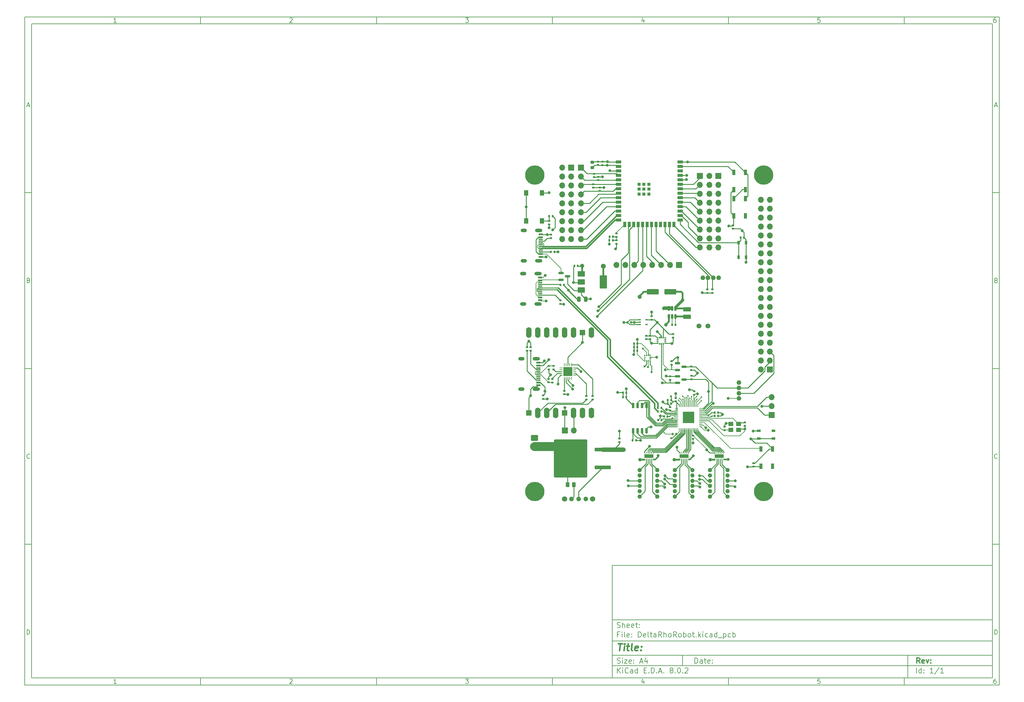
<source format=gbr>
%TF.GenerationSoftware,KiCad,Pcbnew,8.0.2-8.0.2-0~ubuntu22.04.1*%
%TF.CreationDate,2024-05-21T13:10:04-04:00*%
%TF.ProjectId,DeltaRhoRobot,44656c74-6152-4686-9f52-6f626f742e6b,rev?*%
%TF.SameCoordinates,Original*%
%TF.FileFunction,Copper,L1,Top*%
%TF.FilePolarity,Positive*%
%FSLAX46Y46*%
G04 Gerber Fmt 4.6, Leading zero omitted, Abs format (unit mm)*
G04 Created by KiCad (PCBNEW 8.0.2-8.0.2-0~ubuntu22.04.1) date 2024-05-21 13:10:04*
%MOMM*%
%LPD*%
G01*
G04 APERTURE LIST*
G04 Aperture macros list*
%AMRoundRect*
0 Rectangle with rounded corners*
0 $1 Rounding radius*
0 $2 $3 $4 $5 $6 $7 $8 $9 X,Y pos of 4 corners*
0 Add a 4 corners polygon primitive as box body*
4,1,4,$2,$3,$4,$5,$6,$7,$8,$9,$2,$3,0*
0 Add four circle primitives for the rounded corners*
1,1,$1+$1,$2,$3*
1,1,$1+$1,$4,$5*
1,1,$1+$1,$6,$7*
1,1,$1+$1,$8,$9*
0 Add four rect primitives between the rounded corners*
20,1,$1+$1,$2,$3,$4,$5,0*
20,1,$1+$1,$4,$5,$6,$7,0*
20,1,$1+$1,$6,$7,$8,$9,0*
20,1,$1+$1,$8,$9,$2,$3,0*%
G04 Aperture macros list end*
%ADD10C,0.100000*%
%ADD11C,0.150000*%
%ADD12C,0.300000*%
%ADD13C,0.400000*%
%TA.AperFunction,SMDPad,CuDef*%
%ADD14RoundRect,0.140000X0.140000X0.170000X-0.140000X0.170000X-0.140000X-0.170000X0.140000X-0.170000X0*%
%TD*%
%TA.AperFunction,SMDPad,CuDef*%
%ADD15RoundRect,0.135000X-0.135000X-0.185000X0.135000X-0.185000X0.135000X0.185000X-0.135000X0.185000X0*%
%TD*%
%TA.AperFunction,SMDPad,CuDef*%
%ADD16R,0.900000X1.500000*%
%TD*%
%TA.AperFunction,SMDPad,CuDef*%
%ADD17RoundRect,0.150000X-0.587500X-0.150000X0.587500X-0.150000X0.587500X0.150000X-0.587500X0.150000X0*%
%TD*%
%TA.AperFunction,SMDPad,CuDef*%
%ADD18RoundRect,0.140000X-0.170000X0.140000X-0.170000X-0.140000X0.170000X-0.140000X0.170000X0.140000X0*%
%TD*%
%TA.AperFunction,SMDPad,CuDef*%
%ADD19RoundRect,0.140000X0.170000X-0.140000X0.170000X0.140000X-0.170000X0.140000X-0.170000X-0.140000X0*%
%TD*%
%TA.AperFunction,ComponentPad*%
%ADD20R,1.700000X1.700000*%
%TD*%
%TA.AperFunction,ComponentPad*%
%ADD21O,1.700000X1.700000*%
%TD*%
%TA.AperFunction,SMDPad,CuDef*%
%ADD22R,0.250000X0.500000*%
%TD*%
%TA.AperFunction,ComponentPad*%
%ADD23C,0.600000*%
%TD*%
%TA.AperFunction,SMDPad,CuDef*%
%ADD24R,2.650000X1.000000*%
%TD*%
%TA.AperFunction,SMDPad,CuDef*%
%ADD25R,1.300000X1.550000*%
%TD*%
%TA.AperFunction,SMDPad,CuDef*%
%ADD26RoundRect,0.135000X0.185000X-0.135000X0.185000X0.135000X-0.185000X0.135000X-0.185000X-0.135000X0*%
%TD*%
%TA.AperFunction,SMDPad,CuDef*%
%ADD27R,0.650000X1.050000*%
%TD*%
%TA.AperFunction,SMDPad,CuDef*%
%ADD28RoundRect,0.140000X-0.140000X-0.170000X0.140000X-0.170000X0.140000X0.170000X-0.140000X0.170000X0*%
%TD*%
%TA.AperFunction,ComponentPad*%
%ADD29C,1.400000*%
%TD*%
%TA.AperFunction,SMDPad,CuDef*%
%ADD30RoundRect,0.135000X-0.185000X0.135000X-0.185000X-0.135000X0.185000X-0.135000X0.185000X0.135000X0*%
%TD*%
%TA.AperFunction,SMDPad,CuDef*%
%ADD31RoundRect,0.050000X0.050000X-0.387500X0.050000X0.387500X-0.050000X0.387500X-0.050000X-0.387500X0*%
%TD*%
%TA.AperFunction,SMDPad,CuDef*%
%ADD32RoundRect,0.050000X0.387500X-0.050000X0.387500X0.050000X-0.387500X0.050000X-0.387500X-0.050000X0*%
%TD*%
%TA.AperFunction,SMDPad,CuDef*%
%ADD33R,3.200000X3.200000*%
%TD*%
%TA.AperFunction,ComponentPad*%
%ADD34C,1.320800*%
%TD*%
%TA.AperFunction,SMDPad,CuDef*%
%ADD35RoundRect,0.250000X0.250000X0.475000X-0.250000X0.475000X-0.250000X-0.475000X0.250000X-0.475000X0*%
%TD*%
%TA.AperFunction,ComponentPad*%
%ADD36C,1.244600*%
%TD*%
%TA.AperFunction,SMDPad,CuDef*%
%ADD37RoundRect,0.250000X2.050000X0.300000X-2.050000X0.300000X-2.050000X-0.300000X2.050000X-0.300000X0*%
%TD*%
%TA.AperFunction,SMDPad,CuDef*%
%ADD38RoundRect,0.250000X2.025000X2.375000X-2.025000X2.375000X-2.025000X-2.375000X2.025000X-2.375000X0*%
%TD*%
%TA.AperFunction,SMDPad,CuDef*%
%ADD39RoundRect,0.250002X4.449998X5.149998X-4.449998X5.149998X-4.449998X-5.149998X4.449998X-5.149998X0*%
%TD*%
%TA.AperFunction,SMDPad,CuDef*%
%ADD40R,1.050000X0.650000*%
%TD*%
%TA.AperFunction,SMDPad,CuDef*%
%ADD41RoundRect,0.150000X0.150000X-0.650000X0.150000X0.650000X-0.150000X0.650000X-0.150000X-0.650000X0*%
%TD*%
%TA.AperFunction,ComponentPad*%
%ADD42C,3.600000*%
%TD*%
%TA.AperFunction,ConnectorPad*%
%ADD43C,5.500000*%
%TD*%
%TA.AperFunction,SMDPad,CuDef*%
%ADD44RoundRect,0.250000X0.850000X-0.375000X0.850000X0.375000X-0.850000X0.375000X-0.850000X-0.375000X0*%
%TD*%
%TA.AperFunction,SMDPad,CuDef*%
%ADD45R,1.400000X1.200000*%
%TD*%
%TA.AperFunction,ComponentPad*%
%ADD46RoundRect,0.250000X-0.750000X0.600000X-0.750000X-0.600000X0.750000X-0.600000X0.750000X0.600000X0*%
%TD*%
%TA.AperFunction,ComponentPad*%
%ADD47O,2.000000X1.700000*%
%TD*%
%TA.AperFunction,SMDPad,CuDef*%
%ADD48R,1.500000X0.900000*%
%TD*%
%TA.AperFunction,SMDPad,CuDef*%
%ADD49R,0.900000X0.900000*%
%TD*%
%TA.AperFunction,SMDPad,CuDef*%
%ADD50R,2.000000X1.500000*%
%TD*%
%TA.AperFunction,SMDPad,CuDef*%
%ADD51R,2.000000X3.800000*%
%TD*%
%TA.AperFunction,SMDPad,CuDef*%
%ADD52RoundRect,0.062500X-0.062500X0.350000X-0.062500X-0.350000X0.062500X-0.350000X0.062500X0.350000X0*%
%TD*%
%TA.AperFunction,SMDPad,CuDef*%
%ADD53RoundRect,0.062500X-0.350000X0.062500X-0.350000X-0.062500X0.350000X-0.062500X0.350000X0.062500X0*%
%TD*%
%TA.AperFunction,HeatsinkPad*%
%ADD54R,2.500000X2.500000*%
%TD*%
%TA.AperFunction,SMDPad,CuDef*%
%ADD55RoundRect,0.135000X0.135000X0.185000X-0.135000X0.185000X-0.135000X-0.185000X0.135000X-0.185000X0*%
%TD*%
%TA.AperFunction,SMDPad,CuDef*%
%ADD56RoundRect,0.150000X-0.150000X0.512500X-0.150000X-0.512500X0.150000X-0.512500X0.150000X0.512500X0*%
%TD*%
%TA.AperFunction,SMDPad,CuDef*%
%ADD57R,0.375000X0.350000*%
%TD*%
%TA.AperFunction,SMDPad,CuDef*%
%ADD58R,0.350000X0.375000*%
%TD*%
%TA.AperFunction,SMDPad,CuDef*%
%ADD59R,1.240000X0.600000*%
%TD*%
%TA.AperFunction,SMDPad,CuDef*%
%ADD60R,1.240000X0.300000*%
%TD*%
%TA.AperFunction,ComponentPad*%
%ADD61O,2.100000X1.000000*%
%TD*%
%TA.AperFunction,ComponentPad*%
%ADD62O,1.800000X1.000000*%
%TD*%
%TA.AperFunction,SMDPad,CuDef*%
%ADD63RoundRect,0.250000X-0.262500X-0.450000X0.262500X-0.450000X0.262500X0.450000X-0.262500X0.450000X0*%
%TD*%
%TA.AperFunction,ComponentPad*%
%ADD64C,1.498600*%
%TD*%
%TA.AperFunction,ComponentPad*%
%ADD65R,1.524000X1.524000*%
%TD*%
%TA.AperFunction,ComponentPad*%
%ADD66O,1.524000X3.048000*%
%TD*%
%TA.AperFunction,SMDPad,CuDef*%
%ADD67R,0.533400X0.304800*%
%TD*%
%TA.AperFunction,SMDPad,CuDef*%
%ADD68R,0.304800X0.533400*%
%TD*%
%TA.AperFunction,SMDPad,CuDef*%
%ADD69RoundRect,0.100000X-0.225000X-0.100000X0.225000X-0.100000X0.225000X0.100000X-0.225000X0.100000X0*%
%TD*%
%TA.AperFunction,SMDPad,CuDef*%
%ADD70RoundRect,0.225000X-0.250000X0.225000X-0.250000X-0.225000X0.250000X-0.225000X0.250000X0.225000X0*%
%TD*%
%TA.AperFunction,SMDPad,CuDef*%
%ADD71RoundRect,0.250000X1.412500X0.550000X-1.412500X0.550000X-1.412500X-0.550000X1.412500X-0.550000X0*%
%TD*%
%TA.AperFunction,ViaPad*%
%ADD72C,0.600000*%
%TD*%
%TA.AperFunction,ViaPad*%
%ADD73C,0.800000*%
%TD*%
%TA.AperFunction,ViaPad*%
%ADD74C,1.000000*%
%TD*%
%TA.AperFunction,ViaPad*%
%ADD75C,0.400000*%
%TD*%
%TA.AperFunction,ViaPad*%
%ADD76C,1.200000*%
%TD*%
%TA.AperFunction,ViaPad*%
%ADD77C,1.400000*%
%TD*%
%TA.AperFunction,Conductor*%
%ADD78C,0.250000*%
%TD*%
%TA.AperFunction,Conductor*%
%ADD79C,0.200000*%
%TD*%
%TA.AperFunction,Conductor*%
%ADD80C,0.500000*%
%TD*%
%TA.AperFunction,Conductor*%
%ADD81C,0.750000*%
%TD*%
%TA.AperFunction,Conductor*%
%ADD82C,2.500000*%
%TD*%
%TA.AperFunction,Conductor*%
%ADD83C,0.400000*%
%TD*%
%TA.AperFunction,Conductor*%
%ADD84C,1.000000*%
%TD*%
%TA.AperFunction,Conductor*%
%ADD85C,1.250000*%
%TD*%
%TA.AperFunction,Conductor*%
%ADD86C,0.300000*%
%TD*%
G04 APERTURE END LIST*
D10*
D11*
X177002200Y-166007200D02*
X285002200Y-166007200D01*
X285002200Y-198007200D01*
X177002200Y-198007200D01*
X177002200Y-166007200D01*
D10*
D11*
X10000000Y-10000000D02*
X287002200Y-10000000D01*
X287002200Y-200007200D01*
X10000000Y-200007200D01*
X10000000Y-10000000D01*
D10*
D11*
X12000000Y-12000000D02*
X285002200Y-12000000D01*
X285002200Y-198007200D01*
X12000000Y-198007200D01*
X12000000Y-12000000D01*
D10*
D11*
X60000000Y-12000000D02*
X60000000Y-10000000D01*
D10*
D11*
X110000000Y-12000000D02*
X110000000Y-10000000D01*
D10*
D11*
X160000000Y-12000000D02*
X160000000Y-10000000D01*
D10*
D11*
X210000000Y-12000000D02*
X210000000Y-10000000D01*
D10*
D11*
X260000000Y-12000000D02*
X260000000Y-10000000D01*
D10*
D11*
X36089160Y-11593604D02*
X35346303Y-11593604D01*
X35717731Y-11593604D02*
X35717731Y-10293604D01*
X35717731Y-10293604D02*
X35593922Y-10479319D01*
X35593922Y-10479319D02*
X35470112Y-10603128D01*
X35470112Y-10603128D02*
X35346303Y-10665033D01*
D10*
D11*
X85346303Y-10417414D02*
X85408207Y-10355509D01*
X85408207Y-10355509D02*
X85532017Y-10293604D01*
X85532017Y-10293604D02*
X85841541Y-10293604D01*
X85841541Y-10293604D02*
X85965350Y-10355509D01*
X85965350Y-10355509D02*
X86027255Y-10417414D01*
X86027255Y-10417414D02*
X86089160Y-10541223D01*
X86089160Y-10541223D02*
X86089160Y-10665033D01*
X86089160Y-10665033D02*
X86027255Y-10850747D01*
X86027255Y-10850747D02*
X85284398Y-11593604D01*
X85284398Y-11593604D02*
X86089160Y-11593604D01*
D10*
D11*
X135284398Y-10293604D02*
X136089160Y-10293604D01*
X136089160Y-10293604D02*
X135655826Y-10788842D01*
X135655826Y-10788842D02*
X135841541Y-10788842D01*
X135841541Y-10788842D02*
X135965350Y-10850747D01*
X135965350Y-10850747D02*
X136027255Y-10912652D01*
X136027255Y-10912652D02*
X136089160Y-11036461D01*
X136089160Y-11036461D02*
X136089160Y-11345985D01*
X136089160Y-11345985D02*
X136027255Y-11469795D01*
X136027255Y-11469795D02*
X135965350Y-11531700D01*
X135965350Y-11531700D02*
X135841541Y-11593604D01*
X135841541Y-11593604D02*
X135470112Y-11593604D01*
X135470112Y-11593604D02*
X135346303Y-11531700D01*
X135346303Y-11531700D02*
X135284398Y-11469795D01*
D10*
D11*
X185965350Y-10726938D02*
X185965350Y-11593604D01*
X185655826Y-10231700D02*
X185346303Y-11160271D01*
X185346303Y-11160271D02*
X186151064Y-11160271D01*
D10*
D11*
X236027255Y-10293604D02*
X235408207Y-10293604D01*
X235408207Y-10293604D02*
X235346303Y-10912652D01*
X235346303Y-10912652D02*
X235408207Y-10850747D01*
X235408207Y-10850747D02*
X235532017Y-10788842D01*
X235532017Y-10788842D02*
X235841541Y-10788842D01*
X235841541Y-10788842D02*
X235965350Y-10850747D01*
X235965350Y-10850747D02*
X236027255Y-10912652D01*
X236027255Y-10912652D02*
X236089160Y-11036461D01*
X236089160Y-11036461D02*
X236089160Y-11345985D01*
X236089160Y-11345985D02*
X236027255Y-11469795D01*
X236027255Y-11469795D02*
X235965350Y-11531700D01*
X235965350Y-11531700D02*
X235841541Y-11593604D01*
X235841541Y-11593604D02*
X235532017Y-11593604D01*
X235532017Y-11593604D02*
X235408207Y-11531700D01*
X235408207Y-11531700D02*
X235346303Y-11469795D01*
D10*
D11*
X285965350Y-10293604D02*
X285717731Y-10293604D01*
X285717731Y-10293604D02*
X285593922Y-10355509D01*
X285593922Y-10355509D02*
X285532017Y-10417414D01*
X285532017Y-10417414D02*
X285408207Y-10603128D01*
X285408207Y-10603128D02*
X285346303Y-10850747D01*
X285346303Y-10850747D02*
X285346303Y-11345985D01*
X285346303Y-11345985D02*
X285408207Y-11469795D01*
X285408207Y-11469795D02*
X285470112Y-11531700D01*
X285470112Y-11531700D02*
X285593922Y-11593604D01*
X285593922Y-11593604D02*
X285841541Y-11593604D01*
X285841541Y-11593604D02*
X285965350Y-11531700D01*
X285965350Y-11531700D02*
X286027255Y-11469795D01*
X286027255Y-11469795D02*
X286089160Y-11345985D01*
X286089160Y-11345985D02*
X286089160Y-11036461D01*
X286089160Y-11036461D02*
X286027255Y-10912652D01*
X286027255Y-10912652D02*
X285965350Y-10850747D01*
X285965350Y-10850747D02*
X285841541Y-10788842D01*
X285841541Y-10788842D02*
X285593922Y-10788842D01*
X285593922Y-10788842D02*
X285470112Y-10850747D01*
X285470112Y-10850747D02*
X285408207Y-10912652D01*
X285408207Y-10912652D02*
X285346303Y-11036461D01*
D10*
D11*
X60000000Y-198007200D02*
X60000000Y-200007200D01*
D10*
D11*
X110000000Y-198007200D02*
X110000000Y-200007200D01*
D10*
D11*
X160000000Y-198007200D02*
X160000000Y-200007200D01*
D10*
D11*
X210000000Y-198007200D02*
X210000000Y-200007200D01*
D10*
D11*
X260000000Y-198007200D02*
X260000000Y-200007200D01*
D10*
D11*
X36089160Y-199600804D02*
X35346303Y-199600804D01*
X35717731Y-199600804D02*
X35717731Y-198300804D01*
X35717731Y-198300804D02*
X35593922Y-198486519D01*
X35593922Y-198486519D02*
X35470112Y-198610328D01*
X35470112Y-198610328D02*
X35346303Y-198672233D01*
D10*
D11*
X85346303Y-198424614D02*
X85408207Y-198362709D01*
X85408207Y-198362709D02*
X85532017Y-198300804D01*
X85532017Y-198300804D02*
X85841541Y-198300804D01*
X85841541Y-198300804D02*
X85965350Y-198362709D01*
X85965350Y-198362709D02*
X86027255Y-198424614D01*
X86027255Y-198424614D02*
X86089160Y-198548423D01*
X86089160Y-198548423D02*
X86089160Y-198672233D01*
X86089160Y-198672233D02*
X86027255Y-198857947D01*
X86027255Y-198857947D02*
X85284398Y-199600804D01*
X85284398Y-199600804D02*
X86089160Y-199600804D01*
D10*
D11*
X135284398Y-198300804D02*
X136089160Y-198300804D01*
X136089160Y-198300804D02*
X135655826Y-198796042D01*
X135655826Y-198796042D02*
X135841541Y-198796042D01*
X135841541Y-198796042D02*
X135965350Y-198857947D01*
X135965350Y-198857947D02*
X136027255Y-198919852D01*
X136027255Y-198919852D02*
X136089160Y-199043661D01*
X136089160Y-199043661D02*
X136089160Y-199353185D01*
X136089160Y-199353185D02*
X136027255Y-199476995D01*
X136027255Y-199476995D02*
X135965350Y-199538900D01*
X135965350Y-199538900D02*
X135841541Y-199600804D01*
X135841541Y-199600804D02*
X135470112Y-199600804D01*
X135470112Y-199600804D02*
X135346303Y-199538900D01*
X135346303Y-199538900D02*
X135284398Y-199476995D01*
D10*
D11*
X185965350Y-198734138D02*
X185965350Y-199600804D01*
X185655826Y-198238900D02*
X185346303Y-199167471D01*
X185346303Y-199167471D02*
X186151064Y-199167471D01*
D10*
D11*
X236027255Y-198300804D02*
X235408207Y-198300804D01*
X235408207Y-198300804D02*
X235346303Y-198919852D01*
X235346303Y-198919852D02*
X235408207Y-198857947D01*
X235408207Y-198857947D02*
X235532017Y-198796042D01*
X235532017Y-198796042D02*
X235841541Y-198796042D01*
X235841541Y-198796042D02*
X235965350Y-198857947D01*
X235965350Y-198857947D02*
X236027255Y-198919852D01*
X236027255Y-198919852D02*
X236089160Y-199043661D01*
X236089160Y-199043661D02*
X236089160Y-199353185D01*
X236089160Y-199353185D02*
X236027255Y-199476995D01*
X236027255Y-199476995D02*
X235965350Y-199538900D01*
X235965350Y-199538900D02*
X235841541Y-199600804D01*
X235841541Y-199600804D02*
X235532017Y-199600804D01*
X235532017Y-199600804D02*
X235408207Y-199538900D01*
X235408207Y-199538900D02*
X235346303Y-199476995D01*
D10*
D11*
X285965350Y-198300804D02*
X285717731Y-198300804D01*
X285717731Y-198300804D02*
X285593922Y-198362709D01*
X285593922Y-198362709D02*
X285532017Y-198424614D01*
X285532017Y-198424614D02*
X285408207Y-198610328D01*
X285408207Y-198610328D02*
X285346303Y-198857947D01*
X285346303Y-198857947D02*
X285346303Y-199353185D01*
X285346303Y-199353185D02*
X285408207Y-199476995D01*
X285408207Y-199476995D02*
X285470112Y-199538900D01*
X285470112Y-199538900D02*
X285593922Y-199600804D01*
X285593922Y-199600804D02*
X285841541Y-199600804D01*
X285841541Y-199600804D02*
X285965350Y-199538900D01*
X285965350Y-199538900D02*
X286027255Y-199476995D01*
X286027255Y-199476995D02*
X286089160Y-199353185D01*
X286089160Y-199353185D02*
X286089160Y-199043661D01*
X286089160Y-199043661D02*
X286027255Y-198919852D01*
X286027255Y-198919852D02*
X285965350Y-198857947D01*
X285965350Y-198857947D02*
X285841541Y-198796042D01*
X285841541Y-198796042D02*
X285593922Y-198796042D01*
X285593922Y-198796042D02*
X285470112Y-198857947D01*
X285470112Y-198857947D02*
X285408207Y-198919852D01*
X285408207Y-198919852D02*
X285346303Y-199043661D01*
D10*
D11*
X10000000Y-60000000D02*
X12000000Y-60000000D01*
D10*
D11*
X10000000Y-110000000D02*
X12000000Y-110000000D01*
D10*
D11*
X10000000Y-160000000D02*
X12000000Y-160000000D01*
D10*
D11*
X10690476Y-35222176D02*
X11309523Y-35222176D01*
X10566666Y-35593604D02*
X10999999Y-34293604D01*
X10999999Y-34293604D02*
X11433333Y-35593604D01*
D10*
D11*
X11092857Y-84912652D02*
X11278571Y-84974557D01*
X11278571Y-84974557D02*
X11340476Y-85036461D01*
X11340476Y-85036461D02*
X11402380Y-85160271D01*
X11402380Y-85160271D02*
X11402380Y-85345985D01*
X11402380Y-85345985D02*
X11340476Y-85469795D01*
X11340476Y-85469795D02*
X11278571Y-85531700D01*
X11278571Y-85531700D02*
X11154761Y-85593604D01*
X11154761Y-85593604D02*
X10659523Y-85593604D01*
X10659523Y-85593604D02*
X10659523Y-84293604D01*
X10659523Y-84293604D02*
X11092857Y-84293604D01*
X11092857Y-84293604D02*
X11216666Y-84355509D01*
X11216666Y-84355509D02*
X11278571Y-84417414D01*
X11278571Y-84417414D02*
X11340476Y-84541223D01*
X11340476Y-84541223D02*
X11340476Y-84665033D01*
X11340476Y-84665033D02*
X11278571Y-84788842D01*
X11278571Y-84788842D02*
X11216666Y-84850747D01*
X11216666Y-84850747D02*
X11092857Y-84912652D01*
X11092857Y-84912652D02*
X10659523Y-84912652D01*
D10*
D11*
X11402380Y-135469795D02*
X11340476Y-135531700D01*
X11340476Y-135531700D02*
X11154761Y-135593604D01*
X11154761Y-135593604D02*
X11030952Y-135593604D01*
X11030952Y-135593604D02*
X10845238Y-135531700D01*
X10845238Y-135531700D02*
X10721428Y-135407890D01*
X10721428Y-135407890D02*
X10659523Y-135284080D01*
X10659523Y-135284080D02*
X10597619Y-135036461D01*
X10597619Y-135036461D02*
X10597619Y-134850747D01*
X10597619Y-134850747D02*
X10659523Y-134603128D01*
X10659523Y-134603128D02*
X10721428Y-134479319D01*
X10721428Y-134479319D02*
X10845238Y-134355509D01*
X10845238Y-134355509D02*
X11030952Y-134293604D01*
X11030952Y-134293604D02*
X11154761Y-134293604D01*
X11154761Y-134293604D02*
X11340476Y-134355509D01*
X11340476Y-134355509D02*
X11402380Y-134417414D01*
D10*
D11*
X10659523Y-185593604D02*
X10659523Y-184293604D01*
X10659523Y-184293604D02*
X10969047Y-184293604D01*
X10969047Y-184293604D02*
X11154761Y-184355509D01*
X11154761Y-184355509D02*
X11278571Y-184479319D01*
X11278571Y-184479319D02*
X11340476Y-184603128D01*
X11340476Y-184603128D02*
X11402380Y-184850747D01*
X11402380Y-184850747D02*
X11402380Y-185036461D01*
X11402380Y-185036461D02*
X11340476Y-185284080D01*
X11340476Y-185284080D02*
X11278571Y-185407890D01*
X11278571Y-185407890D02*
X11154761Y-185531700D01*
X11154761Y-185531700D02*
X10969047Y-185593604D01*
X10969047Y-185593604D02*
X10659523Y-185593604D01*
D10*
D11*
X287002200Y-60000000D02*
X285002200Y-60000000D01*
D10*
D11*
X287002200Y-110000000D02*
X285002200Y-110000000D01*
D10*
D11*
X287002200Y-160000000D02*
X285002200Y-160000000D01*
D10*
D11*
X285692676Y-35222176D02*
X286311723Y-35222176D01*
X285568866Y-35593604D02*
X286002199Y-34293604D01*
X286002199Y-34293604D02*
X286435533Y-35593604D01*
D10*
D11*
X286095057Y-84912652D02*
X286280771Y-84974557D01*
X286280771Y-84974557D02*
X286342676Y-85036461D01*
X286342676Y-85036461D02*
X286404580Y-85160271D01*
X286404580Y-85160271D02*
X286404580Y-85345985D01*
X286404580Y-85345985D02*
X286342676Y-85469795D01*
X286342676Y-85469795D02*
X286280771Y-85531700D01*
X286280771Y-85531700D02*
X286156961Y-85593604D01*
X286156961Y-85593604D02*
X285661723Y-85593604D01*
X285661723Y-85593604D02*
X285661723Y-84293604D01*
X285661723Y-84293604D02*
X286095057Y-84293604D01*
X286095057Y-84293604D02*
X286218866Y-84355509D01*
X286218866Y-84355509D02*
X286280771Y-84417414D01*
X286280771Y-84417414D02*
X286342676Y-84541223D01*
X286342676Y-84541223D02*
X286342676Y-84665033D01*
X286342676Y-84665033D02*
X286280771Y-84788842D01*
X286280771Y-84788842D02*
X286218866Y-84850747D01*
X286218866Y-84850747D02*
X286095057Y-84912652D01*
X286095057Y-84912652D02*
X285661723Y-84912652D01*
D10*
D11*
X286404580Y-135469795D02*
X286342676Y-135531700D01*
X286342676Y-135531700D02*
X286156961Y-135593604D01*
X286156961Y-135593604D02*
X286033152Y-135593604D01*
X286033152Y-135593604D02*
X285847438Y-135531700D01*
X285847438Y-135531700D02*
X285723628Y-135407890D01*
X285723628Y-135407890D02*
X285661723Y-135284080D01*
X285661723Y-135284080D02*
X285599819Y-135036461D01*
X285599819Y-135036461D02*
X285599819Y-134850747D01*
X285599819Y-134850747D02*
X285661723Y-134603128D01*
X285661723Y-134603128D02*
X285723628Y-134479319D01*
X285723628Y-134479319D02*
X285847438Y-134355509D01*
X285847438Y-134355509D02*
X286033152Y-134293604D01*
X286033152Y-134293604D02*
X286156961Y-134293604D01*
X286156961Y-134293604D02*
X286342676Y-134355509D01*
X286342676Y-134355509D02*
X286404580Y-134417414D01*
D10*
D11*
X285661723Y-185593604D02*
X285661723Y-184293604D01*
X285661723Y-184293604D02*
X285971247Y-184293604D01*
X285971247Y-184293604D02*
X286156961Y-184355509D01*
X286156961Y-184355509D02*
X286280771Y-184479319D01*
X286280771Y-184479319D02*
X286342676Y-184603128D01*
X286342676Y-184603128D02*
X286404580Y-184850747D01*
X286404580Y-184850747D02*
X286404580Y-185036461D01*
X286404580Y-185036461D02*
X286342676Y-185284080D01*
X286342676Y-185284080D02*
X286280771Y-185407890D01*
X286280771Y-185407890D02*
X286156961Y-185531700D01*
X286156961Y-185531700D02*
X285971247Y-185593604D01*
X285971247Y-185593604D02*
X285661723Y-185593604D01*
D10*
D11*
X200458026Y-193793328D02*
X200458026Y-192293328D01*
X200458026Y-192293328D02*
X200815169Y-192293328D01*
X200815169Y-192293328D02*
X201029455Y-192364757D01*
X201029455Y-192364757D02*
X201172312Y-192507614D01*
X201172312Y-192507614D02*
X201243741Y-192650471D01*
X201243741Y-192650471D02*
X201315169Y-192936185D01*
X201315169Y-192936185D02*
X201315169Y-193150471D01*
X201315169Y-193150471D02*
X201243741Y-193436185D01*
X201243741Y-193436185D02*
X201172312Y-193579042D01*
X201172312Y-193579042D02*
X201029455Y-193721900D01*
X201029455Y-193721900D02*
X200815169Y-193793328D01*
X200815169Y-193793328D02*
X200458026Y-193793328D01*
X202600884Y-193793328D02*
X202600884Y-193007614D01*
X202600884Y-193007614D02*
X202529455Y-192864757D01*
X202529455Y-192864757D02*
X202386598Y-192793328D01*
X202386598Y-192793328D02*
X202100884Y-192793328D01*
X202100884Y-192793328D02*
X201958026Y-192864757D01*
X202600884Y-193721900D02*
X202458026Y-193793328D01*
X202458026Y-193793328D02*
X202100884Y-193793328D01*
X202100884Y-193793328D02*
X201958026Y-193721900D01*
X201958026Y-193721900D02*
X201886598Y-193579042D01*
X201886598Y-193579042D02*
X201886598Y-193436185D01*
X201886598Y-193436185D02*
X201958026Y-193293328D01*
X201958026Y-193293328D02*
X202100884Y-193221900D01*
X202100884Y-193221900D02*
X202458026Y-193221900D01*
X202458026Y-193221900D02*
X202600884Y-193150471D01*
X203100884Y-192793328D02*
X203672312Y-192793328D01*
X203315169Y-192293328D02*
X203315169Y-193579042D01*
X203315169Y-193579042D02*
X203386598Y-193721900D01*
X203386598Y-193721900D02*
X203529455Y-193793328D01*
X203529455Y-193793328D02*
X203672312Y-193793328D01*
X204743741Y-193721900D02*
X204600884Y-193793328D01*
X204600884Y-193793328D02*
X204315170Y-193793328D01*
X204315170Y-193793328D02*
X204172312Y-193721900D01*
X204172312Y-193721900D02*
X204100884Y-193579042D01*
X204100884Y-193579042D02*
X204100884Y-193007614D01*
X204100884Y-193007614D02*
X204172312Y-192864757D01*
X204172312Y-192864757D02*
X204315170Y-192793328D01*
X204315170Y-192793328D02*
X204600884Y-192793328D01*
X204600884Y-192793328D02*
X204743741Y-192864757D01*
X204743741Y-192864757D02*
X204815170Y-193007614D01*
X204815170Y-193007614D02*
X204815170Y-193150471D01*
X204815170Y-193150471D02*
X204100884Y-193293328D01*
X205458026Y-193650471D02*
X205529455Y-193721900D01*
X205529455Y-193721900D02*
X205458026Y-193793328D01*
X205458026Y-193793328D02*
X205386598Y-193721900D01*
X205386598Y-193721900D02*
X205458026Y-193650471D01*
X205458026Y-193650471D02*
X205458026Y-193793328D01*
X205458026Y-192864757D02*
X205529455Y-192936185D01*
X205529455Y-192936185D02*
X205458026Y-193007614D01*
X205458026Y-193007614D02*
X205386598Y-192936185D01*
X205386598Y-192936185D02*
X205458026Y-192864757D01*
X205458026Y-192864757D02*
X205458026Y-193007614D01*
D10*
D11*
X177002200Y-194507200D02*
X285002200Y-194507200D01*
D10*
D11*
X178458026Y-196593328D02*
X178458026Y-195093328D01*
X179315169Y-196593328D02*
X178672312Y-195736185D01*
X179315169Y-195093328D02*
X178458026Y-195950471D01*
X179958026Y-196593328D02*
X179958026Y-195593328D01*
X179958026Y-195093328D02*
X179886598Y-195164757D01*
X179886598Y-195164757D02*
X179958026Y-195236185D01*
X179958026Y-195236185D02*
X180029455Y-195164757D01*
X180029455Y-195164757D02*
X179958026Y-195093328D01*
X179958026Y-195093328D02*
X179958026Y-195236185D01*
X181529455Y-196450471D02*
X181458027Y-196521900D01*
X181458027Y-196521900D02*
X181243741Y-196593328D01*
X181243741Y-196593328D02*
X181100884Y-196593328D01*
X181100884Y-196593328D02*
X180886598Y-196521900D01*
X180886598Y-196521900D02*
X180743741Y-196379042D01*
X180743741Y-196379042D02*
X180672312Y-196236185D01*
X180672312Y-196236185D02*
X180600884Y-195950471D01*
X180600884Y-195950471D02*
X180600884Y-195736185D01*
X180600884Y-195736185D02*
X180672312Y-195450471D01*
X180672312Y-195450471D02*
X180743741Y-195307614D01*
X180743741Y-195307614D02*
X180886598Y-195164757D01*
X180886598Y-195164757D02*
X181100884Y-195093328D01*
X181100884Y-195093328D02*
X181243741Y-195093328D01*
X181243741Y-195093328D02*
X181458027Y-195164757D01*
X181458027Y-195164757D02*
X181529455Y-195236185D01*
X182815170Y-196593328D02*
X182815170Y-195807614D01*
X182815170Y-195807614D02*
X182743741Y-195664757D01*
X182743741Y-195664757D02*
X182600884Y-195593328D01*
X182600884Y-195593328D02*
X182315170Y-195593328D01*
X182315170Y-195593328D02*
X182172312Y-195664757D01*
X182815170Y-196521900D02*
X182672312Y-196593328D01*
X182672312Y-196593328D02*
X182315170Y-196593328D01*
X182315170Y-196593328D02*
X182172312Y-196521900D01*
X182172312Y-196521900D02*
X182100884Y-196379042D01*
X182100884Y-196379042D02*
X182100884Y-196236185D01*
X182100884Y-196236185D02*
X182172312Y-196093328D01*
X182172312Y-196093328D02*
X182315170Y-196021900D01*
X182315170Y-196021900D02*
X182672312Y-196021900D01*
X182672312Y-196021900D02*
X182815170Y-195950471D01*
X184172313Y-196593328D02*
X184172313Y-195093328D01*
X184172313Y-196521900D02*
X184029455Y-196593328D01*
X184029455Y-196593328D02*
X183743741Y-196593328D01*
X183743741Y-196593328D02*
X183600884Y-196521900D01*
X183600884Y-196521900D02*
X183529455Y-196450471D01*
X183529455Y-196450471D02*
X183458027Y-196307614D01*
X183458027Y-196307614D02*
X183458027Y-195879042D01*
X183458027Y-195879042D02*
X183529455Y-195736185D01*
X183529455Y-195736185D02*
X183600884Y-195664757D01*
X183600884Y-195664757D02*
X183743741Y-195593328D01*
X183743741Y-195593328D02*
X184029455Y-195593328D01*
X184029455Y-195593328D02*
X184172313Y-195664757D01*
X186029455Y-195807614D02*
X186529455Y-195807614D01*
X186743741Y-196593328D02*
X186029455Y-196593328D01*
X186029455Y-196593328D02*
X186029455Y-195093328D01*
X186029455Y-195093328D02*
X186743741Y-195093328D01*
X187386598Y-196450471D02*
X187458027Y-196521900D01*
X187458027Y-196521900D02*
X187386598Y-196593328D01*
X187386598Y-196593328D02*
X187315170Y-196521900D01*
X187315170Y-196521900D02*
X187386598Y-196450471D01*
X187386598Y-196450471D02*
X187386598Y-196593328D01*
X188100884Y-196593328D02*
X188100884Y-195093328D01*
X188100884Y-195093328D02*
X188458027Y-195093328D01*
X188458027Y-195093328D02*
X188672313Y-195164757D01*
X188672313Y-195164757D02*
X188815170Y-195307614D01*
X188815170Y-195307614D02*
X188886599Y-195450471D01*
X188886599Y-195450471D02*
X188958027Y-195736185D01*
X188958027Y-195736185D02*
X188958027Y-195950471D01*
X188958027Y-195950471D02*
X188886599Y-196236185D01*
X188886599Y-196236185D02*
X188815170Y-196379042D01*
X188815170Y-196379042D02*
X188672313Y-196521900D01*
X188672313Y-196521900D02*
X188458027Y-196593328D01*
X188458027Y-196593328D02*
X188100884Y-196593328D01*
X189600884Y-196450471D02*
X189672313Y-196521900D01*
X189672313Y-196521900D02*
X189600884Y-196593328D01*
X189600884Y-196593328D02*
X189529456Y-196521900D01*
X189529456Y-196521900D02*
X189600884Y-196450471D01*
X189600884Y-196450471D02*
X189600884Y-196593328D01*
X190243742Y-196164757D02*
X190958028Y-196164757D01*
X190100885Y-196593328D02*
X190600885Y-195093328D01*
X190600885Y-195093328D02*
X191100885Y-196593328D01*
X191600884Y-196450471D02*
X191672313Y-196521900D01*
X191672313Y-196521900D02*
X191600884Y-196593328D01*
X191600884Y-196593328D02*
X191529456Y-196521900D01*
X191529456Y-196521900D02*
X191600884Y-196450471D01*
X191600884Y-196450471D02*
X191600884Y-196593328D01*
X193672313Y-195736185D02*
X193529456Y-195664757D01*
X193529456Y-195664757D02*
X193458027Y-195593328D01*
X193458027Y-195593328D02*
X193386599Y-195450471D01*
X193386599Y-195450471D02*
X193386599Y-195379042D01*
X193386599Y-195379042D02*
X193458027Y-195236185D01*
X193458027Y-195236185D02*
X193529456Y-195164757D01*
X193529456Y-195164757D02*
X193672313Y-195093328D01*
X193672313Y-195093328D02*
X193958027Y-195093328D01*
X193958027Y-195093328D02*
X194100885Y-195164757D01*
X194100885Y-195164757D02*
X194172313Y-195236185D01*
X194172313Y-195236185D02*
X194243742Y-195379042D01*
X194243742Y-195379042D02*
X194243742Y-195450471D01*
X194243742Y-195450471D02*
X194172313Y-195593328D01*
X194172313Y-195593328D02*
X194100885Y-195664757D01*
X194100885Y-195664757D02*
X193958027Y-195736185D01*
X193958027Y-195736185D02*
X193672313Y-195736185D01*
X193672313Y-195736185D02*
X193529456Y-195807614D01*
X193529456Y-195807614D02*
X193458027Y-195879042D01*
X193458027Y-195879042D02*
X193386599Y-196021900D01*
X193386599Y-196021900D02*
X193386599Y-196307614D01*
X193386599Y-196307614D02*
X193458027Y-196450471D01*
X193458027Y-196450471D02*
X193529456Y-196521900D01*
X193529456Y-196521900D02*
X193672313Y-196593328D01*
X193672313Y-196593328D02*
X193958027Y-196593328D01*
X193958027Y-196593328D02*
X194100885Y-196521900D01*
X194100885Y-196521900D02*
X194172313Y-196450471D01*
X194172313Y-196450471D02*
X194243742Y-196307614D01*
X194243742Y-196307614D02*
X194243742Y-196021900D01*
X194243742Y-196021900D02*
X194172313Y-195879042D01*
X194172313Y-195879042D02*
X194100885Y-195807614D01*
X194100885Y-195807614D02*
X193958027Y-195736185D01*
X194886598Y-196450471D02*
X194958027Y-196521900D01*
X194958027Y-196521900D02*
X194886598Y-196593328D01*
X194886598Y-196593328D02*
X194815170Y-196521900D01*
X194815170Y-196521900D02*
X194886598Y-196450471D01*
X194886598Y-196450471D02*
X194886598Y-196593328D01*
X195886599Y-195093328D02*
X196029456Y-195093328D01*
X196029456Y-195093328D02*
X196172313Y-195164757D01*
X196172313Y-195164757D02*
X196243742Y-195236185D01*
X196243742Y-195236185D02*
X196315170Y-195379042D01*
X196315170Y-195379042D02*
X196386599Y-195664757D01*
X196386599Y-195664757D02*
X196386599Y-196021900D01*
X196386599Y-196021900D02*
X196315170Y-196307614D01*
X196315170Y-196307614D02*
X196243742Y-196450471D01*
X196243742Y-196450471D02*
X196172313Y-196521900D01*
X196172313Y-196521900D02*
X196029456Y-196593328D01*
X196029456Y-196593328D02*
X195886599Y-196593328D01*
X195886599Y-196593328D02*
X195743742Y-196521900D01*
X195743742Y-196521900D02*
X195672313Y-196450471D01*
X195672313Y-196450471D02*
X195600884Y-196307614D01*
X195600884Y-196307614D02*
X195529456Y-196021900D01*
X195529456Y-196021900D02*
X195529456Y-195664757D01*
X195529456Y-195664757D02*
X195600884Y-195379042D01*
X195600884Y-195379042D02*
X195672313Y-195236185D01*
X195672313Y-195236185D02*
X195743742Y-195164757D01*
X195743742Y-195164757D02*
X195886599Y-195093328D01*
X197029455Y-196450471D02*
X197100884Y-196521900D01*
X197100884Y-196521900D02*
X197029455Y-196593328D01*
X197029455Y-196593328D02*
X196958027Y-196521900D01*
X196958027Y-196521900D02*
X197029455Y-196450471D01*
X197029455Y-196450471D02*
X197029455Y-196593328D01*
X197672313Y-195236185D02*
X197743741Y-195164757D01*
X197743741Y-195164757D02*
X197886599Y-195093328D01*
X197886599Y-195093328D02*
X198243741Y-195093328D01*
X198243741Y-195093328D02*
X198386599Y-195164757D01*
X198386599Y-195164757D02*
X198458027Y-195236185D01*
X198458027Y-195236185D02*
X198529456Y-195379042D01*
X198529456Y-195379042D02*
X198529456Y-195521900D01*
X198529456Y-195521900D02*
X198458027Y-195736185D01*
X198458027Y-195736185D02*
X197600884Y-196593328D01*
X197600884Y-196593328D02*
X198529456Y-196593328D01*
D10*
D11*
X177002200Y-191507200D02*
X285002200Y-191507200D01*
D10*
D12*
X264413853Y-193785528D02*
X263913853Y-193071242D01*
X263556710Y-193785528D02*
X263556710Y-192285528D01*
X263556710Y-192285528D02*
X264128139Y-192285528D01*
X264128139Y-192285528D02*
X264270996Y-192356957D01*
X264270996Y-192356957D02*
X264342425Y-192428385D01*
X264342425Y-192428385D02*
X264413853Y-192571242D01*
X264413853Y-192571242D02*
X264413853Y-192785528D01*
X264413853Y-192785528D02*
X264342425Y-192928385D01*
X264342425Y-192928385D02*
X264270996Y-192999814D01*
X264270996Y-192999814D02*
X264128139Y-193071242D01*
X264128139Y-193071242D02*
X263556710Y-193071242D01*
X265628139Y-193714100D02*
X265485282Y-193785528D01*
X265485282Y-193785528D02*
X265199568Y-193785528D01*
X265199568Y-193785528D02*
X265056710Y-193714100D01*
X265056710Y-193714100D02*
X264985282Y-193571242D01*
X264985282Y-193571242D02*
X264985282Y-192999814D01*
X264985282Y-192999814D02*
X265056710Y-192856957D01*
X265056710Y-192856957D02*
X265199568Y-192785528D01*
X265199568Y-192785528D02*
X265485282Y-192785528D01*
X265485282Y-192785528D02*
X265628139Y-192856957D01*
X265628139Y-192856957D02*
X265699568Y-192999814D01*
X265699568Y-192999814D02*
X265699568Y-193142671D01*
X265699568Y-193142671D02*
X264985282Y-193285528D01*
X266199567Y-192785528D02*
X266556710Y-193785528D01*
X266556710Y-193785528D02*
X266913853Y-192785528D01*
X267485281Y-193642671D02*
X267556710Y-193714100D01*
X267556710Y-193714100D02*
X267485281Y-193785528D01*
X267485281Y-193785528D02*
X267413853Y-193714100D01*
X267413853Y-193714100D02*
X267485281Y-193642671D01*
X267485281Y-193642671D02*
X267485281Y-193785528D01*
X267485281Y-192856957D02*
X267556710Y-192928385D01*
X267556710Y-192928385D02*
X267485281Y-192999814D01*
X267485281Y-192999814D02*
X267413853Y-192928385D01*
X267413853Y-192928385D02*
X267485281Y-192856957D01*
X267485281Y-192856957D02*
X267485281Y-192999814D01*
D10*
D11*
X178386598Y-193721900D02*
X178600884Y-193793328D01*
X178600884Y-193793328D02*
X178958026Y-193793328D01*
X178958026Y-193793328D02*
X179100884Y-193721900D01*
X179100884Y-193721900D02*
X179172312Y-193650471D01*
X179172312Y-193650471D02*
X179243741Y-193507614D01*
X179243741Y-193507614D02*
X179243741Y-193364757D01*
X179243741Y-193364757D02*
X179172312Y-193221900D01*
X179172312Y-193221900D02*
X179100884Y-193150471D01*
X179100884Y-193150471D02*
X178958026Y-193079042D01*
X178958026Y-193079042D02*
X178672312Y-193007614D01*
X178672312Y-193007614D02*
X178529455Y-192936185D01*
X178529455Y-192936185D02*
X178458026Y-192864757D01*
X178458026Y-192864757D02*
X178386598Y-192721900D01*
X178386598Y-192721900D02*
X178386598Y-192579042D01*
X178386598Y-192579042D02*
X178458026Y-192436185D01*
X178458026Y-192436185D02*
X178529455Y-192364757D01*
X178529455Y-192364757D02*
X178672312Y-192293328D01*
X178672312Y-192293328D02*
X179029455Y-192293328D01*
X179029455Y-192293328D02*
X179243741Y-192364757D01*
X179886597Y-193793328D02*
X179886597Y-192793328D01*
X179886597Y-192293328D02*
X179815169Y-192364757D01*
X179815169Y-192364757D02*
X179886597Y-192436185D01*
X179886597Y-192436185D02*
X179958026Y-192364757D01*
X179958026Y-192364757D02*
X179886597Y-192293328D01*
X179886597Y-192293328D02*
X179886597Y-192436185D01*
X180458026Y-192793328D02*
X181243741Y-192793328D01*
X181243741Y-192793328D02*
X180458026Y-193793328D01*
X180458026Y-193793328D02*
X181243741Y-193793328D01*
X182386598Y-193721900D02*
X182243741Y-193793328D01*
X182243741Y-193793328D02*
X181958027Y-193793328D01*
X181958027Y-193793328D02*
X181815169Y-193721900D01*
X181815169Y-193721900D02*
X181743741Y-193579042D01*
X181743741Y-193579042D02*
X181743741Y-193007614D01*
X181743741Y-193007614D02*
X181815169Y-192864757D01*
X181815169Y-192864757D02*
X181958027Y-192793328D01*
X181958027Y-192793328D02*
X182243741Y-192793328D01*
X182243741Y-192793328D02*
X182386598Y-192864757D01*
X182386598Y-192864757D02*
X182458027Y-193007614D01*
X182458027Y-193007614D02*
X182458027Y-193150471D01*
X182458027Y-193150471D02*
X181743741Y-193293328D01*
X183100883Y-193650471D02*
X183172312Y-193721900D01*
X183172312Y-193721900D02*
X183100883Y-193793328D01*
X183100883Y-193793328D02*
X183029455Y-193721900D01*
X183029455Y-193721900D02*
X183100883Y-193650471D01*
X183100883Y-193650471D02*
X183100883Y-193793328D01*
X183100883Y-192864757D02*
X183172312Y-192936185D01*
X183172312Y-192936185D02*
X183100883Y-193007614D01*
X183100883Y-193007614D02*
X183029455Y-192936185D01*
X183029455Y-192936185D02*
X183100883Y-192864757D01*
X183100883Y-192864757D02*
X183100883Y-193007614D01*
X184886598Y-193364757D02*
X185600884Y-193364757D01*
X184743741Y-193793328D02*
X185243741Y-192293328D01*
X185243741Y-192293328D02*
X185743741Y-193793328D01*
X186886598Y-192793328D02*
X186886598Y-193793328D01*
X186529455Y-192221900D02*
X186172312Y-193293328D01*
X186172312Y-193293328D02*
X187100883Y-193293328D01*
D10*
D11*
X263458026Y-196593328D02*
X263458026Y-195093328D01*
X264815170Y-196593328D02*
X264815170Y-195093328D01*
X264815170Y-196521900D02*
X264672312Y-196593328D01*
X264672312Y-196593328D02*
X264386598Y-196593328D01*
X264386598Y-196593328D02*
X264243741Y-196521900D01*
X264243741Y-196521900D02*
X264172312Y-196450471D01*
X264172312Y-196450471D02*
X264100884Y-196307614D01*
X264100884Y-196307614D02*
X264100884Y-195879042D01*
X264100884Y-195879042D02*
X264172312Y-195736185D01*
X264172312Y-195736185D02*
X264243741Y-195664757D01*
X264243741Y-195664757D02*
X264386598Y-195593328D01*
X264386598Y-195593328D02*
X264672312Y-195593328D01*
X264672312Y-195593328D02*
X264815170Y-195664757D01*
X265529455Y-196450471D02*
X265600884Y-196521900D01*
X265600884Y-196521900D02*
X265529455Y-196593328D01*
X265529455Y-196593328D02*
X265458027Y-196521900D01*
X265458027Y-196521900D02*
X265529455Y-196450471D01*
X265529455Y-196450471D02*
X265529455Y-196593328D01*
X265529455Y-195664757D02*
X265600884Y-195736185D01*
X265600884Y-195736185D02*
X265529455Y-195807614D01*
X265529455Y-195807614D02*
X265458027Y-195736185D01*
X265458027Y-195736185D02*
X265529455Y-195664757D01*
X265529455Y-195664757D02*
X265529455Y-195807614D01*
X268172313Y-196593328D02*
X267315170Y-196593328D01*
X267743741Y-196593328D02*
X267743741Y-195093328D01*
X267743741Y-195093328D02*
X267600884Y-195307614D01*
X267600884Y-195307614D02*
X267458027Y-195450471D01*
X267458027Y-195450471D02*
X267315170Y-195521900D01*
X269886598Y-195021900D02*
X268600884Y-196950471D01*
X271172313Y-196593328D02*
X270315170Y-196593328D01*
X270743741Y-196593328D02*
X270743741Y-195093328D01*
X270743741Y-195093328D02*
X270600884Y-195307614D01*
X270600884Y-195307614D02*
X270458027Y-195450471D01*
X270458027Y-195450471D02*
X270315170Y-195521900D01*
D10*
D11*
X177002200Y-187507200D02*
X285002200Y-187507200D01*
D10*
D13*
X178693928Y-188211638D02*
X179836785Y-188211638D01*
X179015357Y-190211638D02*
X179265357Y-188211638D01*
X180253452Y-190211638D02*
X180420119Y-188878304D01*
X180503452Y-188211638D02*
X180396309Y-188306876D01*
X180396309Y-188306876D02*
X180479643Y-188402114D01*
X180479643Y-188402114D02*
X180586786Y-188306876D01*
X180586786Y-188306876D02*
X180503452Y-188211638D01*
X180503452Y-188211638D02*
X180479643Y-188402114D01*
X181086786Y-188878304D02*
X181848690Y-188878304D01*
X181455833Y-188211638D02*
X181241548Y-189925923D01*
X181241548Y-189925923D02*
X181312976Y-190116400D01*
X181312976Y-190116400D02*
X181491548Y-190211638D01*
X181491548Y-190211638D02*
X181682024Y-190211638D01*
X182634405Y-190211638D02*
X182455833Y-190116400D01*
X182455833Y-190116400D02*
X182384405Y-189925923D01*
X182384405Y-189925923D02*
X182598690Y-188211638D01*
X184170119Y-190116400D02*
X183967738Y-190211638D01*
X183967738Y-190211638D02*
X183586785Y-190211638D01*
X183586785Y-190211638D02*
X183408214Y-190116400D01*
X183408214Y-190116400D02*
X183336785Y-189925923D01*
X183336785Y-189925923D02*
X183432024Y-189164019D01*
X183432024Y-189164019D02*
X183551071Y-188973542D01*
X183551071Y-188973542D02*
X183753452Y-188878304D01*
X183753452Y-188878304D02*
X184134404Y-188878304D01*
X184134404Y-188878304D02*
X184312976Y-188973542D01*
X184312976Y-188973542D02*
X184384404Y-189164019D01*
X184384404Y-189164019D02*
X184360595Y-189354495D01*
X184360595Y-189354495D02*
X183384404Y-189544971D01*
X185134405Y-190021161D02*
X185217738Y-190116400D01*
X185217738Y-190116400D02*
X185110595Y-190211638D01*
X185110595Y-190211638D02*
X185027262Y-190116400D01*
X185027262Y-190116400D02*
X185134405Y-190021161D01*
X185134405Y-190021161D02*
X185110595Y-190211638D01*
X185265357Y-188973542D02*
X185348690Y-189068780D01*
X185348690Y-189068780D02*
X185241548Y-189164019D01*
X185241548Y-189164019D02*
X185158214Y-189068780D01*
X185158214Y-189068780D02*
X185265357Y-188973542D01*
X185265357Y-188973542D02*
X185241548Y-189164019D01*
D10*
D11*
X178958026Y-185607614D02*
X178458026Y-185607614D01*
X178458026Y-186393328D02*
X178458026Y-184893328D01*
X178458026Y-184893328D02*
X179172312Y-184893328D01*
X179743740Y-186393328D02*
X179743740Y-185393328D01*
X179743740Y-184893328D02*
X179672312Y-184964757D01*
X179672312Y-184964757D02*
X179743740Y-185036185D01*
X179743740Y-185036185D02*
X179815169Y-184964757D01*
X179815169Y-184964757D02*
X179743740Y-184893328D01*
X179743740Y-184893328D02*
X179743740Y-185036185D01*
X180672312Y-186393328D02*
X180529455Y-186321900D01*
X180529455Y-186321900D02*
X180458026Y-186179042D01*
X180458026Y-186179042D02*
X180458026Y-184893328D01*
X181815169Y-186321900D02*
X181672312Y-186393328D01*
X181672312Y-186393328D02*
X181386598Y-186393328D01*
X181386598Y-186393328D02*
X181243740Y-186321900D01*
X181243740Y-186321900D02*
X181172312Y-186179042D01*
X181172312Y-186179042D02*
X181172312Y-185607614D01*
X181172312Y-185607614D02*
X181243740Y-185464757D01*
X181243740Y-185464757D02*
X181386598Y-185393328D01*
X181386598Y-185393328D02*
X181672312Y-185393328D01*
X181672312Y-185393328D02*
X181815169Y-185464757D01*
X181815169Y-185464757D02*
X181886598Y-185607614D01*
X181886598Y-185607614D02*
X181886598Y-185750471D01*
X181886598Y-185750471D02*
X181172312Y-185893328D01*
X182529454Y-186250471D02*
X182600883Y-186321900D01*
X182600883Y-186321900D02*
X182529454Y-186393328D01*
X182529454Y-186393328D02*
X182458026Y-186321900D01*
X182458026Y-186321900D02*
X182529454Y-186250471D01*
X182529454Y-186250471D02*
X182529454Y-186393328D01*
X182529454Y-185464757D02*
X182600883Y-185536185D01*
X182600883Y-185536185D02*
X182529454Y-185607614D01*
X182529454Y-185607614D02*
X182458026Y-185536185D01*
X182458026Y-185536185D02*
X182529454Y-185464757D01*
X182529454Y-185464757D02*
X182529454Y-185607614D01*
X184386597Y-186393328D02*
X184386597Y-184893328D01*
X184386597Y-184893328D02*
X184743740Y-184893328D01*
X184743740Y-184893328D02*
X184958026Y-184964757D01*
X184958026Y-184964757D02*
X185100883Y-185107614D01*
X185100883Y-185107614D02*
X185172312Y-185250471D01*
X185172312Y-185250471D02*
X185243740Y-185536185D01*
X185243740Y-185536185D02*
X185243740Y-185750471D01*
X185243740Y-185750471D02*
X185172312Y-186036185D01*
X185172312Y-186036185D02*
X185100883Y-186179042D01*
X185100883Y-186179042D02*
X184958026Y-186321900D01*
X184958026Y-186321900D02*
X184743740Y-186393328D01*
X184743740Y-186393328D02*
X184386597Y-186393328D01*
X186458026Y-186321900D02*
X186315169Y-186393328D01*
X186315169Y-186393328D02*
X186029455Y-186393328D01*
X186029455Y-186393328D02*
X185886597Y-186321900D01*
X185886597Y-186321900D02*
X185815169Y-186179042D01*
X185815169Y-186179042D02*
X185815169Y-185607614D01*
X185815169Y-185607614D02*
X185886597Y-185464757D01*
X185886597Y-185464757D02*
X186029455Y-185393328D01*
X186029455Y-185393328D02*
X186315169Y-185393328D01*
X186315169Y-185393328D02*
X186458026Y-185464757D01*
X186458026Y-185464757D02*
X186529455Y-185607614D01*
X186529455Y-185607614D02*
X186529455Y-185750471D01*
X186529455Y-185750471D02*
X185815169Y-185893328D01*
X187386597Y-186393328D02*
X187243740Y-186321900D01*
X187243740Y-186321900D02*
X187172311Y-186179042D01*
X187172311Y-186179042D02*
X187172311Y-184893328D01*
X187743740Y-185393328D02*
X188315168Y-185393328D01*
X187958025Y-184893328D02*
X187958025Y-186179042D01*
X187958025Y-186179042D02*
X188029454Y-186321900D01*
X188029454Y-186321900D02*
X188172311Y-186393328D01*
X188172311Y-186393328D02*
X188315168Y-186393328D01*
X189458026Y-186393328D02*
X189458026Y-185607614D01*
X189458026Y-185607614D02*
X189386597Y-185464757D01*
X189386597Y-185464757D02*
X189243740Y-185393328D01*
X189243740Y-185393328D02*
X188958026Y-185393328D01*
X188958026Y-185393328D02*
X188815168Y-185464757D01*
X189458026Y-186321900D02*
X189315168Y-186393328D01*
X189315168Y-186393328D02*
X188958026Y-186393328D01*
X188958026Y-186393328D02*
X188815168Y-186321900D01*
X188815168Y-186321900D02*
X188743740Y-186179042D01*
X188743740Y-186179042D02*
X188743740Y-186036185D01*
X188743740Y-186036185D02*
X188815168Y-185893328D01*
X188815168Y-185893328D02*
X188958026Y-185821900D01*
X188958026Y-185821900D02*
X189315168Y-185821900D01*
X189315168Y-185821900D02*
X189458026Y-185750471D01*
X191029454Y-186393328D02*
X190529454Y-185679042D01*
X190172311Y-186393328D02*
X190172311Y-184893328D01*
X190172311Y-184893328D02*
X190743740Y-184893328D01*
X190743740Y-184893328D02*
X190886597Y-184964757D01*
X190886597Y-184964757D02*
X190958026Y-185036185D01*
X190958026Y-185036185D02*
X191029454Y-185179042D01*
X191029454Y-185179042D02*
X191029454Y-185393328D01*
X191029454Y-185393328D02*
X190958026Y-185536185D01*
X190958026Y-185536185D02*
X190886597Y-185607614D01*
X190886597Y-185607614D02*
X190743740Y-185679042D01*
X190743740Y-185679042D02*
X190172311Y-185679042D01*
X191672311Y-186393328D02*
X191672311Y-184893328D01*
X192315169Y-186393328D02*
X192315169Y-185607614D01*
X192315169Y-185607614D02*
X192243740Y-185464757D01*
X192243740Y-185464757D02*
X192100883Y-185393328D01*
X192100883Y-185393328D02*
X191886597Y-185393328D01*
X191886597Y-185393328D02*
X191743740Y-185464757D01*
X191743740Y-185464757D02*
X191672311Y-185536185D01*
X193243740Y-186393328D02*
X193100883Y-186321900D01*
X193100883Y-186321900D02*
X193029454Y-186250471D01*
X193029454Y-186250471D02*
X192958026Y-186107614D01*
X192958026Y-186107614D02*
X192958026Y-185679042D01*
X192958026Y-185679042D02*
X193029454Y-185536185D01*
X193029454Y-185536185D02*
X193100883Y-185464757D01*
X193100883Y-185464757D02*
X193243740Y-185393328D01*
X193243740Y-185393328D02*
X193458026Y-185393328D01*
X193458026Y-185393328D02*
X193600883Y-185464757D01*
X193600883Y-185464757D02*
X193672312Y-185536185D01*
X193672312Y-185536185D02*
X193743740Y-185679042D01*
X193743740Y-185679042D02*
X193743740Y-186107614D01*
X193743740Y-186107614D02*
X193672312Y-186250471D01*
X193672312Y-186250471D02*
X193600883Y-186321900D01*
X193600883Y-186321900D02*
X193458026Y-186393328D01*
X193458026Y-186393328D02*
X193243740Y-186393328D01*
X195243740Y-186393328D02*
X194743740Y-185679042D01*
X194386597Y-186393328D02*
X194386597Y-184893328D01*
X194386597Y-184893328D02*
X194958026Y-184893328D01*
X194958026Y-184893328D02*
X195100883Y-184964757D01*
X195100883Y-184964757D02*
X195172312Y-185036185D01*
X195172312Y-185036185D02*
X195243740Y-185179042D01*
X195243740Y-185179042D02*
X195243740Y-185393328D01*
X195243740Y-185393328D02*
X195172312Y-185536185D01*
X195172312Y-185536185D02*
X195100883Y-185607614D01*
X195100883Y-185607614D02*
X194958026Y-185679042D01*
X194958026Y-185679042D02*
X194386597Y-185679042D01*
X196100883Y-186393328D02*
X195958026Y-186321900D01*
X195958026Y-186321900D02*
X195886597Y-186250471D01*
X195886597Y-186250471D02*
X195815169Y-186107614D01*
X195815169Y-186107614D02*
X195815169Y-185679042D01*
X195815169Y-185679042D02*
X195886597Y-185536185D01*
X195886597Y-185536185D02*
X195958026Y-185464757D01*
X195958026Y-185464757D02*
X196100883Y-185393328D01*
X196100883Y-185393328D02*
X196315169Y-185393328D01*
X196315169Y-185393328D02*
X196458026Y-185464757D01*
X196458026Y-185464757D02*
X196529455Y-185536185D01*
X196529455Y-185536185D02*
X196600883Y-185679042D01*
X196600883Y-185679042D02*
X196600883Y-186107614D01*
X196600883Y-186107614D02*
X196529455Y-186250471D01*
X196529455Y-186250471D02*
X196458026Y-186321900D01*
X196458026Y-186321900D02*
X196315169Y-186393328D01*
X196315169Y-186393328D02*
X196100883Y-186393328D01*
X197243740Y-186393328D02*
X197243740Y-184893328D01*
X197243740Y-185464757D02*
X197386598Y-185393328D01*
X197386598Y-185393328D02*
X197672312Y-185393328D01*
X197672312Y-185393328D02*
X197815169Y-185464757D01*
X197815169Y-185464757D02*
X197886598Y-185536185D01*
X197886598Y-185536185D02*
X197958026Y-185679042D01*
X197958026Y-185679042D02*
X197958026Y-186107614D01*
X197958026Y-186107614D02*
X197886598Y-186250471D01*
X197886598Y-186250471D02*
X197815169Y-186321900D01*
X197815169Y-186321900D02*
X197672312Y-186393328D01*
X197672312Y-186393328D02*
X197386598Y-186393328D01*
X197386598Y-186393328D02*
X197243740Y-186321900D01*
X198815169Y-186393328D02*
X198672312Y-186321900D01*
X198672312Y-186321900D02*
X198600883Y-186250471D01*
X198600883Y-186250471D02*
X198529455Y-186107614D01*
X198529455Y-186107614D02*
X198529455Y-185679042D01*
X198529455Y-185679042D02*
X198600883Y-185536185D01*
X198600883Y-185536185D02*
X198672312Y-185464757D01*
X198672312Y-185464757D02*
X198815169Y-185393328D01*
X198815169Y-185393328D02*
X199029455Y-185393328D01*
X199029455Y-185393328D02*
X199172312Y-185464757D01*
X199172312Y-185464757D02*
X199243741Y-185536185D01*
X199243741Y-185536185D02*
X199315169Y-185679042D01*
X199315169Y-185679042D02*
X199315169Y-186107614D01*
X199315169Y-186107614D02*
X199243741Y-186250471D01*
X199243741Y-186250471D02*
X199172312Y-186321900D01*
X199172312Y-186321900D02*
X199029455Y-186393328D01*
X199029455Y-186393328D02*
X198815169Y-186393328D01*
X199743741Y-185393328D02*
X200315169Y-185393328D01*
X199958026Y-184893328D02*
X199958026Y-186179042D01*
X199958026Y-186179042D02*
X200029455Y-186321900D01*
X200029455Y-186321900D02*
X200172312Y-186393328D01*
X200172312Y-186393328D02*
X200315169Y-186393328D01*
X200815169Y-186250471D02*
X200886598Y-186321900D01*
X200886598Y-186321900D02*
X200815169Y-186393328D01*
X200815169Y-186393328D02*
X200743741Y-186321900D01*
X200743741Y-186321900D02*
X200815169Y-186250471D01*
X200815169Y-186250471D02*
X200815169Y-186393328D01*
X201529455Y-186393328D02*
X201529455Y-184893328D01*
X201672313Y-185821900D02*
X202100884Y-186393328D01*
X202100884Y-185393328D02*
X201529455Y-185964757D01*
X202743741Y-186393328D02*
X202743741Y-185393328D01*
X202743741Y-184893328D02*
X202672313Y-184964757D01*
X202672313Y-184964757D02*
X202743741Y-185036185D01*
X202743741Y-185036185D02*
X202815170Y-184964757D01*
X202815170Y-184964757D02*
X202743741Y-184893328D01*
X202743741Y-184893328D02*
X202743741Y-185036185D01*
X204100885Y-186321900D02*
X203958027Y-186393328D01*
X203958027Y-186393328D02*
X203672313Y-186393328D01*
X203672313Y-186393328D02*
X203529456Y-186321900D01*
X203529456Y-186321900D02*
X203458027Y-186250471D01*
X203458027Y-186250471D02*
X203386599Y-186107614D01*
X203386599Y-186107614D02*
X203386599Y-185679042D01*
X203386599Y-185679042D02*
X203458027Y-185536185D01*
X203458027Y-185536185D02*
X203529456Y-185464757D01*
X203529456Y-185464757D02*
X203672313Y-185393328D01*
X203672313Y-185393328D02*
X203958027Y-185393328D01*
X203958027Y-185393328D02*
X204100885Y-185464757D01*
X205386599Y-186393328D02*
X205386599Y-185607614D01*
X205386599Y-185607614D02*
X205315170Y-185464757D01*
X205315170Y-185464757D02*
X205172313Y-185393328D01*
X205172313Y-185393328D02*
X204886599Y-185393328D01*
X204886599Y-185393328D02*
X204743741Y-185464757D01*
X205386599Y-186321900D02*
X205243741Y-186393328D01*
X205243741Y-186393328D02*
X204886599Y-186393328D01*
X204886599Y-186393328D02*
X204743741Y-186321900D01*
X204743741Y-186321900D02*
X204672313Y-186179042D01*
X204672313Y-186179042D02*
X204672313Y-186036185D01*
X204672313Y-186036185D02*
X204743741Y-185893328D01*
X204743741Y-185893328D02*
X204886599Y-185821900D01*
X204886599Y-185821900D02*
X205243741Y-185821900D01*
X205243741Y-185821900D02*
X205386599Y-185750471D01*
X206743742Y-186393328D02*
X206743742Y-184893328D01*
X206743742Y-186321900D02*
X206600884Y-186393328D01*
X206600884Y-186393328D02*
X206315170Y-186393328D01*
X206315170Y-186393328D02*
X206172313Y-186321900D01*
X206172313Y-186321900D02*
X206100884Y-186250471D01*
X206100884Y-186250471D02*
X206029456Y-186107614D01*
X206029456Y-186107614D02*
X206029456Y-185679042D01*
X206029456Y-185679042D02*
X206100884Y-185536185D01*
X206100884Y-185536185D02*
X206172313Y-185464757D01*
X206172313Y-185464757D02*
X206315170Y-185393328D01*
X206315170Y-185393328D02*
X206600884Y-185393328D01*
X206600884Y-185393328D02*
X206743742Y-185464757D01*
X207100885Y-186536185D02*
X208243742Y-186536185D01*
X208600884Y-185393328D02*
X208600884Y-186893328D01*
X208600884Y-185464757D02*
X208743742Y-185393328D01*
X208743742Y-185393328D02*
X209029456Y-185393328D01*
X209029456Y-185393328D02*
X209172313Y-185464757D01*
X209172313Y-185464757D02*
X209243742Y-185536185D01*
X209243742Y-185536185D02*
X209315170Y-185679042D01*
X209315170Y-185679042D02*
X209315170Y-186107614D01*
X209315170Y-186107614D02*
X209243742Y-186250471D01*
X209243742Y-186250471D02*
X209172313Y-186321900D01*
X209172313Y-186321900D02*
X209029456Y-186393328D01*
X209029456Y-186393328D02*
X208743742Y-186393328D01*
X208743742Y-186393328D02*
X208600884Y-186321900D01*
X210600885Y-186321900D02*
X210458027Y-186393328D01*
X210458027Y-186393328D02*
X210172313Y-186393328D01*
X210172313Y-186393328D02*
X210029456Y-186321900D01*
X210029456Y-186321900D02*
X209958027Y-186250471D01*
X209958027Y-186250471D02*
X209886599Y-186107614D01*
X209886599Y-186107614D02*
X209886599Y-185679042D01*
X209886599Y-185679042D02*
X209958027Y-185536185D01*
X209958027Y-185536185D02*
X210029456Y-185464757D01*
X210029456Y-185464757D02*
X210172313Y-185393328D01*
X210172313Y-185393328D02*
X210458027Y-185393328D01*
X210458027Y-185393328D02*
X210600885Y-185464757D01*
X211243741Y-186393328D02*
X211243741Y-184893328D01*
X211243741Y-185464757D02*
X211386599Y-185393328D01*
X211386599Y-185393328D02*
X211672313Y-185393328D01*
X211672313Y-185393328D02*
X211815170Y-185464757D01*
X211815170Y-185464757D02*
X211886599Y-185536185D01*
X211886599Y-185536185D02*
X211958027Y-185679042D01*
X211958027Y-185679042D02*
X211958027Y-186107614D01*
X211958027Y-186107614D02*
X211886599Y-186250471D01*
X211886599Y-186250471D02*
X211815170Y-186321900D01*
X211815170Y-186321900D02*
X211672313Y-186393328D01*
X211672313Y-186393328D02*
X211386599Y-186393328D01*
X211386599Y-186393328D02*
X211243741Y-186321900D01*
D10*
D11*
X177002200Y-181507200D02*
X285002200Y-181507200D01*
D10*
D11*
X178386598Y-183621900D02*
X178600884Y-183693328D01*
X178600884Y-183693328D02*
X178958026Y-183693328D01*
X178958026Y-183693328D02*
X179100884Y-183621900D01*
X179100884Y-183621900D02*
X179172312Y-183550471D01*
X179172312Y-183550471D02*
X179243741Y-183407614D01*
X179243741Y-183407614D02*
X179243741Y-183264757D01*
X179243741Y-183264757D02*
X179172312Y-183121900D01*
X179172312Y-183121900D02*
X179100884Y-183050471D01*
X179100884Y-183050471D02*
X178958026Y-182979042D01*
X178958026Y-182979042D02*
X178672312Y-182907614D01*
X178672312Y-182907614D02*
X178529455Y-182836185D01*
X178529455Y-182836185D02*
X178458026Y-182764757D01*
X178458026Y-182764757D02*
X178386598Y-182621900D01*
X178386598Y-182621900D02*
X178386598Y-182479042D01*
X178386598Y-182479042D02*
X178458026Y-182336185D01*
X178458026Y-182336185D02*
X178529455Y-182264757D01*
X178529455Y-182264757D02*
X178672312Y-182193328D01*
X178672312Y-182193328D02*
X179029455Y-182193328D01*
X179029455Y-182193328D02*
X179243741Y-182264757D01*
X179886597Y-183693328D02*
X179886597Y-182193328D01*
X180529455Y-183693328D02*
X180529455Y-182907614D01*
X180529455Y-182907614D02*
X180458026Y-182764757D01*
X180458026Y-182764757D02*
X180315169Y-182693328D01*
X180315169Y-182693328D02*
X180100883Y-182693328D01*
X180100883Y-182693328D02*
X179958026Y-182764757D01*
X179958026Y-182764757D02*
X179886597Y-182836185D01*
X181815169Y-183621900D02*
X181672312Y-183693328D01*
X181672312Y-183693328D02*
X181386598Y-183693328D01*
X181386598Y-183693328D02*
X181243740Y-183621900D01*
X181243740Y-183621900D02*
X181172312Y-183479042D01*
X181172312Y-183479042D02*
X181172312Y-182907614D01*
X181172312Y-182907614D02*
X181243740Y-182764757D01*
X181243740Y-182764757D02*
X181386598Y-182693328D01*
X181386598Y-182693328D02*
X181672312Y-182693328D01*
X181672312Y-182693328D02*
X181815169Y-182764757D01*
X181815169Y-182764757D02*
X181886598Y-182907614D01*
X181886598Y-182907614D02*
X181886598Y-183050471D01*
X181886598Y-183050471D02*
X181172312Y-183193328D01*
X183100883Y-183621900D02*
X182958026Y-183693328D01*
X182958026Y-183693328D02*
X182672312Y-183693328D01*
X182672312Y-183693328D02*
X182529454Y-183621900D01*
X182529454Y-183621900D02*
X182458026Y-183479042D01*
X182458026Y-183479042D02*
X182458026Y-182907614D01*
X182458026Y-182907614D02*
X182529454Y-182764757D01*
X182529454Y-182764757D02*
X182672312Y-182693328D01*
X182672312Y-182693328D02*
X182958026Y-182693328D01*
X182958026Y-182693328D02*
X183100883Y-182764757D01*
X183100883Y-182764757D02*
X183172312Y-182907614D01*
X183172312Y-182907614D02*
X183172312Y-183050471D01*
X183172312Y-183050471D02*
X182458026Y-183193328D01*
X183600883Y-182693328D02*
X184172311Y-182693328D01*
X183815168Y-182193328D02*
X183815168Y-183479042D01*
X183815168Y-183479042D02*
X183886597Y-183621900D01*
X183886597Y-183621900D02*
X184029454Y-183693328D01*
X184029454Y-183693328D02*
X184172311Y-183693328D01*
X184672311Y-183550471D02*
X184743740Y-183621900D01*
X184743740Y-183621900D02*
X184672311Y-183693328D01*
X184672311Y-183693328D02*
X184600883Y-183621900D01*
X184600883Y-183621900D02*
X184672311Y-183550471D01*
X184672311Y-183550471D02*
X184672311Y-183693328D01*
X184672311Y-182764757D02*
X184743740Y-182836185D01*
X184743740Y-182836185D02*
X184672311Y-182907614D01*
X184672311Y-182907614D02*
X184600883Y-182836185D01*
X184600883Y-182836185D02*
X184672311Y-182764757D01*
X184672311Y-182764757D02*
X184672311Y-182907614D01*
D10*
D11*
X197002200Y-191507200D02*
X197002200Y-194507200D01*
D10*
D11*
X261002200Y-191507200D02*
X261002200Y-198007200D01*
D14*
%TO.P,C14,1*%
%TO.N,+3.3V*%
X180995200Y-116890800D03*
%TO.P,C14,2*%
%TO.N,Earth*%
X180035200Y-116890800D03*
%TD*%
D15*
%TO.P,R1,1*%
%TO.N,Net-(J2-CC2)*%
X159570000Y-76830000D03*
%TO.P,R1,2*%
%TO.N,Earth*%
X160590000Y-76830000D03*
%TD*%
D16*
%TO.P,D7,1,VDD*%
%TO.N,+5V*%
X211507600Y-59148000D03*
%TO.P,D7,2,DOUT*%
%TO.N,Net-(D6-DIN)*%
X214807600Y-59148000D03*
%TO.P,D7,3,VSS*%
%TO.N,Earth*%
X214807600Y-54248000D03*
%TO.P,D7,4,DIN*%
%TO.N,/ESP32-S3-WROOM-1/LED_DIN*%
X211507600Y-54248000D03*
%TD*%
D14*
%TO.P,C24,1*%
%TO.N,+3.3V*%
X184090000Y-104900000D03*
%TO.P,C24,2*%
%TO.N,Earth*%
X183130000Y-104900000D03*
%TD*%
D17*
%TO.P,D2,1*%
%TO.N,/V_USB_1*%
X162384500Y-82844600D03*
%TO.P,D2,2*%
%TO.N,/V_USB_2*%
X162384500Y-84744600D03*
%TO.P,D2,3*%
%TO.N,VCC*%
X164259500Y-83794600D03*
%TD*%
D18*
%TO.P,C11,1*%
%TO.N,/Pico/XOUT*%
X214670200Y-125324700D03*
%TO.P,C11,2*%
%TO.N,Earth*%
X214670200Y-126284700D03*
%TD*%
D14*
%TO.P,C7,1*%
%TO.N,+3.3V*%
X193730000Y-118950000D03*
%TO.P,C7,2*%
%TO.N,Earth*%
X192770000Y-118950000D03*
%TD*%
D19*
%TO.P,C34,1*%
%TO.N,VCC*%
X179000000Y-130890000D03*
%TO.P,C34,2*%
%TO.N,Earth*%
X179000000Y-129930000D03*
%TD*%
D20*
%TO.P,J15,1,Pin_1*%
%TO.N,Earth*%
X207165000Y-55210000D03*
D21*
%TO.P,J15,2,Pin_2*%
%TO.N,+3.3V*%
X204625000Y-55210000D03*
%TO.P,J15,3,Pin_3*%
%TO.N,Earth*%
X207165000Y-57750000D03*
%TO.P,J15,4,Pin_4*%
%TO.N,+3.3V*%
X204625000Y-57750000D03*
%TO.P,J15,5,Pin_5*%
%TO.N,Earth*%
X207165000Y-60290000D03*
%TO.P,J15,6,Pin_6*%
%TO.N,+3.3V*%
X204625000Y-60290000D03*
%TO.P,J15,7,Pin_7*%
%TO.N,Earth*%
X207165000Y-62830000D03*
%TO.P,J15,8,Pin_8*%
%TO.N,+3.3V*%
X204625000Y-62830000D03*
%TO.P,J15,9,Pin_9*%
%TO.N,Earth*%
X207165000Y-65370000D03*
%TO.P,J15,10,Pin_10*%
%TO.N,+3.3V*%
X204625000Y-65370000D03*
%TO.P,J15,11,Pin_11*%
%TO.N,Earth*%
X207165000Y-67910000D03*
%TO.P,J15,12,Pin_12*%
%TO.N,+3.3V*%
X204625000Y-67910000D03*
%TO.P,J15,13,Pin_13*%
%TO.N,Earth*%
X207165000Y-70450000D03*
%TO.P,J15,14,Pin_14*%
%TO.N,+3.3V*%
X204625000Y-70450000D03*
%TO.P,J15,15,Pin_15*%
%TO.N,Earth*%
X207165000Y-72990000D03*
%TO.P,J15,16,Pin_16*%
%TO.N,+3.3V*%
X204625000Y-72990000D03*
%TO.P,J15,17,Pin_17*%
%TO.N,Earth*%
X207165000Y-75530000D03*
%TO.P,J15,18,Pin_18*%
%TO.N,+3.3V*%
X204625000Y-75530000D03*
%TD*%
D22*
%TO.P,U3,1,VM*%
%TO.N,VCC*%
X206168800Y-135837200D03*
%TO.P,U3,2,AOUT1*%
%TO.N,/Pico/M2_Out_A*%
X206668800Y-135837200D03*
%TO.P,U3,3,AOUT2*%
%TO.N,/Pico/M2_Out_B*%
X207168800Y-135837200D03*
%TO.P,U3,4,BOUT1*%
%TO.N,/Pico/M1_Out_B*%
X207668800Y-135837200D03*
%TO.P,U3,5,BOUT2*%
%TO.N,/Pico/M1_Out_A*%
X208168800Y-135837200D03*
%TO.P,U3,6,GND*%
%TO.N,Earth*%
X208668800Y-135837200D03*
%TO.P,U3,7,BIN2_BENBL*%
%TO.N,/Pico/Motor_1_A*%
X208668800Y-133937200D03*
%TO.P,U3,8,BIN1_BPHASE*%
%TO.N,/Pico/Motor_1_B*%
X208168800Y-133937200D03*
%TO.P,U3,9,AIN2_AENBL*%
%TO.N,/Pico/Motor_2_B*%
X207668800Y-133937200D03*
%TO.P,U3,10,AIN1_APHASE*%
%TO.N,/Pico/Motor_2_A*%
X207168800Y-133937200D03*
%TO.P,U3,11,MODE*%
%TO.N,unconnected-(U3-MODE-Pad11)*%
X206668800Y-133937200D03*
%TO.P,U3,12,VCC*%
%TO.N,+3.3V*%
X206168800Y-133937200D03*
D23*
%TO.P,U3,13,GND*%
%TO.N,Earth*%
X206418800Y-134887200D03*
X207418800Y-134887200D03*
D24*
X207418800Y-134887200D03*
X207418800Y-134887200D03*
D23*
X208418800Y-134887200D03*
%TD*%
D16*
%TO.P,D6,1,VDD*%
%TO.N,+5V*%
X211505600Y-66600000D03*
%TO.P,D6,2,DOUT*%
%TO.N,unconnected-(D6-DOUT-Pad2)*%
X214805600Y-66600000D03*
%TO.P,D6,3,VSS*%
%TO.N,Earth*%
X214805600Y-61700000D03*
%TO.P,D6,4,DIN*%
%TO.N,Net-(D6-DIN)*%
X211505600Y-61700000D03*
%TD*%
D25*
%TO.P,RST1,1,1*%
%TO.N,/ESP_PU*%
X157000000Y-60020000D03*
X157000000Y-67980000D03*
%TO.P,RST1,2,2*%
%TO.N,Earth*%
X152500000Y-60020000D03*
X152500000Y-67980000D03*
%TD*%
D26*
%TO.P,R26,1*%
%TO.N,Net-(J12-CC2)*%
X152790000Y-104940000D03*
%TO.P,R26,2*%
%TO.N,Earth*%
X152790000Y-103920000D03*
%TD*%
D15*
%TO.P,R18,1*%
%TO.N,/Pico/QSPI_SDSS*%
X182780000Y-130400000D03*
%TO.P,R18,2*%
%TO.N,Net-(Boot1-Pad1)*%
X183800000Y-130400000D03*
%TD*%
D26*
%TO.P,R29,1*%
%TO.N,/ESP32-S3-WROOM-1/ESP32CAM/ESPCAM_USB_D-*%
X159993000Y-113960000D03*
%TO.P,R29,2*%
%TO.N,Net-(U9-USBDM)*%
X159993000Y-112940000D03*
%TD*%
D17*
%TO.P,Q5,1,G*%
%TO.N,+1V8*%
X195526900Y-112212000D03*
%TO.P,Q5,2,S*%
%TO.N,/Pico/IMU/SCL*%
X195526900Y-114112000D03*
%TO.P,Q5,3,D*%
%TO.N,PICO_SCL*%
X197401900Y-113162000D03*
%TD*%
D27*
%TO.P,SW4,1,1*%
%TO.N,Net-(U8-GPIO0{slash}BOOT)*%
X212845000Y-78375000D03*
X212845000Y-74225000D03*
%TO.P,SW4,2,2*%
%TO.N,Earth*%
X214995000Y-78375000D03*
X214995000Y-74225000D03*
%TD*%
D26*
%TO.P,R27,1*%
%TO.N,Net-(J12-CC1)*%
X153810000Y-104960000D03*
%TO.P,R27,2*%
%TO.N,Earth*%
X153810000Y-103940000D03*
%TD*%
D28*
%TO.P,C4,1*%
%TO.N,+3.3V*%
X166240000Y-80820000D03*
%TO.P,C4,2*%
%TO.N,Earth*%
X167200000Y-80820000D03*
%TD*%
D18*
%TO.P,C23,1*%
%TO.N,+1V8*%
X187705149Y-100700000D03*
%TO.P,C23,2*%
%TO.N,Earth*%
X187705149Y-101660000D03*
%TD*%
D28*
%TO.P,C41,1*%
%TO.N,Earth*%
X192745000Y-120000000D03*
%TO.P,C41,2*%
%TO.N,+3.3V*%
X193705000Y-120000000D03*
%TD*%
D22*
%TO.P,U6,1,VM*%
%TO.N,VCC*%
X186168800Y-135837200D03*
%TO.P,U6,2,AOUT1*%
%TO.N,/Pico/M6_Out_A*%
X186668800Y-135837200D03*
%TO.P,U6,3,AOUT2*%
%TO.N,/Pico/M6_Out_B*%
X187168800Y-135837200D03*
%TO.P,U6,4,BOUT1*%
%TO.N,/Pico/M5_Out_B*%
X187668800Y-135837200D03*
%TO.P,U6,5,BOUT2*%
%TO.N,/Pico/M5_Out_A*%
X188168800Y-135837200D03*
%TO.P,U6,6,GND*%
%TO.N,Earth*%
X188668800Y-135837200D03*
%TO.P,U6,7,BIN2_BENBL*%
%TO.N,/Pico/Motor_5_A*%
X188668800Y-133937200D03*
%TO.P,U6,8,BIN1_BPHASE*%
%TO.N,/Pico/Motor_5_B*%
X188168800Y-133937200D03*
%TO.P,U6,9,AIN2_AENBL*%
%TO.N,/Pico/Motor_6_B*%
X187668800Y-133937200D03*
%TO.P,U6,10,AIN1_APHASE*%
%TO.N,/Pico/Motor_6_A*%
X187168800Y-133937200D03*
%TO.P,U6,11,MODE*%
%TO.N,unconnected-(U6-MODE-Pad11)*%
X186668800Y-133937200D03*
%TO.P,U6,12,VCC*%
%TO.N,+3.3V*%
X186168800Y-133937200D03*
D23*
%TO.P,U6,13,GND*%
%TO.N,Earth*%
X186418800Y-134887200D03*
X187418800Y-134887200D03*
D24*
X187418800Y-134887200D03*
X187418800Y-134887200D03*
D23*
X188418800Y-134887200D03*
%TD*%
D19*
%TO.P,C32,1*%
%TO.N,Earth*%
X211310000Y-70220000D03*
%TO.P,C32,2*%
%TO.N,+5V*%
X211310000Y-69260000D03*
%TD*%
D28*
%TO.P,C1,1*%
%TO.N,Net-(U1-SW)*%
X194000000Y-97525000D03*
%TO.P,C1,2*%
%TO.N,Net-(U1-BST)*%
X194960000Y-97525000D03*
%TD*%
D29*
%TO.P,TP1,1,1*%
%TO.N,Pico_SDA1*%
X201660000Y-97900000D03*
%TO.P,TP1,2,2*%
%TO.N,Pico_SCL1*%
X204200000Y-97900000D03*
%TD*%
D30*
%TO.P,R22,1*%
%TO.N,+1V8*%
X193825100Y-107897200D03*
%TO.P,R22,2*%
%TO.N,/Pico/IMU/SDA*%
X193825100Y-108917200D03*
%TD*%
D31*
%TO.P,U4,1,IOVDD*%
%TO.N,+3.3V*%
X196068800Y-127374700D03*
%TO.P,U4,2,GPIO0*%
%TO.N,/Pico/Motor_6_A*%
X196468800Y-127374700D03*
%TO.P,U4,3,GPIO1*%
%TO.N,/Pico/Motor_6_B*%
X196868800Y-127374700D03*
%TO.P,U4,4,GPIO2*%
%TO.N,/Pico/Motor_5_B*%
X197268800Y-127374700D03*
%TO.P,U4,5,GPIO3*%
%TO.N,/Pico/Motor_5_A*%
X197668800Y-127374700D03*
%TO.P,U4,6,GPIO4*%
%TO.N,/Pico/Motor_4_A*%
X198068800Y-127374700D03*
%TO.P,U4,7,GPIO5*%
%TO.N,/Pico/Motor_4_B*%
X198468800Y-127374700D03*
%TO.P,U4,8,GPIO6*%
%TO.N,/Pico/Motor_3_B*%
X198868800Y-127374700D03*
%TO.P,U4,9,GPIO7*%
%TO.N,/Pico/Motor_3_A*%
X199268800Y-127374700D03*
%TO.P,U4,10,IOVDD*%
%TO.N,+3.3V*%
X199668800Y-127374700D03*
%TO.P,U4,11,GPIO8*%
%TO.N,/Pico/Motor_2_A*%
X200068800Y-127374700D03*
%TO.P,U4,12,GPIO9*%
%TO.N,/Pico/Motor_2_B*%
X200468800Y-127374700D03*
%TO.P,U4,13,GPIO10*%
%TO.N,/Pico/Motor_1_B*%
X200868800Y-127374700D03*
%TO.P,U4,14,GPIO11*%
%TO.N,/Pico/Motor_1_A*%
X201268800Y-127374700D03*
D32*
%TO.P,U4,15,GPIO12*%
%TO.N,Pico_SCL1*%
X202106300Y-126537200D03*
%TO.P,U4,16,GPIO13*%
%TO.N,Pico_SDA1*%
X202106300Y-126137200D03*
%TO.P,U4,17,GPIO14*%
%TO.N,unconnected-(U4-GPIO14-Pad17)*%
X202106300Y-125737200D03*
%TO.P,U4,18,GPIO15*%
%TO.N,Net-(D5-DIN)*%
X202106300Y-125337200D03*
%TO.P,U4,19,TESTEN*%
%TO.N,Earth*%
X202106300Y-124937200D03*
%TO.P,U4,20,XIN*%
%TO.N,/Pico/XIN*%
X202106300Y-124537200D03*
%TO.P,U4,21,XOUT*%
%TO.N,/Pico/XOUT*%
X202106300Y-124137200D03*
%TO.P,U4,22,IOVDD*%
%TO.N,+3.3V*%
X202106300Y-123737200D03*
%TO.P,U4,23,DVDD*%
%TO.N,Net-(U4-VREG_VOUT)*%
X202106300Y-123337200D03*
%TO.P,U4,24,SWCLK*%
%TO.N,/Pico/SWCLK*%
X202106300Y-122937200D03*
%TO.P,U4,25,SWD*%
%TO.N,/Pico/SWD*%
X202106300Y-122537200D03*
%TO.P,U4,26,RUN*%
%TO.N,/ESP_PU*%
X202106300Y-122137200D03*
%TO.P,U4,27,GPIO16*%
%TO.N,PICO_SDA*%
X202106300Y-121737200D03*
%TO.P,U4,28,GPIO17*%
%TO.N,PICO_SCL*%
X202106300Y-121337200D03*
D31*
%TO.P,U4,29,GPIO18*%
%TO.N,/Pico/M1_Enc_B*%
X201268800Y-120499700D03*
%TO.P,U4,30,GPIO19*%
%TO.N,/Pico/M1_Enc_A*%
X200868800Y-120499700D03*
%TO.P,U4,31,GPIO20*%
%TO.N,/Pico/M2_Enc_A*%
X200468800Y-120499700D03*
%TO.P,U4,32,GPIO21*%
%TO.N,/Pico/M2_Enc_B*%
X200068800Y-120499700D03*
%TO.P,U4,33,IOVDD*%
%TO.N,+3.3V*%
X199668800Y-120499700D03*
%TO.P,U4,34,GPIO22*%
%TO.N,/Pico/M3_Enc_A*%
X199268800Y-120499700D03*
%TO.P,U4,35,GPIO23*%
%TO.N,/Pico/M3_Enc_B*%
X198868800Y-120499700D03*
%TO.P,U4,36,GPIO24*%
%TO.N,/Pico/M4_Enc_A*%
X198468800Y-120499700D03*
%TO.P,U4,37,GPIO25*%
%TO.N,/Pico/M4_Enc_B*%
X198068800Y-120499700D03*
%TO.P,U4,38,GPIO26_ADC0*%
%TO.N,/Pico/M5_Enc_A*%
X197668800Y-120499700D03*
%TO.P,U4,39,GPIO27_ADC1*%
%TO.N,/Pico/M5_Enc_B*%
X197268800Y-120499700D03*
%TO.P,U4,40,GPIO28_ADC2*%
%TO.N,/Pico/M6_Enc_A*%
X196868800Y-120499700D03*
%TO.P,U4,41,GPIO29_ADC3*%
%TO.N,/Pico/M6_Enc_B*%
X196468800Y-120499700D03*
%TO.P,U4,42,IOVDD*%
%TO.N,+3.3V*%
X196068800Y-120499700D03*
D32*
%TO.P,U4,43,ADC_AVDD*%
X195231300Y-121337200D03*
%TO.P,U4,44,VREG_IN*%
X195231300Y-121737200D03*
%TO.P,U4,45,VREG_VOUT*%
%TO.N,Net-(U4-VREG_VOUT)*%
X195231300Y-122137200D03*
%TO.P,U4,46,USB_DM*%
%TO.N,Net-(U4-USB_DM)*%
X195231300Y-122537200D03*
%TO.P,U4,47,USB_DP*%
%TO.N,Net-(U4-USB_DP)*%
X195231300Y-122937200D03*
%TO.P,U4,48,USB_VDD*%
%TO.N,+3.3V*%
X195231300Y-123337200D03*
%TO.P,U4,49,IOVDD*%
X195231300Y-123737200D03*
%TO.P,U4,50,DVDD*%
%TO.N,Net-(U4-VREG_VOUT)*%
X195231300Y-124137200D03*
%TO.P,U4,51,QSPI_SD3*%
%TO.N,/Pico/QSPI_SD3*%
X195231300Y-124537200D03*
%TO.P,U4,52,QSPI_SCLK*%
%TO.N,/Pico/QSPI_SCK*%
X195231300Y-124937200D03*
%TO.P,U4,53,QSPI_SD0*%
%TO.N,/Pico/QSPI_SD0*%
X195231300Y-125337200D03*
%TO.P,U4,54,QSPI_SD2*%
%TO.N,/Pico/QSPI_SD2*%
X195231300Y-125737200D03*
%TO.P,U4,55,QSPI_SD1*%
%TO.N,/Pico/QSPI_SD1*%
X195231300Y-126137200D03*
%TO.P,U4,56,QSPI_SS*%
%TO.N,/Pico/QSPI_SDSS*%
X195231300Y-126537200D03*
D33*
%TO.P,U4,57,GND*%
%TO.N,Earth*%
X198668800Y-123937200D03*
%TD*%
D34*
%TO.P,J4,1,1*%
%TO.N,+5V*%
X202699999Y-84200000D03*
%TO.P,J4,2,2*%
%TO.N,/ESP32-S3-WROOM-1/SDA*%
X204199998Y-84200000D03*
%TO.P,J4,3,3*%
%TO.N,/ESP32-S3-WROOM-1/SCL*%
X205700000Y-84200000D03*
%TO.P,J4,4,4*%
%TO.N,Earth*%
X207200000Y-84200000D03*
%TD*%
D20*
%TO.P,J13,1,Pin_1*%
%TO.N,+3.3V*%
X165280000Y-52850000D03*
D21*
%TO.P,J13,2,Pin_2*%
%TO.N,Earth*%
X162740000Y-52850000D03*
%TO.P,J13,3,Pin_3*%
%TO.N,+3.3V*%
X165280000Y-55390000D03*
%TO.P,J13,4,Pin_4*%
%TO.N,Earth*%
X162740000Y-55390000D03*
%TO.P,J13,5,Pin_5*%
%TO.N,+3.3V*%
X165280000Y-57930000D03*
%TO.P,J13,6,Pin_6*%
%TO.N,Earth*%
X162740000Y-57930000D03*
%TO.P,J13,7,Pin_7*%
%TO.N,+3.3V*%
X165280000Y-60470000D03*
%TO.P,J13,8,Pin_8*%
%TO.N,Earth*%
X162740000Y-60470000D03*
%TO.P,J13,9,Pin_9*%
%TO.N,+3.3V*%
X165280000Y-63010000D03*
%TO.P,J13,10,Pin_10*%
%TO.N,Earth*%
X162740000Y-63010000D03*
%TO.P,J13,11,Pin_11*%
%TO.N,+3.3V*%
X165280000Y-65550000D03*
%TO.P,J13,12,Pin_12*%
%TO.N,Earth*%
X162740000Y-65550000D03*
%TO.P,J13,13,Pin_13*%
%TO.N,+3.3V*%
X165280000Y-68090000D03*
%TO.P,J13,14,Pin_14*%
%TO.N,Earth*%
X162740000Y-68090000D03*
%TO.P,J13,15,Pin_15*%
%TO.N,+3.3V*%
X165280000Y-70630000D03*
%TO.P,J13,16,Pin_16*%
%TO.N,Earth*%
X162740000Y-70630000D03*
%TO.P,J13,17,Pin_17*%
%TO.N,+3.3V*%
X165280000Y-73170000D03*
%TO.P,J13,18,Pin_18*%
%TO.N,Earth*%
X162740000Y-73170000D03*
%TD*%
D35*
%TO.P,C3,1*%
%TO.N,VCC*%
X169420000Y-90250000D03*
%TO.P,C3,2*%
%TO.N,Earth*%
X167520000Y-90250000D03*
%TD*%
D36*
%TO.P,P3,1,1*%
%TO.N,/Pico/M3_Out_A*%
X199788800Y-138887200D03*
%TO.P,P3,2,2*%
%TO.N,+3.3V*%
X199788800Y-140387200D03*
%TO.P,P3,3,3*%
%TO.N,/Pico/M3_Enc_A*%
X199788800Y-141887199D03*
%TO.P,P3,4,4*%
%TO.N,/Pico/M3_Enc_B*%
X199788800Y-143387201D03*
%TO.P,P3,5,5*%
%TO.N,Earth*%
X199788800Y-144887201D03*
%TO.P,P3,6,6*%
%TO.N,/Pico/M3_Out_B*%
X199788800Y-146387200D03*
%TD*%
D37*
%TO.P,Q3,1,G*%
%TO.N,Net-(Q3-G)*%
X174295000Y-138110000D03*
D38*
%TO.P,Q3,2,D*%
%TO.N,VS*%
X167570000Y-138345000D03*
X167570000Y-132795000D03*
D39*
X165145000Y-135570000D03*
D38*
X162720000Y-138345000D03*
X162720000Y-132795000D03*
D37*
%TO.P,Q3,3,S*%
%TO.N,VCC*%
X174295000Y-133030000D03*
%TD*%
D40*
%TO.P,Boot1,1,1*%
%TO.N,Net-(Boot1-Pad1)*%
X218651000Y-127728400D03*
X222801000Y-127728400D03*
%TO.P,Boot1,2,2*%
%TO.N,Earth*%
X218651000Y-129878400D03*
X222801000Y-129878400D03*
%TD*%
D41*
%TO.P,U7,1,~{CS}*%
%TO.N,/Pico/QSPI_SDSS*%
X182880000Y-127679000D03*
%TO.P,U7,2,DO(IO1)*%
%TO.N,/Pico/QSPI_SD1*%
X184150000Y-127679000D03*
%TO.P,U7,3,~{WP}*%
%TO.N,/Pico/QSPI_SD2*%
X185420000Y-127679000D03*
%TO.P,U7,4,GND*%
%TO.N,Earth*%
X186690000Y-127679000D03*
%TO.P,U7,5,DI(IO0)*%
%TO.N,/Pico/QSPI_SD0*%
X186690000Y-120479000D03*
%TO.P,U7,6,SCK*%
%TO.N,/Pico/QSPI_SCK*%
X185420000Y-120479000D03*
%TO.P,U7,7,~{HOLD}*%
%TO.N,/Pico/QSPI_SD3*%
X184150000Y-120479000D03*
%TO.P,U7,8,VCC*%
%TO.N,+3.3V*%
X182880000Y-120479000D03*
%TD*%
D26*
%TO.P,R23,1*%
%TO.N,+3.3V*%
X199463900Y-110431000D03*
%TO.P,R23,2*%
%TO.N,PICO_SDA*%
X199463900Y-109411000D03*
%TD*%
D42*
%TO.P,H3,1,1*%
%TO.N,unconnected-(H3-Pad1)*%
X155000000Y-145000000D03*
D43*
X155000000Y-145000000D03*
%TD*%
D28*
%TO.P,C40,1*%
%TO.N,Earth*%
X191700000Y-123600000D03*
%TO.P,C40,2*%
%TO.N,+3.3V*%
X192660000Y-123600000D03*
%TD*%
D44*
%TO.P,L1,1*%
%TO.N,Net-(U1-BST)*%
X198200000Y-95275000D03*
%TO.P,L1,2*%
%TO.N,+5V*%
X198200000Y-93125000D03*
%TD*%
D19*
%TO.P,C19,1*%
%TO.N,Earth*%
X171780200Y-55598000D03*
%TO.P,C19,2*%
%TO.N,/ESP32-S3-WROOM-1/ADC0*%
X171780200Y-54638000D03*
%TD*%
D45*
%TO.P,Y1,1*%
%TO.N,/Pico/XIN*%
X210700000Y-127450000D03*
%TO.P,Y1,2,GND*%
%TO.N,Earth*%
X212900000Y-127450000D03*
%TO.P,Y1,3*%
%TO.N,/Pico/XOUT*%
X212900000Y-125750000D03*
%TO.P,Y1,4,GND__1*%
%TO.N,Earth*%
X210700000Y-125750000D03*
%TD*%
D18*
%TO.P,C25,1*%
%TO.N,/ESP32-S3-WROOM-1/ESP32CAM/V_USB*%
X157330000Y-117650000D03*
%TO.P,C25,2*%
%TO.N,Earth*%
X157330000Y-118610000D03*
%TD*%
%TO.P,C26,1*%
%TO.N,/ESP32-S3-WROOM-1/ESP32CAM/ESPCAM_USB_D+*%
X158937900Y-109270000D03*
%TO.P,C26,2*%
%TO.N,Earth*%
X158937900Y-110230000D03*
%TD*%
D36*
%TO.P,P4,1,1*%
%TO.N,/Pico/M4_Out_A*%
X194788093Y-138887907D03*
%TO.P,P4,2,2*%
%TO.N,+3.3V*%
X194788093Y-140387907D03*
%TO.P,P4,3,3*%
%TO.N,/Pico/M4_Enc_A*%
X194788093Y-141887906D03*
%TO.P,P4,4,4*%
%TO.N,/Pico/M4_Enc_B*%
X194788093Y-143387908D03*
%TO.P,P4,5,5*%
%TO.N,Earth*%
X194788093Y-144887908D03*
%TO.P,P4,6,6*%
%TO.N,/Pico/M4_Out_B*%
X194788093Y-146387907D03*
%TD*%
D17*
%TO.P,Q2,1,G*%
%TO.N,+1V8*%
X195529200Y-108513800D03*
%TO.P,Q2,2,S*%
%TO.N,/Pico/IMU/SDA*%
X195529200Y-110413800D03*
%TO.P,Q2,3,D*%
%TO.N,PICO_SDA*%
X197404200Y-109463800D03*
%TD*%
D14*
%TO.P,C37,1*%
%TO.N,Earth*%
X207080000Y-123500000D03*
%TO.P,C37,2*%
%TO.N,+3.3V*%
X206120000Y-123500000D03*
%TD*%
D26*
%TO.P,R20,1*%
%TO.N,+3.3V*%
X204000000Y-88510000D03*
%TO.P,R20,2*%
%TO.N,/ESP32-S3-WROOM-1/SDA*%
X204000000Y-87490000D03*
%TD*%
D18*
%TO.P,C15,1*%
%TO.N,Earth*%
X174179200Y-51181000D03*
%TO.P,C15,2*%
%TO.N,+3.3V*%
X174179200Y-52141000D03*
%TD*%
%TO.P,C38,1*%
%TO.N,Earth*%
X200270000Y-116465000D03*
%TO.P,C38,2*%
%TO.N,+3.3V*%
X200270000Y-117425000D03*
%TD*%
D20*
%TO.P,J7,1,Pin_1*%
%TO.N,unconnected-(J7-Pin_1-Pad1)*%
X221790000Y-110280000D03*
D21*
%TO.P,J7,2,Pin_2*%
%TO.N,+5V*%
X219250000Y-110280000D03*
%TO.P,J7,3,Pin_3*%
%TO.N,PICO_SDA*%
X221790000Y-107740000D03*
%TO.P,J7,4,Pin_4*%
%TO.N,+5V*%
X219250000Y-107740000D03*
%TO.P,J7,5,Pin_5*%
%TO.N,PICO_SCL*%
X221790000Y-105200000D03*
%TO.P,J7,6,Pin_6*%
%TO.N,Earth*%
X219250000Y-105200000D03*
%TO.P,J7,7,Pin_7*%
%TO.N,unconnected-(J7-Pin_7-Pad7)*%
X221790000Y-102660000D03*
%TO.P,J7,8,Pin_8*%
%TO.N,unconnected-(J7-Pin_8-Pad8)*%
X219250000Y-102660000D03*
%TO.P,J7,9,Pin_9*%
%TO.N,Earth*%
X221790000Y-100120000D03*
%TO.P,J7,10,Pin_10*%
%TO.N,unconnected-(J7-Pin_10-Pad10)*%
X219250000Y-100120000D03*
%TO.P,J7,11,Pin_11*%
%TO.N,unconnected-(J7-Pin_11-Pad11)*%
X221790000Y-97580000D03*
%TO.P,J7,12,Pin_12*%
%TO.N,unconnected-(J7-Pin_12-Pad12)*%
X219250000Y-97580000D03*
%TO.P,J7,13,Pin_13*%
%TO.N,unconnected-(J7-Pin_13-Pad13)*%
X221790000Y-95040000D03*
%TO.P,J7,14,Pin_14*%
%TO.N,unconnected-(J7-Pin_14-Pad14)*%
X219250000Y-95040000D03*
%TO.P,J7,15,Pin_15*%
%TO.N,unconnected-(J7-Pin_15-Pad15)*%
X221790000Y-92500000D03*
%TO.P,J7,16,Pin_16*%
%TO.N,unconnected-(J7-Pin_16-Pad16)*%
X219250000Y-92500000D03*
%TO.P,J7,17,Pin_17*%
%TO.N,unconnected-(J7-Pin_17-Pad17)*%
X221790000Y-89960000D03*
%TO.P,J7,18,Pin_18*%
%TO.N,unconnected-(J7-Pin_18-Pad18)*%
X219250000Y-89960000D03*
%TO.P,J7,19,Pin_19*%
%TO.N,unconnected-(J7-Pin_19-Pad19)*%
X221790000Y-87420000D03*
%TO.P,J7,20,Pin_20*%
%TO.N,unconnected-(J7-Pin_20-Pad20)*%
X219250000Y-87420000D03*
%TO.P,J7,21,Pin_21*%
%TO.N,unconnected-(J7-Pin_21-Pad21)*%
X221790000Y-84880000D03*
%TO.P,J7,22,Pin_22*%
%TO.N,unconnected-(J7-Pin_22-Pad22)*%
X219250000Y-84880000D03*
%TO.P,J7,23,Pin_23*%
%TO.N,unconnected-(J7-Pin_23-Pad23)*%
X221790000Y-82340000D03*
%TO.P,J7,24,Pin_24*%
%TO.N,unconnected-(J7-Pin_24-Pad24)*%
X219250000Y-82340000D03*
%TO.P,J7,25,Pin_25*%
%TO.N,Earth*%
X221790000Y-79800000D03*
%TO.P,J7,26,Pin_26*%
%TO.N,unconnected-(J7-Pin_26-Pad26)*%
X219250000Y-79800000D03*
%TO.P,J7,27,Pin_27*%
%TO.N,/ESP32-S3-WROOM-1/SDA*%
X221790000Y-77260000D03*
%TO.P,J7,28,Pin_28*%
%TO.N,/ESP32-S3-WROOM-1/SCL*%
X219250000Y-77260000D03*
%TO.P,J7,29,Pin_29*%
%TO.N,unconnected-(J7-Pin_29-Pad29)*%
X221790000Y-74720000D03*
%TO.P,J7,30,Pin_30*%
%TO.N,unconnected-(J7-Pin_30-Pad30)*%
X219250000Y-74720000D03*
%TO.P,J7,31,Pin_31*%
%TO.N,unconnected-(J7-Pin_31-Pad31)*%
X221790000Y-72180000D03*
%TO.P,J7,32,Pin_32*%
%TO.N,unconnected-(J7-Pin_32-Pad32)*%
X219250000Y-72180000D03*
%TO.P,J7,33,Pin_33*%
%TO.N,unconnected-(J7-Pin_33-Pad33)*%
X221790000Y-69640000D03*
%TO.P,J7,34,Pin_34*%
%TO.N,unconnected-(J7-Pin_34-Pad34)*%
X219250000Y-69640000D03*
%TO.P,J7,35,Pin_35*%
%TO.N,unconnected-(J7-Pin_35-Pad35)*%
X221790000Y-67100000D03*
%TO.P,J7,36,Pin_36*%
%TO.N,unconnected-(J7-Pin_36-Pad36)*%
X219250000Y-67100000D03*
%TO.P,J7,37,Pin_37*%
%TO.N,unconnected-(J7-Pin_37-Pad37)*%
X221790000Y-64560000D03*
%TO.P,J7,38,Pin_38*%
%TO.N,unconnected-(J7-Pin_38-Pad38)*%
X219250000Y-64560000D03*
%TO.P,J7,39,Pin_39*%
%TO.N,Earth*%
X221790000Y-62020000D03*
%TO.P,J7,40,Pin_40*%
%TO.N,unconnected-(J7-Pin_40-Pad40)*%
X219250000Y-62020000D03*
%TD*%
D36*
%TO.P,P6,1,1*%
%TO.N,/Pico/M6_Out_A*%
X184788800Y-138887200D03*
%TO.P,P6,2,2*%
%TO.N,+3.3V*%
X184788800Y-140387200D03*
%TO.P,P6,3,3*%
%TO.N,/Pico/M6_Enc_A*%
X184788800Y-141887199D03*
%TO.P,P6,4,4*%
%TO.N,/Pico/M6_Enc_B*%
X184788800Y-143387201D03*
%TO.P,P6,5,5*%
%TO.N,Earth*%
X184788800Y-144887201D03*
%TO.P,P6,6,6*%
%TO.N,/Pico/M6_Out_B*%
X184788800Y-146387200D03*
%TD*%
D18*
%TO.P,C20,1*%
%TO.N,Earth*%
X172974000Y-55461000D03*
%TO.P,C20,2*%
%TO.N,/ESP32-S3-WROOM-1/ADC1*%
X172974000Y-56421000D03*
%TD*%
D22*
%TO.P,U5,1,VM*%
%TO.N,VCC*%
X196168800Y-135837200D03*
%TO.P,U5,2,AOUT1*%
%TO.N,/Pico/M4_Out_A*%
X196668800Y-135837200D03*
%TO.P,U5,3,AOUT2*%
%TO.N,/Pico/M4_Out_B*%
X197168800Y-135837200D03*
%TO.P,U5,4,BOUT1*%
%TO.N,/Pico/M3_Out_B*%
X197668800Y-135837200D03*
%TO.P,U5,5,BOUT2*%
%TO.N,/Pico/M3_Out_A*%
X198168800Y-135837200D03*
%TO.P,U5,6,GND*%
%TO.N,Earth*%
X198668800Y-135837200D03*
%TO.P,U5,7,BIN2_BENBL*%
%TO.N,/Pico/Motor_3_A*%
X198668800Y-133937200D03*
%TO.P,U5,8,BIN1_BPHASE*%
%TO.N,/Pico/Motor_3_B*%
X198168800Y-133937200D03*
%TO.P,U5,9,AIN2_AENBL*%
%TO.N,/Pico/Motor_4_B*%
X197668800Y-133937200D03*
%TO.P,U5,10,AIN1_APHASE*%
%TO.N,/Pico/Motor_4_A*%
X197168800Y-133937200D03*
%TO.P,U5,11,MODE*%
%TO.N,unconnected-(U5-MODE-Pad11)*%
X196668800Y-133937200D03*
%TO.P,U5,12,VCC*%
%TO.N,+3.3V*%
X196168800Y-133937200D03*
D23*
%TO.P,U5,13,GND*%
%TO.N,Earth*%
X196418800Y-134887200D03*
X197418800Y-134887200D03*
D24*
X197418800Y-134887200D03*
X197418800Y-134887200D03*
D23*
X198418800Y-134887200D03*
%TD*%
D20*
%TO.P,J14,1,Pin_1*%
%TO.N,/ESP32-S3-WROOM-1/GPIO42*%
X201840000Y-55210000D03*
D21*
%TO.P,J14,2,Pin_2*%
%TO.N,/ESP32-S3-WROOM-1/GPIO41*%
X201840000Y-57750000D03*
%TO.P,J14,3,Pin_3*%
%TO.N,/ESP32-S3-WROOM-1/GPIO40*%
X201840000Y-60290000D03*
%TO.P,J14,4,Pin_4*%
%TO.N,/ESP32-S3-WROOM-1/GPIO39*%
X201840000Y-62830000D03*
%TO.P,J14,5,Pin_5*%
%TO.N,/ESP32-S3-WROOM-1/GPIO38*%
X201840000Y-65370000D03*
%TO.P,J14,6,Pin_6*%
%TO.N,/ESP32-S3-WROOM-1/GPIO37*%
X201840000Y-67910000D03*
%TO.P,J14,7,Pin_7*%
%TO.N,/ESP32-S3-WROOM-1/GPIO36*%
X201840000Y-70450000D03*
%TO.P,J14,8,Pin_8*%
%TO.N,/ESP32-S3-WROOM-1/GPIO35*%
X201840000Y-72990000D03*
%TO.P,J14,9,Pin_9*%
%TO.N,/ESP32-S3-WROOM-1/GPIO45*%
X201840000Y-75530000D03*
%TD*%
D28*
%TO.P,C10,1*%
%TO.N,Net-(U4-VREG_VOUT)*%
X206120000Y-122500000D03*
%TO.P,C10,2*%
%TO.N,Earth*%
X207080000Y-122500000D03*
%TD*%
D18*
%TO.P,C28,1*%
%TO.N,Net-(U9-~{RESET})*%
X163350000Y-116320000D03*
%TO.P,C28,2*%
%TO.N,Earth*%
X163350000Y-117280000D03*
%TD*%
D26*
%TO.P,R14,1*%
%TO.N,+3.3V*%
X159000000Y-69020000D03*
%TO.P,R14,2*%
%TO.N,/ESP_PU*%
X159000000Y-68000000D03*
%TD*%
D30*
%TO.P,R34,1*%
%TO.N,+3.3V*%
X199540100Y-112052600D03*
%TO.P,R34,2*%
%TO.N,PICO_SCL*%
X199540100Y-113072600D03*
%TD*%
D46*
%TO.P,J1,1,Pin_1*%
%TO.N,Earth*%
X154920000Y-129730000D03*
D47*
%TO.P,J1,2,Pin_2*%
%TO.N,VS*%
X154920000Y-132230000D03*
%TD*%
D42*
%TO.P,H1,1,1*%
%TO.N,unconnected-(H1-Pad1)*%
X155000000Y-55000000D03*
D43*
X155000000Y-55000000D03*
%TD*%
D18*
%TO.P,C43,1*%
%TO.N,+1V8*%
X194250000Y-100220000D03*
%TO.P,C43,2*%
%TO.N,Earth*%
X194250000Y-101180000D03*
%TD*%
D28*
%TO.P,C5,1*%
%TO.N,/ESP_PU*%
X159050000Y-66660000D03*
%TO.P,C5,2*%
%TO.N,Earth*%
X160010000Y-66660000D03*
%TD*%
D30*
%TO.P,R33,1*%
%TO.N,+1V8*%
X193446400Y-112242600D03*
%TO.P,R33,2*%
%TO.N,/Pico/IMU/SCL*%
X193446400Y-113262600D03*
%TD*%
D14*
%TO.P,C13,1*%
%TO.N,+3.3V*%
X180997800Y-118160800D03*
%TO.P,C13,2*%
%TO.N,Earth*%
X180037800Y-118160800D03*
%TD*%
D36*
%TO.P,P2,1,1*%
%TO.N,/Pico/M2_Out_A*%
X204788800Y-138887200D03*
%TO.P,P2,2,2*%
%TO.N,+3.3V*%
X204788800Y-140387200D03*
%TO.P,P2,3,3*%
%TO.N,/Pico/M2_Enc_A*%
X204788800Y-141887199D03*
%TO.P,P2,4,4*%
%TO.N,/Pico/M2_Enc_B*%
X204788800Y-143387201D03*
%TO.P,P2,5,5*%
%TO.N,Earth*%
X204788800Y-144887201D03*
%TO.P,P2,6,6*%
%TO.N,/Pico/M2_Out_B*%
X204788800Y-146387200D03*
%TD*%
%TO.P,P1,1,1*%
%TO.N,/Pico/M1_Out_A*%
X209788800Y-138887200D03*
%TO.P,P1,2,2*%
%TO.N,+3.3V*%
X209788800Y-140387200D03*
%TO.P,P1,3,3*%
%TO.N,/Pico/M1_Enc_A*%
X209788800Y-141887199D03*
%TO.P,P1,4,4*%
%TO.N,/Pico/M1_Enc_B*%
X209788800Y-143387201D03*
%TO.P,P1,5,5*%
%TO.N,Earth*%
X209788800Y-144887201D03*
%TO.P,P1,6,6*%
%TO.N,/Pico/M1_Out_B*%
X209788800Y-146387200D03*
%TD*%
D19*
%TO.P,C31,1*%
%TO.N,+1V8*%
X188163200Y-96100000D03*
%TO.P,C31,2*%
%TO.N,Earth*%
X188163200Y-95140000D03*
%TD*%
D18*
%TO.P,C33,1*%
%TO.N,Earth*%
X217093800Y-136931400D03*
%TO.P,C33,2*%
%TO.N,+5V*%
X217093800Y-137891400D03*
%TD*%
D26*
%TO.P,R2,1*%
%TO.N,Net-(J2-CC1)*%
X159540000Y-72930000D03*
%TO.P,R2,2*%
%TO.N,Earth*%
X159540000Y-71910000D03*
%TD*%
D18*
%TO.P,C16,1*%
%TO.N,Earth*%
X172900000Y-51160000D03*
%TO.P,C16,2*%
%TO.N,+3.3V*%
X172900000Y-52120000D03*
%TD*%
D48*
%TO.P,U8,1,GND*%
%TO.N,Earth*%
X178750000Y-51240000D03*
%TO.P,U8,2,3V3*%
%TO.N,+3.3V*%
X178750000Y-52510000D03*
%TO.P,U8,3,EN*%
%TO.N,/ESP_PU*%
X178750000Y-53780000D03*
%TO.P,U8,4,GPIO4/TOUCH4/ADC1_CH3*%
%TO.N,/ESP32-S3-WROOM-1/ADC0*%
X178750000Y-55050000D03*
%TO.P,U8,5,GPIO5/TOUCH5/ADC1_CH4*%
%TO.N,/ESP32-S3-WROOM-1/ADC1*%
X178750000Y-56320000D03*
%TO.P,U8,6,GPIO6/TOUCH6/ADC1_CH5*%
%TO.N,/ESP32-S3-WROOM-1/ADC2*%
X178750000Y-57590000D03*
%TO.P,U8,7,GPIO7/TOUCH7/ADC1_CH6*%
%TO.N,/ESP32-S3-WROOM-1/ADC3*%
X178750000Y-58860000D03*
%TO.P,U8,8,GPIO15/U0RTS/ADC2_CH4/XTAL_32K_P*%
%TO.N,/ESP32-S3-WROOM-1/GPIO_15*%
X178750000Y-60130000D03*
%TO.P,U8,9,GPIO16/U0CTS/ADC2_CH5/XTAL_32K_N*%
%TO.N,/ESP32-S3-WROOM-1/GPIO_16*%
X178750000Y-61400000D03*
%TO.P,U8,10,GPIO17/U1TXD/ADC2_CH6*%
%TO.N,/ESP32-S3-WROOM-1/GPIO_17*%
X178750000Y-62670000D03*
%TO.P,U8,11,GPIO18/U1RXD/ADC2_CH7/CLK_OUT3*%
%TO.N,/ESP32-S3-WROOM-1/GPIO_18*%
X178750000Y-63940000D03*
%TO.P,U8,12,GPIO8/TOUCH8/ADC1_CH7/SUBSPICS1*%
%TO.N,/ESP32-S3-WROOM-1/GPIO_8*%
X178750000Y-65210000D03*
%TO.P,U8,13,GPIO19/U1RTS/ADC2_CH8/CLK_OUT2/USB_D-*%
%TO.N,/ESP_USB_D-*%
X178750000Y-66480000D03*
%TO.P,U8,14,GPIO20/U1CTS/ADC2_CH9/CLK_OUT1/USB_D+*%
%TO.N,/ESP_USB_D+*%
X178750000Y-67750000D03*
D16*
%TO.P,U8,15,GPIO3/TOUCH3/ADC1_CH2*%
%TO.N,/ESP32-S3-WROOM-1/Battery_Voltage_Monitor*%
X180515000Y-69000000D03*
%TO.P,U8,16,GPIO46*%
%TO.N,/ESP32-S3-WROOM-1/Handshake*%
X181785000Y-69000000D03*
%TO.P,U8,17,GPIO9/TOUCH9/ADC1_CH8/FSPIHD/SUBSPIHD*%
%TO.N,/ESP32-S3-WROOM-1/ESP_CS1*%
X183055000Y-69000000D03*
%TO.P,U8,18,GPIO10/TOUCH10/ADC1_CH9/FSPICS0/FSPIIO4/SUBSPICS0*%
%TO.N,/ESP32-S3-WROOM-1/ESP_CS0*%
X184325000Y-69000000D03*
%TO.P,U8,19,GPIO11/TOUCH11/ADC2_CH0/FSPID/FSPIIO5/SUBSPID*%
%TO.N,/ESP32-S3-WROOM-1/ESP_MOSI*%
X185595000Y-69000000D03*
%TO.P,U8,20,GPIO12/TOUCH12/ADC2_CH1/FSPICLK/FSPIIO6/SUBSPICLK*%
%TO.N,/ESP32-S3-WROOM-1/ESP_SCLK*%
X186865000Y-69000000D03*
%TO.P,U8,21,GPIO13/TOUCH13/ADC2_CH2/FSPIQ/FSPIIO7/SUBSPIQ*%
%TO.N,/ESP32-S3-WROOM-1/ESP_MISO*%
X188135000Y-69000000D03*
%TO.P,U8,22,GPIO14/TOUCH14/ADC2_CH3/FSPIWP/FSPIDQS/SUBSPIWP*%
%TO.N,/ESP32-S3-WROOM-1/Handshake2*%
X189405000Y-69000000D03*
%TO.P,U8,23,GPIO21*%
%TO.N,/ESP32-S3-WROOM-1/ESP_CS2*%
X190675000Y-69000000D03*
%TO.P,U8,24,GPIO47/SPICLK_P/SUBSPICLK_P_DIFF*%
%TO.N,/ESP32-S3-WROOM-1/SDA*%
X191945000Y-69000000D03*
%TO.P,U8,25,GPIO48/SPICLK_N/SUBSPICLK_N_DIFF*%
%TO.N,/ESP32-S3-WROOM-1/SCL*%
X193215000Y-69000000D03*
%TO.P,U8,26,GPIO45*%
%TO.N,/ESP32-S3-WROOM-1/GPIO45*%
X194485000Y-69000000D03*
D48*
%TO.P,U8,27,GPIO0/BOOT*%
%TO.N,Net-(U8-GPIO0{slash}BOOT)*%
X196250000Y-67750000D03*
%TO.P,U8,28,SPIIO6/GPIO35/FSPID/SUBSPID*%
%TO.N,/ESP32-S3-WROOM-1/GPIO35*%
X196250000Y-66480000D03*
%TO.P,U8,29,SPIIO7/GPIO36/FSPICLK/SUBSPICLK*%
%TO.N,/ESP32-S3-WROOM-1/GPIO36*%
X196250000Y-65210000D03*
%TO.P,U8,30,SPIDQS/GPIO37/FSPIQ/SUBSPIQ*%
%TO.N,/ESP32-S3-WROOM-1/GPIO37*%
X196250000Y-63940000D03*
%TO.P,U8,31,GPIO38/FSPIWP/SUBSPIWP*%
%TO.N,/ESP32-S3-WROOM-1/GPIO38*%
X196250000Y-62670000D03*
%TO.P,U8,32,MTCK/GPIO39/CLK_OUT3/SUBSPICS1*%
%TO.N,/ESP32-S3-WROOM-1/GPIO39*%
X196250000Y-61400000D03*
%TO.P,U8,33,MTDO/GPIO40/CLK_OUT2*%
%TO.N,/ESP32-S3-WROOM-1/GPIO40*%
X196250000Y-60130000D03*
%TO.P,U8,34,MTDI/GPIO41/CLK_OUT1*%
%TO.N,/ESP32-S3-WROOM-1/GPIO41*%
X196250000Y-58860000D03*
%TO.P,U8,35,MTMS/GPIO42*%
%TO.N,/ESP32-S3-WROOM-1/GPIO42*%
X196250000Y-57590000D03*
%TO.P,U8,36,U0RXD/GPIO44/CLK_OUT2*%
%TO.N,Pico_SDA1*%
X196250000Y-56320000D03*
%TO.P,U8,37,U0TXD/GPIO43/CLK_OUT1*%
%TO.N,Pico_SCL1*%
X196250000Y-55050000D03*
%TO.P,U8,38,GPIO2/TOUCH2/ADC1_CH1*%
%TO.N,unconnected-(U8-GPIO2{slash}TOUCH2{slash}ADC1_CH1-Pad38)*%
X196250000Y-53780000D03*
%TO.P,U8,39,GPIO1/TOUCH1/ADC1_CH0*%
%TO.N,/ESP32-S3-WROOM-1/LED_DIN*%
X196250000Y-52510000D03*
%TO.P,U8,40,GND*%
%TO.N,Earth*%
X196250000Y-51240000D03*
D49*
%TO.P,U8,41,GND*%
X184600000Y-57560000D03*
X184600000Y-58960000D03*
X184600000Y-60360000D03*
X184600000Y-60360000D03*
X186000000Y-57560000D03*
X186000000Y-57560000D03*
X186000000Y-58960000D03*
X186000000Y-60360000D03*
X187400000Y-57560000D03*
X187400000Y-58960000D03*
X187400000Y-60360000D03*
%TD*%
D14*
%TO.P,C18,1*%
%TO.N,Earth*%
X214410000Y-72790000D03*
%TO.P,C18,2*%
%TO.N,Net-(U8-GPIO0{slash}BOOT)*%
X213450000Y-72790000D03*
%TD*%
D50*
%TO.P,U2,1,GND*%
%TO.N,Earth*%
X168173000Y-83069400D03*
%TO.P,U2,2,VO*%
%TO.N,+3.3V*%
X168173000Y-85369400D03*
D51*
X174473000Y-85369400D03*
D50*
%TO.P,U2,3,VI*%
%TO.N,VCC*%
X168173000Y-87669400D03*
%TD*%
D19*
%TO.P,C39,1*%
%TO.N,+3.3V*%
X194980000Y-119365000D03*
%TO.P,C39,2*%
%TO.N,Earth*%
X194980000Y-118405000D03*
%TD*%
D26*
%TO.P,R28,1*%
%TO.N,/ESP32-S3-WROOM-1/USB_TX*%
X171400000Y-118800000D03*
%TO.P,R28,2*%
%TO.N,Net-(U9-RXD)*%
X171400000Y-117780000D03*
%TD*%
D14*
%TO.P,C42,1*%
%TO.N,Net-(U4-VREG_VOUT)*%
X190980000Y-124650000D03*
%TO.P,C42,2*%
%TO.N,Earth*%
X190020000Y-124650000D03*
%TD*%
D16*
%TO.P,D5,1,VDD*%
%TO.N,+5V*%
X219254800Y-137742000D03*
%TO.P,D5,2,DOUT*%
%TO.N,unconnected-(D5-DOUT-Pad2)*%
X222554800Y-137742000D03*
%TO.P,D5,3,VSS*%
%TO.N,Earth*%
X222554800Y-132842000D03*
%TO.P,D5,4,DIN*%
%TO.N,Net-(D5-DIN)*%
X219254800Y-132842000D03*
%TD*%
D34*
%TO.P,J5,1,1*%
%TO.N,+5V*%
X213000000Y-114000000D03*
%TO.P,J5,2,2*%
%TO.N,PICO_SDA*%
X213000000Y-115499999D03*
%TO.P,J5,3,3*%
%TO.N,PICO_SCL*%
X213000000Y-117000001D03*
%TO.P,J5,4,4*%
%TO.N,Earth*%
X213000000Y-118500001D03*
%TD*%
D52*
%TO.P,U9,1,RXD*%
%TO.N,Net-(U9-RXD)*%
X165354000Y-108901000D03*
%TO.P,U9,2,~{RI}*%
%TO.N,unconnected-(U9-~{RI}-Pad2)*%
X164854000Y-108901000D03*
%TO.P,U9,3,GND*%
%TO.N,Earth*%
X164354000Y-108901000D03*
%TO.P,U9,4,~{DSR}*%
%TO.N,unconnected-(U9-~{DSR}-Pad4)*%
X163854000Y-108901000D03*
%TO.P,U9,5,~{DCD}*%
%TO.N,unconnected-(U9-~{DCD}-Pad5)*%
X163354000Y-108901000D03*
D53*
%TO.P,U9,6,~{CTS}*%
%TO.N,unconnected-(U9-~{CTS}-Pad6)*%
X162416500Y-109838500D03*
%TO.P,U9,7,CBUS2*%
%TO.N,unconnected-(U9-CBUS2-Pad7)*%
X162416500Y-110338500D03*
%TO.P,U9,8,USBDP*%
%TO.N,Net-(U9-USBDP)*%
X162416500Y-110838500D03*
%TO.P,U9,9,USBDM*%
%TO.N,Net-(U9-USBDM)*%
X162416500Y-111338500D03*
%TO.P,U9,10,3V3OUT*%
%TO.N,/ESP32-S3-WROOM-1/ESP32CAM/3.3V_Out*%
X162416500Y-111838500D03*
D52*
%TO.P,U9,11,~{RESET}*%
%TO.N,Net-(U9-~{RESET})*%
X163354000Y-112776000D03*
%TO.P,U9,12,VCC*%
%TO.N,/ESP32-S3-WROOM-1/ESP32CAM/V_USB*%
X163854000Y-112776000D03*
%TO.P,U9,13,GND*%
%TO.N,Earth*%
X164354000Y-112776000D03*
%TO.P,U9,14,CBUS1*%
%TO.N,unconnected-(U9-CBUS1-Pad14)*%
X164854000Y-112776000D03*
%TO.P,U9,15,CBUS0*%
%TO.N,unconnected-(U9-CBUS0-Pad15)*%
X165354000Y-112776000D03*
D53*
%TO.P,U9,16,CBUS3*%
%TO.N,unconnected-(U9-CBUS3-Pad16)*%
X166291500Y-111838500D03*
%TO.P,U9,17,TXD*%
%TO.N,Net-(U9-TXD)*%
X166291500Y-111338500D03*
%TO.P,U9,18,~{DTR}*%
%TO.N,unconnected-(U9-~{DTR}-Pad18)*%
X166291500Y-110838500D03*
%TO.P,U9,19,~{RTS}*%
%TO.N,unconnected-(U9-~{RTS}-Pad19)*%
X166291500Y-110338500D03*
%TO.P,U9,20,VCCIO*%
%TO.N,/ESP32-S3-WROOM-1/ESP32CAM/3.3V_Out*%
X166291500Y-109838500D03*
D54*
%TO.P,U9,21,GND*%
%TO.N,Earth*%
X164354000Y-110838500D03*
%TD*%
D55*
%TO.P,R16,1*%
%TO.N,Net-(U4-USB_DM)*%
X190950000Y-121180000D03*
%TO.P,R16,2*%
%TO.N,/Pico/USB_DP_Pico*%
X189930000Y-121180000D03*
%TD*%
D36*
%TO.P,P5,1,1*%
%TO.N,/Pico/M5_Out_A*%
X189788800Y-138887200D03*
%TO.P,P5,2,2*%
%TO.N,+3.3V*%
X189788800Y-140387200D03*
%TO.P,P5,3,3*%
%TO.N,/Pico/M5_Enc_A*%
X189788800Y-141887199D03*
%TO.P,P5,4,4*%
%TO.N,/Pico/M5_Enc_B*%
X189788800Y-143387201D03*
%TO.P,P5,5,5*%
%TO.N,Earth*%
X189788800Y-144887201D03*
%TO.P,P5,6,6*%
%TO.N,/Pico/M5_Out_B*%
X189788800Y-146387200D03*
%TD*%
D56*
%TO.P,U1,1,FB*%
%TO.N,+5V*%
X194950000Y-92925000D03*
%TO.P,U1,2,EN*%
%TO.N,VCC*%
X194000000Y-92925000D03*
%TO.P,U1,3,IN*%
X193050000Y-92925000D03*
%TO.P,U1,4,GND*%
%TO.N,Earth*%
X193050000Y-95200000D03*
%TO.P,U1,5,SW*%
%TO.N,Net-(U1-SW)*%
X194000000Y-95200000D03*
%TO.P,U1,6,BST*%
%TO.N,Net-(U1-BST)*%
X194950000Y-95200000D03*
%TD*%
D57*
%TO.P,U11,1,SCL/SPC*%
%TO.N,/Pico/IMU/SCL*%
X187712500Y-107812500D03*
%TO.P,U11,2,GND*%
%TO.N,Earth*%
X187712500Y-107312500D03*
%TO.P,U11,3,GND*%
X187712500Y-106812500D03*
%TO.P,U11,4,C1*%
%TO.N,+3.3V*%
X187712500Y-106312500D03*
D58*
%TO.P,U11,5,Vdd*%
X187200000Y-106300000D03*
%TO.P,U11,6,Vdd_IO*%
%TO.N,+1V8*%
X186700000Y-106300000D03*
D57*
%TO.P,U11,7,INT*%
%TO.N,unconnected-(U11-INT-Pad7)*%
X186187500Y-106312500D03*
%TO.P,U11,8,DRDY*%
%TO.N,unconnected-(U11-DRDY-Pad8)*%
X186187500Y-106812500D03*
%TO.P,U11,9,SDO/SA1*%
%TO.N,unconnected-(U11-SDO{slash}SA1-Pad9)*%
X186187500Y-107312500D03*
%TO.P,U11,10,~{CS}*%
%TO.N,+3.3V*%
X186187500Y-107812500D03*
D58*
%TO.P,U11,11,SDA/SDI/SDO*%
%TO.N,/Pico/IMU/SDA*%
X186700000Y-107825000D03*
%TO.P,U11,12,GND*%
%TO.N,Earth*%
X187200000Y-107825000D03*
%TD*%
D59*
%TO.P,J3,A1,GND*%
%TO.N,Earth*%
X156499800Y-84132588D03*
%TO.P,J3,A4,VBUS*%
%TO.N,/V_USB_2*%
X156499800Y-84932588D03*
D60*
%TO.P,J3,A5,CC1*%
%TO.N,Net-(J3-CC1)*%
X156499800Y-86082588D03*
%TO.P,J3,A6,D+*%
%TO.N,/Pico/USB_DP_Pico*%
X156499800Y-87082588D03*
%TO.P,J3,A7,D-*%
%TO.N,/Pico/USB_DM_Pico*%
X156499800Y-87582588D03*
%TO.P,J3,A8,SBU1*%
%TO.N,unconnected-(J3-SBU1-PadA8)*%
X156499800Y-88582588D03*
D59*
%TO.P,J3,A9,VBUS*%
%TO.N,/V_USB_2*%
X156499800Y-89732588D03*
%TO.P,J3,A12,GND*%
%TO.N,Earth*%
X156499800Y-90532588D03*
%TO.P,J3,B1,GND*%
X156499800Y-90532588D03*
%TO.P,J3,B4,VBUS*%
%TO.N,/V_USB_2*%
X156499800Y-89732588D03*
D60*
%TO.P,J3,B5,CC2*%
%TO.N,Net-(J3-CC2)*%
X156499800Y-89082588D03*
%TO.P,J3,B6,D+*%
%TO.N,/Pico/USB_DP_Pico*%
X156499800Y-88082588D03*
%TO.P,J3,B7,D-*%
%TO.N,/Pico/USB_DM_Pico*%
X156499800Y-86582588D03*
%TO.P,J3,B8,SBU2*%
%TO.N,unconnected-(J3-SBU2-PadB8)*%
X156499800Y-85582588D03*
D59*
%TO.P,J3,B9,VBUS*%
%TO.N,/V_USB_2*%
X156499800Y-84932588D03*
%TO.P,J3,B12,GND*%
%TO.N,Earth*%
X156499800Y-84132588D03*
D61*
%TO.P,J3,S1,SHIELD*%
X155899800Y-83012588D03*
D62*
X151699800Y-83012588D03*
D61*
X155899800Y-91652588D03*
D62*
X151699800Y-91652588D03*
%TD*%
D19*
%TO.P,C21,1*%
%TO.N,Earth*%
X171580000Y-58550000D03*
%TO.P,C21,2*%
%TO.N,/ESP32-S3-WROOM-1/ADC2*%
X171580000Y-57590000D03*
%TD*%
D42*
%TO.P,H2,1,1*%
%TO.N,unconnected-(H2-Pad1)*%
X220000000Y-55000000D03*
D43*
X220000000Y-55000000D03*
%TD*%
D26*
%TO.P,R21,1*%
%TO.N,+3.3V*%
X205400000Y-88510000D03*
%TO.P,R21,2*%
%TO.N,/ESP32-S3-WROOM-1/SCL*%
X205400000Y-87490000D03*
%TD*%
D63*
%TO.P,R32,1*%
%TO.N,VS*%
X164268299Y-143071800D03*
%TO.P,R32,2*%
%TO.N,Net-(SW1-A)*%
X166093299Y-143071800D03*
%TD*%
D15*
%TO.P,R6,1*%
%TO.N,Net-(J3-CC1)*%
X162290000Y-86233000D03*
%TO.P,R6,2*%
%TO.N,Earth*%
X163310000Y-86233000D03*
%TD*%
D59*
%TO.P,J2,A1,GND*%
%TO.N,Earth*%
X156647400Y-71831790D03*
%TO.P,J2,A4,VBUS*%
%TO.N,/V_USB_1*%
X156647400Y-72631790D03*
D60*
%TO.P,J2,A5,CC1*%
%TO.N,Net-(J2-CC1)*%
X156647400Y-73781790D03*
%TO.P,J2,A6,D+*%
%TO.N,/ESP_USB_D+*%
X156647400Y-74781790D03*
%TO.P,J2,A7,D-*%
%TO.N,/ESP_USB_D-*%
X156647400Y-75281790D03*
%TO.P,J2,A8,SBU1*%
%TO.N,unconnected-(J2-SBU1-PadA8)*%
X156647400Y-76281790D03*
D59*
%TO.P,J2,A9,VBUS*%
%TO.N,/V_USB_1*%
X156647400Y-77431790D03*
%TO.P,J2,A12,GND*%
%TO.N,Earth*%
X156647400Y-78231790D03*
%TO.P,J2,B1,GND*%
X156647400Y-78231790D03*
%TO.P,J2,B4,VBUS*%
%TO.N,/V_USB_1*%
X156647400Y-77431790D03*
D60*
%TO.P,J2,B5,CC2*%
%TO.N,Net-(J2-CC2)*%
X156647400Y-76781790D03*
%TO.P,J2,B6,D+*%
%TO.N,/ESP_USB_D+*%
X156647400Y-75781790D03*
%TO.P,J2,B7,D-*%
%TO.N,/ESP_USB_D-*%
X156647400Y-74281790D03*
%TO.P,J2,B8,SBU2*%
%TO.N,unconnected-(J2-SBU2-PadB8)*%
X156647400Y-73281790D03*
D59*
%TO.P,J2,B9,VBUS*%
%TO.N,/V_USB_1*%
X156647400Y-72631790D03*
%TO.P,J2,B12,GND*%
%TO.N,Earth*%
X156647400Y-71831790D03*
D61*
%TO.P,J2,S1,SHIELD*%
X156047400Y-70711790D03*
D62*
X151847400Y-70711790D03*
D61*
X156047400Y-79351790D03*
D62*
X151847400Y-79351790D03*
%TD*%
D20*
%TO.P,J11,1,Pin_1*%
%TO.N,Earth*%
X195940000Y-80525000D03*
D21*
%TO.P,J11,2,Pin_2*%
%TO.N,/ESP32-S3-WROOM-1/Handshake2*%
X193400000Y-80525000D03*
%TO.P,J11,3,Pin_3*%
%TO.N,/ESP32-S3-WROOM-1/ESP_MISO*%
X190860000Y-80525000D03*
%TO.P,J11,4,Pin_4*%
%TO.N,/ESP32-S3-WROOM-1/ESP_SCLK*%
X188320000Y-80525000D03*
%TO.P,J11,5,Pin_5*%
%TO.N,/ESP32-S3-WROOM-1/ESP_MOSI*%
X185780000Y-80525000D03*
%TO.P,J11,6,Pin_6*%
%TO.N,/ESP32-S3-WROOM-1/ESP_CS0*%
X183240000Y-80525000D03*
%TO.P,J11,7,Pin_7*%
%TO.N,+3.3V*%
X180700000Y-80525000D03*
%TO.P,J11,8,Pin_8*%
%TO.N,VCC*%
X178160000Y-80525000D03*
%TD*%
D28*
%TO.P,C45,1*%
%TO.N,Earth*%
X183150000Y-103900000D03*
%TO.P,C45,2*%
%TO.N,+3.3V*%
X184110000Y-103900000D03*
%TD*%
D26*
%TO.P,R7,1*%
%TO.N,Net-(C6-Pad1)*%
X178155600Y-72595200D03*
%TO.P,R7,2*%
%TO.N,/ESP32-S3-WROOM-1/Battery_Voltage_Monitor*%
X178155600Y-71575200D03*
%TD*%
D19*
%TO.P,C35,1*%
%TO.N,Net-(U4-VREG_VOUT)*%
X193450000Y-121960000D03*
%TO.P,C35,2*%
%TO.N,Earth*%
X193450000Y-121000000D03*
%TD*%
%TO.P,C29,1*%
%TO.N,Earth*%
X186600000Y-101650000D03*
%TO.P,C29,2*%
%TO.N,+1V8*%
X186600000Y-100690000D03*
%TD*%
D34*
%TO.P,SW1,1,A*%
%TO.N,Net-(SW1-A)*%
X165426199Y-147085000D03*
%TO.P,SW1,2,B*%
%TO.N,Net-(Q3-G)*%
X167426200Y-147085000D03*
%TO.P,SW1,3,C*%
%TO.N,Earth*%
X169426201Y-147085000D03*
D64*
%TO.P,SW1,4*%
%TO.N,N/C*%
X163426200Y-147085000D03*
%TO.P,SW1,5*%
X171426200Y-147085000D03*
%TD*%
D26*
%TO.P,R30,1*%
%TO.N,Net-(U9-USBDP)*%
X160309500Y-110255400D03*
%TO.P,R30,2*%
%TO.N,/ESP32-S3-WROOM-1/ESP32CAM/ESPCAM_USB_D+*%
X160309500Y-109235400D03*
%TD*%
D65*
%TO.P,U12,P$1,GND@1*%
%TO.N,Earth*%
X153320000Y-122600000D03*
D66*
%TO.P,U12,P$2,GPIO1*%
%TO.N,/ESP32-S3-WROOM-1/USB_RX*%
X155860000Y-122600000D03*
%TO.P,U12,P$3,GPIO3*%
%TO.N,/ESP32-S3-WROOM-1/USB_TX*%
X158400000Y-122600000D03*
%TO.P,U12,P$4,3V3/5V*%
%TO.N,unconnected-(U12-3V3{slash}5V-PadP$4)*%
X160940000Y-122600000D03*
D65*
%TO.P,U12,P$5,GND@2*%
%TO.N,Earth*%
X163480000Y-122600000D03*
D66*
%TO.P,U12,P$6,GPIO0*%
%TO.N,Net-(J10-Pin_2)*%
X166020000Y-122600000D03*
%TO.P,U12,P$7,GPIO16*%
%TO.N,unconnected-(U12-GPIO16-PadP$7)*%
X168560000Y-122600000D03*
%TO.P,U12,P$8,3V3*%
%TO.N,+3.3V*%
X171100000Y-122600000D03*
%TO.P,U12,P$9,5V*%
%TO.N,unconnected-(U12-5V-PadP$9)*%
X171100000Y-99740000D03*
D65*
%TO.P,U12,P$10,GND@3*%
%TO.N,Earth*%
X168560000Y-99740000D03*
D66*
%TO.P,U12,P$11,GPIO12*%
%TO.N,/ESP32-S3-WROOM-1/ESP_MOSI*%
X166020000Y-99740000D03*
%TO.P,U12,P$12,GPIO13*%
%TO.N,/ESP32-S3-WROOM-1/ESP_MISO*%
X163480000Y-99740000D03*
%TO.P,U12,P$13,GPIO15*%
%TO.N,/ESP32-S3-WROOM-1/ESP_CS1*%
X160940000Y-99740000D03*
%TO.P,U12,P$14,GPIO14*%
%TO.N,/ESP32-S3-WROOM-1/ESP_SCLK*%
X158400000Y-99740000D03*
%TO.P,U12,P$15,GPIO2*%
%TO.N,/ESP32-S3-WROOM-1/Handshake*%
X155860000Y-99740000D03*
%TO.P,U12,P$16,GPIO4*%
%TO.N,unconnected-(U12-GPIO4-PadP$16)*%
X153320000Y-99740000D03*
%TD*%
D19*
%TO.P,C12,1*%
%TO.N,/Pico/XIN*%
X208904400Y-127503900D03*
%TO.P,C12,2*%
%TO.N,Earth*%
X208904400Y-126543900D03*
%TD*%
D15*
%TO.P,R15,1*%
%TO.N,/Pico/USB_DM_Pico*%
X189920000Y-122180000D03*
%TO.P,R15,2*%
%TO.N,Net-(U4-USB_DP)*%
X190940000Y-122180000D03*
%TD*%
D30*
%TO.P,R5,1*%
%TO.N,Net-(J3-CC2)*%
X162255200Y-90625200D03*
%TO.P,R5,2*%
%TO.N,Earth*%
X162255200Y-91645200D03*
%TD*%
D19*
%TO.P,C27,1*%
%TO.N,/ESP32-S3-WROOM-1/ESP32CAM/ESPCAM_USB_D-*%
X158850000Y-113930000D03*
%TO.P,C27,2*%
%TO.N,Earth*%
X158850000Y-112970000D03*
%TD*%
D67*
%TO.P,U10,1,AP_SDO/AP_AD0*%
%TO.N,Earth*%
X192085449Y-102830001D03*
%TO.P,U10,2,RESV*%
%TO.N,unconnected-(U10-RESV-Pad2)*%
X192085449Y-102330000D03*
%TO.P,U10,3,RESV*%
%TO.N,unconnected-(U10-RESV-Pad3)*%
X192085449Y-101830000D03*
%TO.P,U10,4,INT1/INT*%
%TO.N,unconnected-(U10-INT1{slash}INT-Pad4)*%
X192085449Y-101329999D03*
D68*
%TO.P,U10,5,VDDIO*%
%TO.N,+1V8*%
X191455148Y-101191000D03*
%TO.P,U10,6,GND*%
%TO.N,Earth*%
X190955149Y-101191000D03*
%TO.P,U10,7,RESV*%
X190455150Y-101191000D03*
D67*
%TO.P,U10,8,VDD*%
%TO.N,+1V8*%
X189824849Y-101329999D03*
%TO.P,U10,9,INT2/FSYNC/CLKIN*%
%TO.N,unconnected-(U10-INT2{slash}FSYNC{slash}CLKIN-Pad9)*%
X189824849Y-101830000D03*
%TO.P,U10,10,RESV*%
%TO.N,unconnected-(U10-RESV-Pad10)*%
X189824849Y-102330000D03*
%TO.P,U10,11,RESV*%
%TO.N,Earth*%
X189824849Y-102830001D03*
D68*
%TO.P,U10,12,AP_CS*%
%TO.N,+1V8*%
X190455150Y-102969000D03*
%TO.P,U10,13,AP_SCL/AP_SCLK*%
%TO.N,/Pico/IMU/SCL*%
X190955149Y-102969000D03*
%TO.P,U10,14,AP_SDA/AP_SDIO/AP_SDI*%
%TO.N,/Pico/IMU/SDA*%
X191455148Y-102969000D03*
%TD*%
D28*
%TO.P,C9,1*%
%TO.N,Earth*%
X194190000Y-128600000D03*
%TO.P,C9,2*%
%TO.N,+3.3V*%
X195150000Y-128600000D03*
%TD*%
D20*
%TO.P,SWD1,1,Pin_1*%
%TO.N,/Pico/SWCLK*%
X222300800Y-123215400D03*
D21*
%TO.P,SWD1,2,Pin_2*%
%TO.N,Earth*%
X222300800Y-120675400D03*
%TO.P,SWD1,3,Pin_3*%
%TO.N,/Pico/SWD*%
X222300800Y-118135400D03*
%TD*%
D42*
%TO.P,H4,1,1*%
%TO.N,unconnected-(H4-Pad1)*%
X220000000Y-145000000D03*
D43*
X220000000Y-145000000D03*
%TD*%
D69*
%TO.P,U13,1,VIN*%
%TO.N,+3.3V*%
X184800000Y-96150000D03*
%TO.P,U13,2,GND*%
%TO.N,Earth*%
X184800000Y-96800000D03*
%TO.P,U13,3,EN*%
%TO.N,+3.3V*%
X184800000Y-97450000D03*
%TO.P,U13,4,NC*%
%TO.N,unconnected-(U13-NC-Pad4)*%
X186700000Y-97450000D03*
%TO.P,U13,5,VOUT*%
%TO.N,+1V8*%
X186700000Y-96150000D03*
%TD*%
D70*
%TO.P,C17,1*%
%TO.N,Earth*%
X171323000Y-51295000D03*
%TO.P,C17,2*%
%TO.N,+3.3V*%
X171323000Y-52845000D03*
%TD*%
D55*
%TO.P,R8,1*%
%TO.N,Net-(C6-Pad1)*%
X177191000Y-73507600D03*
%TO.P,R8,2*%
%TO.N,Earth*%
X176171000Y-73507600D03*
%TD*%
D30*
%TO.P,R25,1*%
%TO.N,Net-(U9-TXD)*%
X169600000Y-117780000D03*
%TO.P,R25,2*%
%TO.N,/ESP32-S3-WROOM-1/USB_RX*%
X169600000Y-118800000D03*
%TD*%
D59*
%TO.P,J12,A1,GND*%
%TO.N,Earth*%
X155983800Y-108353200D03*
%TO.P,J12,A4,VBUS*%
%TO.N,/ESP32-S3-WROOM-1/ESP32CAM/V_USB*%
X155983800Y-109153200D03*
D60*
%TO.P,J12,A5,CC1*%
%TO.N,Net-(J12-CC1)*%
X155983800Y-110303200D03*
%TO.P,J12,A6,D+*%
%TO.N,/ESP32-S3-WROOM-1/ESP32CAM/ESPCAM_USB_D+*%
X155983800Y-111303200D03*
%TO.P,J12,A7,D-*%
%TO.N,/ESP32-S3-WROOM-1/ESP32CAM/ESPCAM_USB_D-*%
X155983800Y-111803200D03*
%TO.P,J12,A8,SBU1*%
%TO.N,unconnected-(J12-SBU1-PadA8)*%
X155983800Y-112803200D03*
D59*
%TO.P,J12,A9,VBUS*%
%TO.N,/ESP32-S3-WROOM-1/ESP32CAM/V_USB*%
X155983800Y-113953200D03*
%TO.P,J12,A12,GND*%
%TO.N,Earth*%
X155983800Y-114753200D03*
%TO.P,J12,B1,GND*%
X155983800Y-114753200D03*
%TO.P,J12,B4,VBUS*%
%TO.N,/ESP32-S3-WROOM-1/ESP32CAM/V_USB*%
X155983800Y-113953200D03*
D60*
%TO.P,J12,B5,CC2*%
%TO.N,Net-(J12-CC2)*%
X155983800Y-113303200D03*
%TO.P,J12,B6,D+*%
%TO.N,/ESP32-S3-WROOM-1/ESP32CAM/ESPCAM_USB_D+*%
X155983800Y-112303200D03*
%TO.P,J12,B7,D-*%
%TO.N,/ESP32-S3-WROOM-1/ESP32CAM/ESPCAM_USB_D-*%
X155983800Y-110803200D03*
%TO.P,J12,B8,SBU2*%
%TO.N,unconnected-(J12-SBU2-PadB8)*%
X155983800Y-109803200D03*
D59*
%TO.P,J12,B9,VBUS*%
%TO.N,/ESP32-S3-WROOM-1/ESP32CAM/V_USB*%
X155983800Y-109153200D03*
%TO.P,J12,B12,GND*%
%TO.N,Earth*%
X155983800Y-108353200D03*
D61*
%TO.P,J12,S1,SHIELD*%
X155383800Y-107233200D03*
D62*
X151183800Y-107233200D03*
D61*
X155383800Y-115873200D03*
D62*
X151183800Y-115873200D03*
%TD*%
D14*
%TO.P,C6,1*%
%TO.N,Net-(C6-Pad1)*%
X177159800Y-72517000D03*
%TO.P,C6,2*%
%TO.N,Earth*%
X176199800Y-72517000D03*
%TD*%
%TO.P,C44,1*%
%TO.N,+3.3V*%
X184110000Y-102900000D03*
%TO.P,C44,2*%
%TO.N,Earth*%
X183150000Y-102900000D03*
%TD*%
D18*
%TO.P,C22,1*%
%TO.N,Earth*%
X173431200Y-58524200D03*
%TO.P,C22,2*%
%TO.N,/ESP32-S3-WROOM-1/ADC3*%
X173431200Y-59484200D03*
%TD*%
D20*
%TO.P,J10,1,Pin_1*%
%TO.N,Earth*%
X163535000Y-127620000D03*
D21*
%TO.P,J10,2,Pin_2*%
%TO.N,Net-(J10-Pin_2)*%
X166075000Y-127620000D03*
%TD*%
D19*
%TO.P,C36,1*%
%TO.N,Earth*%
X199950000Y-130000000D03*
%TO.P,C36,2*%
%TO.N,+3.3V*%
X199950000Y-129040000D03*
%TD*%
D26*
%TO.P,R4,1*%
%TO.N,VCC*%
X178181000Y-74527600D03*
%TO.P,R4,2*%
%TO.N,Net-(C6-Pad1)*%
X178181000Y-73507600D03*
%TD*%
D71*
%TO.P,C2,1*%
%TO.N,+5V*%
X193537500Y-88200000D03*
%TO.P,C2,2*%
%TO.N,Earth*%
X188462500Y-88200000D03*
%TD*%
D28*
%TO.P,C30,1*%
%TO.N,+3.3V*%
X181320000Y-96850000D03*
%TO.P,C30,2*%
%TO.N,Earth*%
X182280000Y-96850000D03*
%TD*%
D20*
%TO.P,J6,1,Pin_1*%
%TO.N,/ESP32-S3-WROOM-1/ADC0*%
X168065800Y-52850000D03*
D21*
%TO.P,J6,2,Pin_2*%
%TO.N,/ESP32-S3-WROOM-1/ADC1*%
X168065800Y-55390000D03*
%TO.P,J6,3,Pin_3*%
%TO.N,/ESP32-S3-WROOM-1/ADC2*%
X168065800Y-57930000D03*
%TO.P,J6,4,Pin_4*%
%TO.N,/ESP32-S3-WROOM-1/ADC3*%
X168065800Y-60470000D03*
%TO.P,J6,5,Pin_5*%
%TO.N,/ESP32-S3-WROOM-1/GPIO_15*%
X168065800Y-63010000D03*
%TO.P,J6,6,Pin_6*%
%TO.N,/ESP32-S3-WROOM-1/GPIO_16*%
X168065800Y-65550000D03*
%TO.P,J6,7,Pin_7*%
%TO.N,/ESP32-S3-WROOM-1/GPIO_17*%
X168065800Y-68090000D03*
%TO.P,J6,8,Pin_8*%
%TO.N,/ESP32-S3-WROOM-1/GPIO_18*%
X168065800Y-70630000D03*
%TO.P,J6,9,Pin_9*%
%TO.N,/ESP32-S3-WROOM-1/GPIO_8*%
X168065800Y-73170000D03*
%TD*%
D72*
%TO.N,+1V8*%
X185700000Y-104350000D03*
D73*
X195577700Y-106873000D03*
X189763400Y-96875600D03*
X192301100Y-112105400D03*
%TO.N,PICO_SCL*%
X204310000Y-116560000D03*
%TO.N,+5V*%
X210070000Y-69420000D03*
D74*
X197000000Y-90525000D03*
D73*
X215442800Y-137922000D03*
%TO.N,/Pico/IMU/SDA*%
X192050000Y-110350000D03*
D72*
X186100000Y-109400000D03*
D73*
%TO.N,/ESP32-S3-WROOM-1/ESP32CAM/3.3V_Out*%
X168100000Y-110850000D03*
X161600000Y-114450000D03*
%TO.N,/ESP32-S3-WROOM-1/ESP32CAM/V_USB*%
X158950000Y-107500000D03*
X157861000Y-116459000D03*
X165750000Y-115850000D03*
%TO.N,/Pico/M1_Enc_A*%
X211972600Y-141909800D03*
D75*
X202311000Y-118050000D03*
D73*
%TO.N,/Pico/M1_Enc_B*%
X211861400Y-143586200D03*
D75*
X202311000Y-119126000D03*
D73*
%TO.N,/Pico/M2_Enc_A*%
X201828400Y-140516194D03*
D75*
X201041000Y-118745000D03*
%TO.N,/Pico/M2_Enc_B*%
X200930063Y-117991031D03*
D73*
X201814140Y-141466121D03*
%TO.N,/Pico/M3_Enc_A*%
X201879200Y-142697200D03*
D75*
X199517000Y-117983000D03*
D73*
%TO.N,/Pico/M3_Enc_B*%
X201853800Y-143713200D03*
D75*
X198967947Y-118491000D03*
D73*
%TO.N,/Pico/M4_Enc_A*%
X191998600Y-140487400D03*
D75*
X198501000Y-117729000D03*
D73*
%TO.N,/Pico/M4_Enc_B*%
X191883425Y-141380003D03*
D75*
X198000000Y-118200000D03*
%TO.N,/Pico/M5_Enc_A*%
X196977000Y-117856000D03*
D73*
X191923471Y-142890893D03*
%TO.N,/Pico/M5_Enc_B*%
X191871600Y-143789400D03*
D75*
X197060000Y-118710000D03*
%TO.N,/Pico/M6_Enc_A*%
X196088000Y-118491000D03*
D73*
X181508400Y-141884400D03*
D75*
%TO.N,/Pico/M6_Enc_B*%
X195800000Y-118975977D03*
D73*
X181584600Y-143383000D03*
%TO.N,/ESP32-S3-WROOM-1/ESP_CS1*%
X172880000Y-93625000D03*
%TO.N,/ESP32-S3-WROOM-1/ESP_MOSI*%
X172760000Y-95230000D03*
%TO.N,/ESP32-S3-WROOM-1/Handshake*%
X173200000Y-92375000D03*
D74*
%TO.N,VCC*%
X191600000Y-92925000D03*
D76*
X177400000Y-133030000D03*
D74*
X184834800Y-135915400D03*
X194580000Y-135915400D03*
D73*
X177927000Y-75946000D03*
D76*
X180110000Y-133010000D03*
D73*
X170800000Y-90200000D03*
D74*
X204799200Y-135915400D03*
D73*
%TO.N,+3.3V*%
X184080000Y-101750000D03*
D72*
X193710000Y-129850000D03*
D73*
X166000000Y-85500000D03*
D77*
X174450000Y-80870000D03*
D73*
X201180000Y-117200000D03*
X180250000Y-96850000D03*
X159000000Y-70000000D03*
X187610000Y-132070000D03*
X202530000Y-88450000D03*
D75*
X193450000Y-123490000D03*
D73*
X195400000Y-132400000D03*
X201168000Y-111277400D03*
X203800000Y-133096000D03*
X175560800Y-52158987D03*
D75*
X205125000Y-123625000D03*
D72*
X193700000Y-117900000D03*
D73*
X181000000Y-115800000D03*
D72*
%TO.N,/Pico/IMU/SCL*%
X188200000Y-111000000D03*
D73*
X191200000Y-114100000D03*
%TO.N,/ESP_PU*%
X159000000Y-60000000D03*
X176276000Y-53721000D03*
X205720000Y-119940000D03*
%TO.N,Pico_SCL1*%
X204250000Y-127558800D03*
X198150000Y-55050000D03*
%TO.N,Net-(Boot1-Pad1)*%
X217000000Y-127800000D03*
X185000000Y-130400000D03*
%TO.N,Net-(U4-VREG_VOUT)*%
X192405000Y-121666000D03*
D72*
X194068278Y-124112200D03*
X204350000Y-123300000D03*
D73*
%TO.N,Earth*%
X152527000Y-64008000D03*
D74*
X192200000Y-97525000D03*
D73*
X188000000Y-126625000D03*
X161580000Y-76830000D03*
X216357200Y-129971800D03*
X159450000Y-111800000D03*
X188150000Y-93925000D03*
X160080000Y-70590000D03*
X183230000Y-96860000D03*
X174600600Y-58521600D03*
X193950000Y-102900000D03*
D72*
X187187500Y-109617342D03*
D73*
X174219600Y-55473600D03*
X208350000Y-123050000D03*
X178540000Y-116750000D03*
X209919999Y-118500001D03*
X198425800Y-51257200D03*
X158550000Y-71910000D03*
X209361600Y-125591300D03*
X189757934Y-99471060D03*
X175637400Y-51162000D03*
X179000000Y-127762000D03*
X189600000Y-106800000D03*
X209962800Y-135837200D03*
D76*
X184800000Y-89600000D03*
D73*
X157720000Y-107770000D03*
X219506800Y-120726200D03*
X214620000Y-127210000D03*
X191390000Y-119490000D03*
D76*
X168410000Y-80780000D03*
D73*
X158219800Y-78267990D03*
X199950000Y-131150000D03*
X158540000Y-118630000D03*
X200028400Y-134800000D03*
X176160000Y-74610000D03*
X163220000Y-91720000D03*
X198920000Y-116040000D03*
X214995000Y-79820000D03*
X153780000Y-117730000D03*
D75*
X191710000Y-128220000D03*
D73*
X188180001Y-102830001D03*
X158165800Y-90759588D03*
X153289000Y-102235000D03*
X190650000Y-123500000D03*
X164390000Y-117350000D03*
X165800000Y-114800000D03*
X195000000Y-117150000D03*
X190000000Y-134710000D03*
X163500000Y-121110000D03*
X164500000Y-87750000D03*
X157962600Y-83545988D03*
X168560000Y-102550000D03*
X213890089Y-70814062D03*
X183100000Y-106000000D03*
%TO.N,Pico_SDA1*%
X203550000Y-126900000D03*
X198037136Y-56227427D03*
%TD*%
D78*
%TO.N,+1V8*%
X191455148Y-101191000D02*
X191455148Y-98567348D01*
X195039300Y-106873000D02*
X193825100Y-108087200D01*
X187705149Y-100700000D02*
X187705149Y-98933851D01*
X193139300Y-112181600D02*
X193342500Y-112181600D01*
X189763400Y-96875600D02*
X188987800Y-96100000D01*
X187705149Y-98933851D02*
X189763400Y-96875600D01*
X193107800Y-100220000D02*
X191455148Y-98567348D01*
X189763400Y-96875600D02*
X191455148Y-98567348D01*
X195577700Y-106873000D02*
X195577700Y-108465300D01*
X194250000Y-100220000D02*
X193107800Y-100220000D01*
X195577700Y-106873000D02*
X195039300Y-106873000D01*
X189824849Y-101329999D02*
X189194850Y-100700000D01*
D79*
X185700000Y-104350000D02*
X186700000Y-105350000D01*
X186700000Y-105350000D02*
X186700000Y-106300000D01*
D78*
X188987800Y-96100000D02*
X188174800Y-96100000D01*
X193342500Y-112181600D02*
X194917300Y-112181600D01*
X188039210Y-96123200D02*
X186683800Y-96123200D01*
X189194850Y-100700000D02*
X187705149Y-100700000D01*
X186600000Y-100690000D02*
X187695149Y-100690000D01*
X192377300Y-112181600D02*
X193139300Y-112181600D01*
%TO.N,PICO_SCL*%
X222865000Y-106275000D02*
X222865000Y-111355000D01*
X203581000Y-113072600D02*
X204310000Y-113801600D01*
X204300000Y-116570000D02*
X204310000Y-116560000D01*
X202767826Y-121337200D02*
X204300000Y-119805026D01*
D79*
X202106300Y-121337200D02*
X202767826Y-121337200D01*
D78*
X204310000Y-116560000D02*
X204310000Y-113801600D01*
X221790000Y-105200000D02*
X222865000Y-106275000D01*
X197491300Y-113072600D02*
X203581000Y-113072600D01*
X204300000Y-119805026D02*
X204300000Y-116570000D01*
X222865000Y-111355000D02*
X217219999Y-117000001D01*
X217219999Y-117000001D02*
X213000000Y-117000001D01*
%TO.N,PICO_SDA*%
X220345000Y-110705280D02*
X215550281Y-115499999D01*
X205308200Y-114046000D02*
X200726000Y-109463800D01*
D79*
X202106300Y-121737200D02*
X202862800Y-121737200D01*
D78*
X221790000Y-108130000D02*
X220345000Y-109575000D01*
X220345000Y-109575000D02*
X220345000Y-110705280D01*
X203000000Y-121600000D02*
X205308200Y-119291800D01*
X206762199Y-115499999D02*
X205308200Y-114046000D01*
X215550281Y-115499999D02*
X213000000Y-115499999D01*
X213000000Y-115499999D02*
X206762199Y-115499999D01*
D79*
X202862800Y-121737200D02*
X203000000Y-121600000D01*
D78*
X205308200Y-119291800D02*
X205308200Y-114046000D01*
X200726000Y-109463800D02*
X197404200Y-109463800D01*
%TO.N,/Pico/QSPI_SDSS*%
X189558248Y-129700000D02*
X192721048Y-126537200D01*
X182880000Y-127679000D02*
X182880000Y-128478999D01*
X182880000Y-128478999D02*
X184101001Y-129700000D01*
X182800000Y-130490000D02*
X182800000Y-128558999D01*
X192721048Y-126537200D02*
X195231300Y-126537200D01*
X184101001Y-129700000D02*
X189558248Y-129700000D01*
X182800000Y-128558999D02*
X182880000Y-128478999D01*
%TO.N,+5V*%
X215442800Y-137922000D02*
X217063200Y-137922000D01*
X210070000Y-69420000D02*
X211150000Y-69420000D01*
D80*
X197000000Y-90525000D02*
X197000000Y-88600000D01*
D78*
X211480000Y-69090000D02*
X211480000Y-66506600D01*
D80*
X197000000Y-88600000D02*
X196600000Y-88200000D01*
X196600000Y-88200000D02*
X193075000Y-88200000D01*
D81*
X194950000Y-92575000D02*
X194950000Y-92925000D01*
D78*
X210700000Y-65675400D02*
X211505600Y-66481000D01*
D80*
X194950000Y-92925000D02*
X198000000Y-92925000D01*
D78*
X211507600Y-59148000D02*
X210700000Y-59955600D01*
X210700000Y-59955600D02*
X210700000Y-65675400D01*
X211150000Y-69420000D02*
X211480000Y-69090000D01*
D81*
X196562500Y-90962500D02*
X194950000Y-92575000D01*
X197000000Y-90525000D02*
X196562500Y-90962500D01*
D78*
X217093800Y-137891400D02*
X219105400Y-137891400D01*
%TO.N,/V_USB_1*%
X155302400Y-76706841D02*
X156027349Y-77431790D01*
D79*
X156602400Y-77431790D02*
X158232129Y-77431790D01*
D78*
X156602400Y-72631790D02*
X156027349Y-72631790D01*
D79*
X158232129Y-77431790D02*
X162384500Y-81584161D01*
D78*
X156027349Y-77431790D02*
X156602400Y-77431790D01*
X155302400Y-73356739D02*
X155302400Y-76706841D01*
D79*
X162384500Y-81584161D02*
X162384500Y-82844600D01*
D78*
X156027349Y-72631790D02*
X155302400Y-73356739D01*
D79*
%TO.N,/V_USB_2*%
X155321000Y-85750400D02*
X156138812Y-84932588D01*
X155321000Y-88921000D02*
X155321000Y-85750400D01*
X156642788Y-84744600D02*
X162384500Y-84744600D01*
X156132588Y-89732588D02*
X155321000Y-88921000D01*
D78*
%TO.N,/Pico/IMU/SDA*%
X186700000Y-108800000D02*
X186700000Y-107825000D01*
X192050000Y-110350000D02*
X192088400Y-110388400D01*
X193825100Y-110363000D02*
X193825100Y-108727200D01*
X186100000Y-109400000D02*
X186700000Y-108800000D01*
D79*
X192988400Y-110388400D02*
X194792600Y-110388400D01*
X191455148Y-108855148D02*
X192988400Y-110388400D01*
X191455148Y-102969000D02*
X191455148Y-108855148D01*
X192088400Y-110388400D02*
X192988400Y-110388400D01*
D78*
%TO.N,/ESP32-S3-WROOM-1/ESP32CAM/3.3V_Out*%
X168100000Y-110850000D02*
X167088500Y-109838500D01*
X167088500Y-109838500D02*
X166291500Y-109838500D01*
X162416500Y-111838500D02*
X161600000Y-112655000D01*
X161600000Y-112655000D02*
X161600000Y-114450000D01*
%TO.N,/ESP32-S3-WROOM-1/ESP32CAM/V_USB*%
X156553800Y-113953200D02*
X157861000Y-115260400D01*
X156295000Y-113953200D02*
X156553800Y-113953200D01*
X157861000Y-117119000D02*
X157330000Y-117650000D01*
X165750000Y-115850000D02*
X163825000Y-113925000D01*
X157296800Y-109153200D02*
X158950000Y-107500000D01*
X157861000Y-115260400D02*
X157861000Y-116459000D01*
X163825000Y-113925000D02*
X163825000Y-112805000D01*
X163825000Y-112805000D02*
X163854000Y-112776000D01*
X157861000Y-116459000D02*
X157861000Y-117119000D01*
X155938800Y-109153200D02*
X157296800Y-109153200D01*
%TO.N,/Pico/QSPI_SD1*%
X185021001Y-129350000D02*
X189413274Y-129350000D01*
X189413274Y-129350000D02*
X192626074Y-126137200D01*
X184150000Y-128478999D02*
X185021001Y-129350000D01*
X192626074Y-126137200D02*
X195231300Y-126137200D01*
X184150000Y-127679000D02*
X184150000Y-128478999D01*
%TO.N,/Pico/QSPI_SD2*%
X185941001Y-129000000D02*
X185420000Y-128478999D01*
X185420000Y-128478999D02*
X185420000Y-127679000D01*
X192531100Y-125737200D02*
X189268300Y-129000000D01*
X195131300Y-125737200D02*
X192531100Y-125737200D01*
X189268300Y-129000000D02*
X185941001Y-129000000D01*
%TO.N,/Pico/QSPI_SD0*%
X192436126Y-125337200D02*
X195231300Y-125337200D01*
X186690000Y-123690000D02*
X189300000Y-126300000D01*
X186690000Y-120479000D02*
X186690000Y-123690000D01*
X191473326Y-126300000D02*
X192436126Y-125337200D01*
X189300000Y-126300000D02*
X191473326Y-126300000D01*
%TO.N,/Pico/QSPI_SCK*%
X186380514Y-119454000D02*
X186999486Y-119454000D01*
X195181300Y-124987200D02*
X195231300Y-124937200D01*
X186999486Y-119454000D02*
X187215000Y-119669514D01*
X192291152Y-124987200D02*
X195181300Y-124987200D01*
X185420000Y-120414514D02*
X186380514Y-119454000D01*
X189444974Y-125950000D02*
X191328352Y-125950000D01*
X187215000Y-119669514D02*
X187215000Y-123720026D01*
X191328352Y-125950000D02*
X192291152Y-124987200D01*
X187215000Y-123720026D02*
X189444974Y-125950000D01*
%TO.N,/Pico/QSPI_SD3*%
X194385741Y-124537200D02*
X195231300Y-124537200D01*
X187565000Y-123575052D02*
X189489948Y-125500000D01*
X184725001Y-119104000D02*
X187144460Y-119104000D01*
X187144460Y-119104000D02*
X187565000Y-119524540D01*
X187565000Y-119524540D02*
X187565000Y-123575052D01*
X189489948Y-125500000D02*
X191283378Y-125500000D01*
X184150000Y-120479000D02*
X184150000Y-119679001D01*
X184150000Y-119679001D02*
X184725001Y-119104000D01*
X192146178Y-124637200D02*
X194285741Y-124637200D01*
X191283378Y-125500000D02*
X192146178Y-124637200D01*
X194285741Y-124637200D02*
X194385741Y-124537200D01*
%TO.N,/Pico/Motor_1_A*%
X205973480Y-132412200D02*
X207453722Y-132412200D01*
X201268800Y-127707520D02*
X205973480Y-132412200D01*
X201268800Y-127374700D02*
X201268800Y-127707520D01*
X207453722Y-132412200D02*
X208668800Y-133627278D01*
X208668800Y-133627278D02*
X208668800Y-133937200D01*
%TO.N,/Pico/Motor_1_B*%
X207308748Y-132762200D02*
X208168800Y-133622252D01*
X205828506Y-132762200D02*
X207308748Y-132762200D01*
X200868800Y-127374700D02*
X200868800Y-127802494D01*
X200868800Y-127802494D02*
X205828506Y-132762200D01*
X208168800Y-133622252D02*
X208168800Y-133937200D01*
%TO.N,/Pico/Motor_2_A*%
X207168800Y-133612200D02*
X207168800Y-133937200D01*
X205538558Y-133462200D02*
X207018800Y-133462200D01*
X207018800Y-133462200D02*
X207168800Y-133612200D01*
X200068800Y-127374700D02*
X200068800Y-127992442D01*
X200068800Y-127992442D02*
X205538558Y-133462200D01*
%TO.N,/Pico/Motor_2_B*%
X207668800Y-133617226D02*
X207668800Y-133937200D01*
X200468800Y-127897468D02*
X205683532Y-133112200D01*
X207163774Y-133112200D02*
X207668800Y-133617226D01*
X200468800Y-127374700D02*
X200468800Y-127897468D01*
X205683532Y-133112200D02*
X207163774Y-133112200D01*
%TO.N,/Pico/Motor_3_A*%
X199263000Y-127380500D02*
X199263000Y-133012974D01*
X198668800Y-133607174D02*
X198668800Y-133937200D01*
X199263000Y-133012974D02*
X198668800Y-133607174D01*
X199268800Y-127374700D02*
X199263000Y-127380500D01*
%TO.N,/Pico/Motor_3_B*%
X198868800Y-127374700D02*
X198868800Y-132912200D01*
X198868800Y-132912200D02*
X198168800Y-133612200D01*
X198168800Y-133612200D02*
X198168800Y-133937200D01*
%TO.N,/Pico/Motor_4_A*%
X198068800Y-127374700D02*
X198068800Y-132722252D01*
X198068800Y-132722252D02*
X197168800Y-133622252D01*
X197168800Y-133622252D02*
X197168800Y-133937200D01*
%TO.N,/Pico/Motor_4_B*%
X197668800Y-133617226D02*
X197668800Y-133937200D01*
X198468800Y-132817226D02*
X197668800Y-133617226D01*
X198468800Y-127374700D02*
X198468800Y-132817226D01*
%TO.N,/Pico/Motor_5_A*%
X197668800Y-127374700D02*
X197668800Y-128492600D01*
X192349200Y-133812200D02*
X188793800Y-133812200D01*
X188793800Y-133812200D02*
X188668800Y-133937200D01*
X197668800Y-128492600D02*
X192349200Y-133812200D01*
%TO.N,/Pico/Motor_5_B*%
X188318800Y-133462200D02*
X188168800Y-133612200D01*
X188168800Y-133612200D02*
X188168800Y-133937200D01*
X197268800Y-127374700D02*
X197268800Y-128397626D01*
X197268800Y-128397626D02*
X192204226Y-133462200D01*
X192204226Y-133462200D02*
X188318800Y-133462200D01*
%TO.N,/Pico/Motor_6_A*%
X187646426Y-132762200D02*
X187168800Y-133239826D01*
X191914278Y-132762200D02*
X187646426Y-132762200D01*
X187168800Y-133239826D02*
X187168800Y-133937200D01*
X196468800Y-127374700D02*
X196468800Y-128207678D01*
X196468800Y-128207678D02*
X191914278Y-132762200D01*
D79*
%TO.N,/Pico/XIN*%
X210700000Y-127450000D02*
X208250000Y-127450000D01*
X208250000Y-127450000D02*
X205337200Y-124537200D01*
X205337200Y-124537200D02*
X202106300Y-124537200D01*
%TO.N,/Pico/XOUT*%
X212900000Y-125750000D02*
X211287200Y-124137200D01*
X202106300Y-124137200D02*
X211287200Y-124137200D01*
D78*
X214721000Y-125457000D02*
X213193000Y-125457000D01*
%TO.N,/Pico/SWCLK*%
X203662800Y-122937200D02*
X205400000Y-121200000D01*
D79*
X202106300Y-122937200D02*
X203662800Y-122937200D01*
D78*
X205400000Y-121200000D02*
X218200000Y-121200000D01*
X220215400Y-123215400D02*
X222300800Y-123215400D01*
X218200000Y-121200000D02*
X220215400Y-123215400D01*
D79*
%TO.N,/Pico/SWD*%
X202106300Y-122537200D02*
X203462800Y-122537200D01*
D78*
X220864600Y-118135400D02*
X222300800Y-118135400D01*
X218200000Y-120800000D02*
X220864600Y-118135400D01*
X203462800Y-122537200D02*
X205200000Y-120800000D01*
X205200000Y-120800000D02*
X218200000Y-120800000D01*
%TO.N,VS*%
X164268299Y-142669300D02*
X164268299Y-140698299D01*
D82*
X154920000Y-132230000D02*
X162533600Y-132230000D01*
D79*
%TO.N,/Pico/M1_Enc_A*%
X200868800Y-119653800D02*
X200868800Y-120499700D01*
D78*
X211949999Y-141887199D02*
X209788800Y-141887199D01*
D79*
X202311000Y-118050000D02*
X202311000Y-118211600D01*
D78*
X211972600Y-141909800D02*
X211949999Y-141887199D01*
D79*
X202311000Y-118211600D02*
X200868800Y-119653800D01*
D78*
%TO.N,/Pico/M1_Enc_B*%
X211662401Y-143387201D02*
X211861400Y-143586200D01*
X209788800Y-143387201D02*
X211662401Y-143387201D01*
D79*
X202311000Y-119126000D02*
X201268800Y-120168200D01*
%TO.N,/Pico/M2_Enc_A*%
X200865600Y-118920400D02*
X200865600Y-119124997D01*
X200468800Y-119521797D02*
X200468800Y-120499700D01*
D78*
X204091799Y-141887199D02*
X202720794Y-140516194D01*
X202720794Y-140516194D02*
X201828400Y-140516194D01*
D79*
X200865600Y-119124997D02*
X200468800Y-119521797D01*
X201041000Y-118745000D02*
X200865600Y-118920400D01*
D78*
X204788800Y-141887199D02*
X204091799Y-141887199D01*
D79*
%TO.N,/Pico/M2_Enc_B*%
X200450000Y-118471094D02*
X200450000Y-119116333D01*
D78*
X201814140Y-141466121D02*
X202553121Y-141466121D01*
D79*
X200450000Y-119116333D02*
X200068800Y-119497533D01*
D78*
X202553121Y-141466121D02*
X204474201Y-143387201D01*
D79*
X200068800Y-119497533D02*
X200068800Y-120499700D01*
X200930063Y-117991031D02*
X200450000Y-118471094D01*
D78*
%TO.N,/Pico/M3_Enc_A*%
X201069199Y-141887199D02*
X199788800Y-141887199D01*
X201879200Y-142697200D02*
X201069199Y-141887199D01*
D79*
X199517000Y-118803685D02*
X199268800Y-119051885D01*
X199268800Y-119051885D02*
X199268800Y-120499700D01*
X199517000Y-117983000D02*
X199517000Y-118803685D01*
%TO.N,/Pico/M3_Enc_B*%
X198967947Y-118491000D02*
X198868800Y-118590147D01*
X198868800Y-118590147D02*
X198868800Y-120499700D01*
D78*
X201853800Y-143713200D02*
X201527801Y-143387201D01*
X201527801Y-143387201D02*
X199788800Y-143387201D01*
%TO.N,/Pico/M4_Enc_A*%
X191998600Y-140487400D02*
X192811400Y-141300200D01*
D79*
X198468800Y-117761200D02*
X198468800Y-120499700D01*
D78*
X194201801Y-141300200D02*
X194788800Y-141887199D01*
D79*
X198501000Y-117729000D02*
X198468800Y-117761200D01*
D78*
X192811400Y-141300200D02*
X194201801Y-141300200D01*
D79*
%TO.N,/Pico/M4_Enc_B*%
X198000000Y-118200000D02*
X198068800Y-118268800D01*
D78*
X194327399Y-142925800D02*
X194788800Y-143387201D01*
X191883425Y-141380003D02*
X193429222Y-142925800D01*
X193429222Y-142925800D02*
X194327399Y-142925800D01*
D79*
X198068800Y-118268800D02*
X198068800Y-120499700D01*
%TO.N,/Pico/M5_Enc_A*%
X197668800Y-118505197D02*
X197668800Y-120499700D01*
D78*
X191923471Y-142890893D02*
X190919777Y-141887199D01*
D79*
X197019603Y-117856000D02*
X197668800Y-118505197D01*
D78*
X190919777Y-141887199D02*
X189788800Y-141887199D01*
D79*
X196977000Y-117856000D02*
X197019603Y-117856000D01*
D78*
%TO.N,/Pico/M5_Enc_B*%
X191469401Y-143387201D02*
X191871600Y-143789400D01*
D79*
X197268800Y-118918800D02*
X197268800Y-120499700D01*
D78*
X189788800Y-143387201D02*
X191469401Y-143387201D01*
D79*
X197060000Y-118710000D02*
X197268800Y-118918800D01*
%TO.N,/Pico/M6_Enc_A*%
X196088000Y-118491000D02*
X196868800Y-119271800D01*
D78*
X181508400Y-141884400D02*
X181511199Y-141887199D01*
D79*
X196868800Y-119271800D02*
X196868800Y-120407676D01*
D78*
X181511199Y-141887199D02*
X184788800Y-141887199D01*
D79*
%TO.N,/Pico/M6_Enc_B*%
X196468800Y-119644777D02*
X196468800Y-120499700D01*
X195800000Y-118975977D02*
X196468800Y-119644777D01*
D78*
X181584600Y-143383000D02*
X181588801Y-143387201D01*
X181588801Y-143387201D02*
X184788800Y-143387201D01*
%TO.N,/Pico/M6_Out_A*%
X186668800Y-137007200D02*
X184788800Y-138887200D01*
X186668800Y-135837200D02*
X186668800Y-137007200D01*
%TO.N,/Pico/M6_Out_B*%
X187168800Y-137143596D02*
X186334400Y-137977996D01*
X186334400Y-144841600D02*
X184788800Y-146387200D01*
X186334400Y-137977996D02*
X186334400Y-144841600D01*
X187168800Y-135837200D02*
X187168800Y-137143596D01*
D79*
%TO.N,/ESP_USB_D-*%
X156602400Y-75281790D02*
X157209810Y-75281790D01*
X157477400Y-74549380D02*
X157246010Y-74317990D01*
D83*
X178220000Y-66480000D02*
X169418210Y-75281790D01*
X169418210Y-75281790D02*
X157209810Y-75281790D01*
D79*
X157477400Y-75014200D02*
X157209810Y-75281790D01*
X157477400Y-75014200D02*
X157477400Y-74549380D01*
X157246010Y-74317990D02*
X156602400Y-74317990D01*
%TO.N,/ESP_USB_D+*%
X155958790Y-74817990D02*
X155727400Y-75049380D01*
X155727400Y-75514200D02*
X155727400Y-75049380D01*
X156602400Y-74817990D02*
X155958790Y-74817990D01*
D83*
X156602400Y-75781790D02*
X169738210Y-75781790D01*
D79*
X155727400Y-75514200D02*
X155994990Y-75781790D01*
D83*
X177770000Y-67750000D02*
X178750000Y-67750000D01*
X169738210Y-75781790D02*
X177770000Y-67750000D01*
D79*
X155994990Y-75781790D02*
X156602400Y-75781790D01*
D78*
%TO.N,/ESP32-S3-WROOM-1/ADC1*%
X178649000Y-56421000D02*
X169101000Y-56421000D01*
X169101000Y-56421000D02*
X168070000Y-55390000D01*
%TO.N,/ESP32-S3-WROOM-1/ESP_CS1*%
X181920000Y-84585000D02*
X181920000Y-70435000D01*
X172880000Y-93625000D02*
X181920000Y-84585000D01*
X181920000Y-70435000D02*
X183055000Y-69300000D01*
%TO.N,/ESP32-S3-WROOM-1/ESP_CS0*%
X184325000Y-69000000D02*
X184325000Y-79440000D01*
X184325000Y-79440000D02*
X183487487Y-80277513D01*
%TO.N,/ESP32-S3-WROOM-1/ESP_MOSI*%
X185595000Y-82175000D02*
X185595000Y-69000000D01*
X172760000Y-95230000D02*
X172760000Y-95010000D01*
X172760000Y-95010000D02*
X185595000Y-82175000D01*
%TO.N,/ESP32-S3-WROOM-1/ESP_SCLK*%
X186700000Y-78065000D02*
X186700000Y-69165000D01*
X188320000Y-79685000D02*
X186700000Y-78065000D01*
%TO.N,/ESP32-S3-WROOM-1/ESP_MISO*%
X188087000Y-69048000D02*
X188087000Y-77752000D01*
X188087000Y-77752000D02*
X190860000Y-80525000D01*
%TO.N,/ESP32-S3-WROOM-1/Handshake*%
X179550000Y-79200000D02*
X181570000Y-77180000D01*
X179550000Y-86025000D02*
X179550000Y-79200000D01*
X181570000Y-77180000D02*
X181570000Y-69515000D01*
X173200000Y-92375000D02*
X179550000Y-86025000D01*
%TO.N,/ESP32-S3-WROOM-1/ADC0*%
X178750000Y-55050000D02*
X178255000Y-54555000D01*
X178255000Y-54555000D02*
X172250490Y-54555000D01*
X172250090Y-54554600D02*
X169774600Y-54554600D01*
X169774600Y-54554600D02*
X168070000Y-52850000D01*
X172250490Y-54555000D02*
X172250090Y-54554600D01*
D79*
%TO.N,/ESP32-S3-WROOM-1/Battery_Voltage_Monitor*%
X178155600Y-71359400D02*
X180515000Y-69000000D01*
X178155600Y-71575200D02*
X178155600Y-71359400D01*
D84*
%TO.N,VCC*%
X193725000Y-92825000D02*
X191700000Y-92825000D01*
D80*
X194580000Y-135915400D02*
X194605400Y-135890000D01*
D78*
X191700000Y-92825000D02*
X191600000Y-92925000D01*
D85*
X180090000Y-133030000D02*
X174295000Y-133030000D01*
D78*
X179000000Y-131430000D02*
X179000000Y-130890000D01*
X164259500Y-83794600D02*
X164259500Y-85925900D01*
X166155400Y-87821800D02*
X168350800Y-87821800D01*
D79*
X186090600Y-135915400D02*
X186168800Y-135837200D01*
D80*
X194605400Y-135890000D02*
X196116000Y-135890000D01*
X184835800Y-135915400D02*
X186090600Y-135915400D01*
D85*
X180110000Y-133010000D02*
X180090000Y-133030000D01*
D78*
X169370000Y-90200000D02*
X168173000Y-89003000D01*
X178181000Y-75692000D02*
X178181000Y-74527600D01*
X170800000Y-90200000D02*
X169370000Y-90200000D01*
X168173000Y-89003000D02*
X168173000Y-87669400D01*
X164259500Y-85925900D02*
X166155400Y-87821800D01*
X177927000Y-75946000D02*
X178181000Y-75692000D01*
D79*
X196116000Y-135890000D02*
X196168800Y-135837200D01*
D80*
X204800200Y-135915400D02*
X206090600Y-135915400D01*
D78*
X177400000Y-133030000D02*
X179000000Y-131430000D01*
%TO.N,/Pico/M5_Out_A*%
X188168800Y-137064000D02*
X189788800Y-138684000D01*
X188168800Y-135837200D02*
X188168800Y-137064000D01*
%TO.N,/Pico/M5_Out_B*%
X188442600Y-137972800D02*
X188442600Y-145041000D01*
X187668800Y-135837200D02*
X187668800Y-137199000D01*
X188442600Y-145041000D02*
X189788800Y-146387200D01*
X187668800Y-137199000D02*
X188442600Y-137972800D01*
%TO.N,/Pico/M2_Out_A*%
X206668800Y-135837200D02*
X206668800Y-137007200D01*
X206668800Y-137007200D02*
X204788800Y-138887200D01*
%TO.N,/Pico/M2_Out_B*%
X206070200Y-138242196D02*
X206070200Y-145105800D01*
X207168800Y-135837200D02*
X207168800Y-137143596D01*
X207168800Y-137143596D02*
X206070200Y-138242196D01*
X206070200Y-145105800D02*
X204788800Y-146387200D01*
%TO.N,/Pico/M1_Out_A*%
X208168800Y-137267200D02*
X209788800Y-138887200D01*
X208168800Y-135837200D02*
X208168800Y-137267200D01*
%TO.N,/Pico/M1_Out_B*%
X207668800Y-137403596D02*
X207668800Y-135837200D01*
X208610200Y-145208600D02*
X208610200Y-138344996D01*
X208610200Y-138344996D02*
X207668800Y-137403596D01*
X209788800Y-146387200D02*
X208610200Y-145208600D01*
%TO.N,/Pico/M3_Out_A*%
X198168800Y-137267200D02*
X199788800Y-138887200D01*
X198168800Y-135837200D02*
X198168800Y-137267200D01*
%TO.N,/Pico/M3_Out_B*%
X197668800Y-135837200D02*
X197668800Y-137403596D01*
X197668800Y-137403596D02*
X198729600Y-138464396D01*
X198729600Y-138464396D02*
X198729600Y-145328000D01*
X198729600Y-145328000D02*
X199788800Y-146387200D01*
%TO.N,/Pico/M4_Out_A*%
X196668800Y-137007200D02*
X194788800Y-138887200D01*
X196668800Y-135837200D02*
X196668800Y-137007200D01*
%TO.N,/Pico/M4_Out_B*%
X197168800Y-137143596D02*
X196113400Y-138198996D01*
X197168800Y-135837200D02*
X197168800Y-137143596D01*
X196113400Y-138198996D02*
X196113400Y-145062600D01*
X196113400Y-145062600D02*
X194788800Y-146387200D01*
%TO.N,/ESP32-S3-WROOM-1/SCL*%
X193215000Y-71715000D02*
X205700000Y-84200000D01*
X193215000Y-69000000D02*
X193215000Y-71715000D01*
X205400000Y-87490000D02*
X205400000Y-84500000D01*
D79*
%TO.N,/ESP32-S3-WROOM-1/ESP32CAM/ESPCAM_USB_D+*%
X155983800Y-111303200D02*
X156746800Y-111303200D01*
X156746800Y-111303200D02*
X158780000Y-109270000D01*
X158937900Y-109270000D02*
X160274900Y-109270000D01*
%TO.N,/ESP32-S3-WROOM-1/ESP32CAM/ESPCAM_USB_D-*%
X155983800Y-111803200D02*
X156723200Y-111803200D01*
X155313800Y-111803200D02*
X155983800Y-111803200D01*
X155163800Y-111653200D02*
X155313800Y-111803200D01*
X159993000Y-113960000D02*
X158880000Y-113960000D01*
X155313800Y-110803200D02*
X155163800Y-110953200D01*
X155938800Y-110803200D02*
X155313800Y-110803200D01*
X156723200Y-111803200D02*
X158850000Y-113930000D01*
X155163800Y-110953200D02*
X155163800Y-111653200D01*
D78*
%TO.N,Net-(U4-USB_DP)*%
X191455026Y-122180000D02*
X192212226Y-122937200D01*
X192212226Y-122937200D02*
X195231300Y-122937200D01*
X190940000Y-122180000D02*
X191455026Y-122180000D01*
%TO.N,Net-(U4-USB_DM)*%
X190950000Y-121180000D02*
X192357200Y-122587200D01*
X192357200Y-122587200D02*
X195181300Y-122587200D01*
X195181300Y-122587200D02*
X195231300Y-122537200D01*
%TO.N,Net-(J2-CC1)*%
X157668210Y-73781790D02*
X158520000Y-72930000D01*
X156602400Y-73781790D02*
X157668210Y-73781790D01*
X158520000Y-72930000D02*
X159540000Y-72930000D01*
%TO.N,Net-(J2-CC2)*%
X156602400Y-76781790D02*
X159521790Y-76781790D01*
%TO.N,Net-(U9-~{RESET})*%
X163354000Y-112776000D02*
X163354000Y-116116000D01*
%TO.N,Net-(U9-TXD)*%
X166612320Y-111338500D02*
X169600000Y-114326180D01*
X169600000Y-114326180D02*
X169600000Y-117780000D01*
X166291500Y-111338500D02*
X166612320Y-111338500D01*
D79*
%TO.N,Net-(U1-SW)*%
X194000000Y-97525000D02*
X194000000Y-95200000D01*
%TO.N,Net-(U1-BST)*%
X194950000Y-95200000D02*
X194950000Y-97515000D01*
D80*
X194950000Y-95200000D02*
X198125000Y-95200000D01*
D78*
%TO.N,Net-(U9-RXD)*%
X165354000Y-108901000D02*
X167321000Y-108901000D01*
X171400000Y-112980000D02*
X171400000Y-117780000D01*
X167321000Y-108901000D02*
X171400000Y-112980000D01*
D79*
%TO.N,Net-(D5-DIN)*%
X203158059Y-125337200D02*
X210561259Y-132740400D01*
X202106300Y-125337200D02*
X203158059Y-125337200D01*
X210561259Y-132740400D02*
X219153200Y-132740400D01*
D78*
%TO.N,/ESP32-S3-WROOM-1/LED_DIN*%
X209845800Y-52510000D02*
X211507600Y-54171800D01*
X196250000Y-52510000D02*
X209845800Y-52510000D01*
%TO.N,Net-(U8-GPIO0{slash}BOOT)*%
X213450000Y-72790000D02*
X213450000Y-73620000D01*
X196250000Y-67750000D02*
X196250000Y-68980000D01*
X196250000Y-68980000D02*
X201495000Y-74225000D01*
X212845000Y-74225000D02*
X212845000Y-78375000D01*
X213450000Y-73620000D02*
X212845000Y-74225000D01*
X201495000Y-74225000D02*
X212845000Y-74225000D01*
D83*
%TO.N,/Pico/USB_DM_Pico*%
X189000000Y-119950000D02*
X175670000Y-106620000D01*
X175670000Y-101914974D02*
X161337614Y-87582588D01*
X189000000Y-121260000D02*
X189000000Y-119950000D01*
X175670000Y-106620000D02*
X175670000Y-101914974D01*
X189920000Y-122180000D02*
X189000000Y-121260000D01*
D78*
X161337614Y-87582588D02*
X156454800Y-87582588D01*
D83*
%TO.N,/Pico/USB_DP_Pico*%
X189930000Y-119830000D02*
X189930000Y-121180000D01*
D78*
X155953456Y-87082588D02*
X155828456Y-87207588D01*
X155654800Y-87957588D02*
X155754801Y-87957588D01*
X155654800Y-87207588D02*
X155654800Y-87957588D01*
X161700000Y-87100000D02*
X161682588Y-87082588D01*
X155754801Y-87957588D02*
X155879801Y-88082588D01*
X155828456Y-87207588D02*
X155654800Y-87207588D01*
X161682588Y-87082588D02*
X155953456Y-87082588D01*
X155879801Y-88082588D02*
X156454800Y-88082588D01*
D83*
X161700000Y-87100000D02*
X176430000Y-101830000D01*
X176430000Y-106330000D02*
X189930000Y-119830000D01*
X176430000Y-101830000D02*
X176430000Y-106330000D01*
D78*
%TO.N,Net-(J3-CC1)*%
X156454800Y-86082588D02*
X162139588Y-86082588D01*
X162139588Y-86082588D02*
X162290000Y-86233000D01*
%TO.N,Net-(J3-CC2)*%
X156454800Y-89082588D02*
X160747588Y-89082588D01*
X160747588Y-89082588D02*
X162255200Y-90590200D01*
%TO.N,Net-(J12-CC1)*%
X153810000Y-108749399D02*
X153810000Y-104960000D01*
X155938800Y-110303200D02*
X155363801Y-110303200D01*
X155363801Y-110303200D02*
X153810000Y-108749399D01*
%TO.N,Net-(J12-CC2)*%
X155437456Y-113303200D02*
X152790000Y-110655744D01*
X155938800Y-113303200D02*
X155437456Y-113303200D01*
X152790000Y-110655744D02*
X152790000Y-104940000D01*
%TO.N,/Pico/Motor_6_B*%
X187791400Y-133112200D02*
X187668800Y-133234800D01*
X196868800Y-128302652D02*
X192059252Y-133112200D01*
X192059252Y-133112200D02*
X187791400Y-133112200D01*
X187668800Y-133234800D02*
X187668800Y-133937200D01*
X196868800Y-127374700D02*
X196868800Y-128302652D01*
%TO.N,/ESP32-S3-WROOM-1/GPIO_15*%
X173126400Y-60426600D02*
X170543000Y-63010000D01*
X178453400Y-60426600D02*
X173126400Y-60426600D01*
X170543000Y-63010000D02*
X168070000Y-63010000D01*
%TO.N,/ESP32-S3-WROOM-1/GPIO_16*%
X178750000Y-61400000D02*
X173650000Y-61400000D01*
X169500000Y-65550000D02*
X168070000Y-65550000D01*
X173650000Y-61400000D02*
X169500000Y-65550000D01*
%TO.N,/ESP32-S3-WROOM-1/GPIO_17*%
X178750000Y-62670000D02*
X174280000Y-62670000D01*
X174280000Y-62670000D02*
X168860000Y-68090000D01*
X168860000Y-68090000D02*
X168070000Y-68090000D01*
%TO.N,/ESP32-S3-WROOM-1/GPIO_18*%
X175410000Y-63940000D02*
X168720000Y-70630000D01*
X178750000Y-63940000D02*
X175410000Y-63940000D01*
%TO.N,/ESP32-S3-WROOM-1/GPIO_8*%
X178750000Y-65210000D02*
X177690200Y-65210000D01*
X177690200Y-65210000D02*
X169730200Y-73170000D01*
X169730200Y-73170000D02*
X168070000Y-73170000D01*
%TO.N,/ESP32-S3-WROOM-1/ADC2*%
X178750000Y-57590000D02*
X168410000Y-57590000D01*
%TO.N,/ESP32-S3-WROOM-1/ADC3*%
X177250000Y-59550000D02*
X168990000Y-59550000D01*
X168990000Y-59550000D02*
X168070000Y-60470000D01*
X177973600Y-58826400D02*
X177250000Y-59550000D01*
X178716400Y-58826400D02*
X177973600Y-58826400D01*
%TO.N,Net-(C6-Pad1)*%
X177191000Y-73507600D02*
X178181000Y-73507600D01*
D79*
X178181000Y-73507600D02*
X178181000Y-72620600D01*
D78*
X178052000Y-72491600D02*
X177139600Y-72491600D01*
%TO.N,+3.3V*%
X181000000Y-115800000D02*
X181000000Y-116886000D01*
X204000000Y-88510000D02*
X202590000Y-88510000D01*
D79*
X184090000Y-104900000D02*
X184090000Y-105977500D01*
X194546600Y-123490000D02*
X194699400Y-123337200D01*
D78*
X193730000Y-117930000D02*
X193730000Y-118950000D01*
X181964600Y-97494600D02*
X184712400Y-97494600D01*
X193710000Y-129850000D02*
X193939999Y-129850000D01*
D79*
X184110000Y-102900000D02*
X185250000Y-102900000D01*
X187200000Y-104850000D02*
X187200000Y-106300000D01*
D78*
X181964600Y-97494600D02*
X181320000Y-96850000D01*
X166000000Y-85500000D02*
X168042400Y-85500000D01*
X175542813Y-52141000D02*
X174179200Y-52141000D01*
D79*
X200150000Y-117545000D02*
X200150000Y-118901361D01*
D78*
X203800000Y-133096000D02*
X204641200Y-133937200D01*
X195231300Y-121737200D02*
X195231300Y-119616300D01*
X194990000Y-128799999D02*
X194990000Y-128600000D01*
X184110000Y-102900000D02*
X184110000Y-104880000D01*
D79*
X196068800Y-127981200D02*
X196068800Y-127374700D01*
D78*
X194980000Y-119365000D02*
X194145000Y-119365000D01*
D79*
X199700000Y-128790000D02*
X199700000Y-127405900D01*
X194880000Y-128620000D02*
X195430000Y-128620000D01*
D78*
X194340000Y-119365000D02*
X193705000Y-120000000D01*
X196068800Y-120499700D02*
X196068800Y-120453800D01*
X195231300Y-119616300D02*
X194980000Y-119365000D01*
X180997800Y-118596800D02*
X180997800Y-118160800D01*
D79*
X185925000Y-107812500D02*
X186187500Y-107812500D01*
D78*
X166000000Y-85500000D02*
X165989000Y-85489000D01*
D80*
X174450000Y-80870000D02*
X174473000Y-80893000D01*
D78*
X202590000Y-88510000D02*
X202530000Y-88450000D01*
X175560800Y-52158987D02*
X175624213Y-52222400D01*
X165989000Y-81151000D02*
X166270000Y-80870000D01*
X201168000Y-111277400D02*
X200323600Y-110433000D01*
D79*
X185250000Y-102900000D02*
X187200000Y-104850000D01*
D78*
X195400000Y-133168400D02*
X196168800Y-133937200D01*
D79*
X195430000Y-128620000D02*
X196068800Y-127981200D01*
X201180000Y-117200000D02*
X200495000Y-117200000D01*
D78*
X159000000Y-69020000D02*
X159000000Y-70000000D01*
X205250000Y-123500000D02*
X206120000Y-123500000D01*
D79*
X199668800Y-119382561D02*
X199668800Y-120499700D01*
D78*
X182880000Y-120479000D02*
X180997800Y-118596800D01*
X193939999Y-129850000D02*
X194990000Y-128799999D01*
D79*
X199930000Y-129020000D02*
X203800000Y-132890000D01*
D78*
X200340000Y-112105400D02*
X199463900Y-112105400D01*
X205400000Y-88510000D02*
X204000000Y-88510000D01*
X180250000Y-96850000D02*
X181170000Y-96850000D01*
X193700000Y-117900000D02*
X193730000Y-117930000D01*
X174176600Y-52143600D02*
X172024400Y-52143600D01*
D79*
X204933000Y-123817000D02*
X202186100Y-123817000D01*
X199700000Y-127405900D02*
X199668800Y-127374700D01*
X199950000Y-129040000D02*
X199700000Y-128790000D01*
D78*
X195400000Y-132400000D02*
X195400000Y-133168400D01*
X194145000Y-119365000D02*
X193730000Y-118950000D01*
D79*
X202186100Y-123817000D02*
X202106300Y-123737200D01*
D78*
X201168000Y-111277400D02*
X200340000Y-112105400D01*
D79*
X193450000Y-123490000D02*
X193540000Y-123400000D01*
X194456600Y-123400000D02*
X194546600Y-123490000D01*
D78*
X186168800Y-133511200D02*
X186168800Y-133937200D01*
D79*
X194546600Y-123490000D02*
X194793800Y-123737200D01*
D78*
X184080000Y-101750000D02*
X184080000Y-102870000D01*
D80*
X174473000Y-80893000D02*
X174473000Y-85369400D01*
D79*
X187200000Y-105800000D02*
X187700000Y-106300000D01*
X200150000Y-118901361D02*
X199668800Y-119382561D01*
D78*
X200323600Y-110433000D02*
X199463900Y-110433000D01*
D79*
X194699400Y-123337200D02*
X195231300Y-123337200D01*
D78*
X196068800Y-120453800D02*
X194980000Y-119365000D01*
X175560800Y-52158987D02*
X175542813Y-52141000D01*
X205125000Y-123625000D02*
X205250000Y-123500000D01*
X204641200Y-133937200D02*
X206168800Y-133937200D01*
X175624213Y-52222400D02*
X178462400Y-52222400D01*
X181320000Y-96850000D02*
X182005600Y-96164400D01*
D79*
X205125000Y-123625000D02*
X204933000Y-123817000D01*
D78*
X172024400Y-52143600D02*
X171323000Y-52845000D01*
X193340000Y-123600000D02*
X192660000Y-123600000D01*
D79*
X200495000Y-117200000D02*
X200150000Y-117545000D01*
X193540000Y-123400000D02*
X194456600Y-123400000D01*
D78*
X165989000Y-85489000D02*
X165989000Y-81151000D01*
X194980000Y-119365000D02*
X194340000Y-119365000D01*
X187610000Y-132070000D02*
X186168800Y-133511200D01*
D79*
X194793800Y-123737200D02*
X195231300Y-123737200D01*
D78*
X182005600Y-96164400D02*
X184682200Y-96164400D01*
D79*
X203800000Y-132890000D02*
X203800000Y-133096000D01*
D78*
X180997800Y-118160800D02*
X180997800Y-116893400D01*
X193450000Y-123490000D02*
X193340000Y-123600000D01*
D79*
X184090000Y-105977500D02*
X185925000Y-107812500D01*
D78*
%TO.N,Net-(SW1-A)*%
X166093299Y-143474300D02*
X166093299Y-146417900D01*
X166093299Y-146417900D02*
X165710000Y-146801199D01*
%TO.N,Net-(Q3-G)*%
X167426200Y-147085000D02*
X167426200Y-144978800D01*
X167426200Y-144978800D02*
X173958600Y-138446400D01*
%TO.N,/Pico/IMU/SCL*%
X188200000Y-111000000D02*
X188200000Y-109300000D01*
X192362000Y-114112000D02*
X190955149Y-112705149D01*
X195526900Y-114112000D02*
X193400000Y-114112000D01*
X188200000Y-109300000D02*
X187712500Y-108812500D01*
X191200000Y-114100000D02*
X191212000Y-114112000D01*
X190955149Y-112705149D02*
X190955149Y-102969000D01*
X191212000Y-114112000D02*
X192362000Y-114112000D01*
X193446400Y-114065600D02*
X193400000Y-114112000D01*
X187712500Y-108812500D02*
X187712500Y-107812500D01*
X193446400Y-113262600D02*
X193446400Y-114065600D01*
X193400000Y-114112000D02*
X192362000Y-114112000D01*
%TO.N,/ESP_PU*%
X205720000Y-119940000D02*
X205459400Y-119940000D01*
X157000000Y-60020000D02*
X158980000Y-60020000D01*
X159050000Y-66660000D02*
X159050000Y-67950000D01*
X176276000Y-53721000D02*
X176335000Y-53780000D01*
X157000000Y-67980000D02*
X158980000Y-67980000D01*
X176335000Y-53780000D02*
X178750000Y-53780000D01*
X158980000Y-60020000D02*
X159000000Y-60000000D01*
D79*
X203262200Y-122137200D02*
X202106300Y-122137200D01*
D78*
X205459400Y-119940000D02*
X203262200Y-122137200D01*
%TO.N,Net-(D6-DIN)*%
X214807600Y-59071800D02*
X214014800Y-59071800D01*
X214014800Y-59071800D02*
X211505600Y-61581000D01*
%TO.N,/ESP32-S3-WROOM-1/USB_RX*%
X158660000Y-119800000D02*
X155860000Y-122600000D01*
X168600000Y-119800000D02*
X158660000Y-119800000D01*
X169600000Y-118800000D02*
X168600000Y-119800000D01*
%TO.N,/ESP32-S3-WROOM-1/USB_TX*%
X171400000Y-118800000D02*
X170000000Y-120200000D01*
X160800000Y-120200000D02*
X158400000Y-122600000D01*
X170000000Y-120200000D02*
X160800000Y-120200000D01*
%TO.N,/ESP32-S3-WROOM-1/Handshake2*%
X189410000Y-69005000D02*
X189410000Y-76535000D01*
X189410000Y-76535000D02*
X193400000Y-80525000D01*
%TO.N,/ESP32-S3-WROOM-1/GPIO45*%
X200770000Y-75530000D02*
X201840000Y-75530000D01*
X194485000Y-69245000D02*
X200770000Y-75530000D01*
%TO.N,/ESP32-S3-WROOM-1/GPIO35*%
X196630000Y-66480000D02*
X198600000Y-68450000D01*
X198600000Y-68450000D02*
X198600000Y-69750000D01*
X198600000Y-69750000D02*
X201840000Y-72990000D01*
%TO.N,/ESP32-S3-WROOM-1/GPIO36*%
X196600000Y-65210000D02*
X201840000Y-70450000D01*
%TO.N,/ESP32-S3-WROOM-1/GPIO37*%
X196250000Y-63940000D02*
X197870000Y-63940000D01*
X197870000Y-63940000D02*
X201840000Y-67910000D01*
%TO.N,/ESP32-S3-WROOM-1/GPIO38*%
X196250000Y-62670000D02*
X199140000Y-62670000D01*
X199140000Y-62670000D02*
X201840000Y-65370000D01*
%TO.N,/ESP32-S3-WROOM-1/GPIO39*%
X200410000Y-61400000D02*
X201840000Y-62830000D01*
X196250000Y-61400000D02*
X200410000Y-61400000D01*
%TO.N,/ESP32-S3-WROOM-1/GPIO40*%
X196250000Y-60130000D02*
X201680000Y-60130000D01*
%TO.N,/ESP32-S3-WROOM-1/GPIO41*%
X200730000Y-58860000D02*
X201840000Y-57750000D01*
X196250000Y-58860000D02*
X200730000Y-58860000D01*
%TO.N,/ESP32-S3-WROOM-1/GPIO42*%
X196250000Y-57590000D02*
X200040000Y-57590000D01*
X200040000Y-57590000D02*
X201840000Y-55790000D01*
%TO.N,Pico_SCL1*%
X198150000Y-55050000D02*
X196250000Y-55050000D01*
D79*
X202106300Y-126537200D02*
X203127900Y-127558800D01*
X203127900Y-127558800D02*
X204250000Y-127558800D01*
D78*
%TO.N,Net-(Boot1-Pad1)*%
X217071600Y-127728400D02*
X217000000Y-127800000D01*
X183800000Y-130400000D02*
X185000000Y-130400000D01*
X218651000Y-127728400D02*
X217071600Y-127728400D01*
D79*
%TO.N,Net-(U4-VREG_VOUT)*%
X204312800Y-123337200D02*
X202106300Y-123337200D01*
X194093278Y-124137200D02*
X195231300Y-124137200D01*
D78*
X192405000Y-121666000D02*
X193156000Y-121666000D01*
X193450000Y-121960000D02*
X193627200Y-122137200D01*
X193627200Y-122137200D02*
X195231300Y-122137200D01*
X193893278Y-124287200D02*
X191342800Y-124287200D01*
X194068278Y-124112200D02*
X193893278Y-124287200D01*
X191342800Y-124287200D02*
X190980000Y-124650000D01*
X205150000Y-122500000D02*
X206120000Y-122500000D01*
D79*
X204350000Y-123300000D02*
X204312800Y-123337200D01*
D78*
X193156000Y-121666000D02*
X193450000Y-121960000D01*
X204350000Y-123300000D02*
X205150000Y-122500000D01*
D79*
X194068278Y-124112200D02*
X194093278Y-124137200D01*
D78*
%TO.N,Earth*%
X188180001Y-102830001D02*
X187705149Y-102355149D01*
X160590000Y-76830000D02*
X161580000Y-76830000D01*
D80*
X193050000Y-96675000D02*
X192200000Y-97525000D01*
D78*
X158219800Y-78267990D02*
X156602400Y-78267990D01*
X214807600Y-54248000D02*
X211816800Y-51257200D01*
X173121400Y-55473600D02*
X174218600Y-55473600D01*
X163350000Y-117280000D02*
X164320000Y-117280000D01*
X187187500Y-109617342D02*
X187200000Y-109617342D01*
X168560000Y-102550000D02*
X168560000Y-99740000D01*
X172024000Y-55598000D02*
X172623400Y-55598000D01*
X155548800Y-115143200D02*
X154573851Y-115143200D01*
X207080000Y-122500000D02*
X207800000Y-122500000D01*
X186600000Y-101650000D02*
X187695149Y-101650000D01*
X158520000Y-118610000D02*
X158540000Y-118630000D01*
D80*
X168440000Y-80810000D02*
X168440000Y-82456400D01*
D83*
X190000000Y-135000000D02*
X189162800Y-135837200D01*
D78*
X179000000Y-129930000D02*
X179000000Y-127762000D01*
D83*
X189162800Y-135837200D02*
X188668800Y-135837200D01*
D78*
X182383200Y-96909600D02*
X182478400Y-96814400D01*
X188000000Y-126625000D02*
X187175000Y-126625000D01*
D80*
X168410000Y-80780000D02*
X168440000Y-80810000D01*
D78*
X222300800Y-120675400D02*
X219557600Y-120675400D01*
X188163200Y-93938200D02*
X188163200Y-95140000D01*
X194250000Y-102600000D02*
X194250000Y-101180000D01*
X189600000Y-106800000D02*
X189587500Y-106812500D01*
X163322000Y-86487000D02*
X164500000Y-87665000D01*
X193450000Y-120705000D02*
X192745000Y-120000000D01*
X193950000Y-102900000D02*
X194250000Y-102600000D01*
X153797000Y-117729000D02*
X153320000Y-118206000D01*
D79*
X199950000Y-131150000D02*
X199950000Y-129840000D01*
D78*
X214805600Y-61581000D02*
X215482600Y-60904000D01*
D83*
X209962800Y-135837200D02*
X208812800Y-135837200D01*
D78*
X158550000Y-71910000D02*
X159540000Y-71910000D01*
D80*
X184800000Y-89600000D02*
X184800000Y-89400000D01*
D78*
X194980000Y-118405000D02*
X194980000Y-117170000D01*
X207900000Y-123500000D02*
X208350000Y-123050000D01*
X209338700Y-125591300D02*
X208900000Y-126030000D01*
X214410000Y-71280000D02*
X214410000Y-72790000D01*
X193880001Y-102830001D02*
X192085449Y-102830001D01*
X153771600Y-115890095D02*
X153797000Y-117729000D01*
X152790000Y-102734000D02*
X153289000Y-102235000D01*
D79*
X209919999Y-118500001D02*
X213000000Y-118500001D01*
D78*
X154573851Y-115143200D02*
X154546173Y-115115522D01*
D79*
X192090000Y-128600000D02*
X191710000Y-128220000D01*
D78*
X199685000Y-116040000D02*
X200270000Y-116625000D01*
X174599600Y-58521600D02*
X171826400Y-58521600D01*
X157720000Y-107770000D02*
X157136800Y-108353200D01*
X192745000Y-120000000D02*
X192745000Y-118975000D01*
X157136800Y-108353200D02*
X155938800Y-108353200D01*
X182478400Y-96814400D02*
X184682200Y-96814400D01*
X193450000Y-121000000D02*
X193450000Y-120705000D01*
X160720000Y-67370000D02*
X160010000Y-66660000D01*
X221564200Y-132842000D02*
X222554800Y-132842000D01*
X213350000Y-70220000D02*
X214410000Y-71280000D01*
X207080000Y-123500000D02*
X207900000Y-123500000D01*
D79*
X157376000Y-84132588D02*
X156454800Y-84132588D01*
D78*
X158850000Y-112400000D02*
X158850000Y-112970000D01*
D79*
X156681800Y-90759588D02*
X158165800Y-90759588D01*
D78*
X190650000Y-123500000D02*
X190650000Y-124020000D01*
X163460000Y-127545000D02*
X163460000Y-122620000D01*
X164354000Y-113354000D02*
X164354000Y-112776000D01*
X165800000Y-114800000D02*
X164354000Y-113354000D01*
X175716400Y-51240000D02*
X178750000Y-51240000D01*
X188150000Y-93925000D02*
X188163200Y-93938200D01*
X214995000Y-78375000D02*
X214995000Y-79820000D01*
X194980000Y-117170000D02*
X195000000Y-117150000D01*
X193950000Y-102900000D02*
X193880001Y-102830001D01*
X152790000Y-103920000D02*
X152790000Y-102734000D01*
X214620000Y-127210000D02*
X214620000Y-126174900D01*
X217093800Y-136931400D02*
X217474800Y-136931400D01*
X190650000Y-124020000D02*
X190020000Y-124650000D01*
D80*
X168440000Y-82456400D02*
X168000000Y-82896400D01*
D78*
X215482600Y-60904000D02*
X215482600Y-54923000D01*
X220903800Y-131191000D02*
X217576400Y-131191000D01*
D79*
X209361600Y-125591300D02*
X210541300Y-125591300D01*
D78*
X211816800Y-51257200D02*
X198424800Y-51257200D01*
X174179200Y-51181000D02*
X173038800Y-51181000D01*
X187705149Y-102355149D02*
X187705149Y-101660000D01*
X152527000Y-64008000D02*
X152500000Y-63981000D01*
X163322000Y-86233000D02*
X163322000Y-86487000D01*
D79*
X198668800Y-135837200D02*
X198762800Y-135837200D01*
D78*
X152527000Y-64008000D02*
X152527000Y-67953000D01*
X214995000Y-74225000D02*
X214995000Y-73375000D01*
X175619400Y-51181000D02*
X174179200Y-51181000D01*
D79*
X176160000Y-74592000D02*
X176174400Y-74606400D01*
D78*
X159450000Y-111800000D02*
X158850000Y-112400000D01*
D80*
X184800000Y-89400000D02*
X186000000Y-88200000D01*
D83*
X190000000Y-134710000D02*
X190000000Y-135000000D01*
D78*
X160080000Y-70590000D02*
X160720000Y-69950000D01*
X192745000Y-120000000D02*
X191900000Y-120000000D01*
X171626200Y-51181000D02*
X173033600Y-51181000D01*
D79*
X208700100Y-129172700D02*
X204464600Y-124937200D01*
D78*
X190955149Y-100668275D02*
X189757934Y-99471060D01*
X214620000Y-127210000D02*
X213140000Y-127210000D01*
X168320000Y-80870000D02*
X167230000Y-80870000D01*
X154546173Y-115115522D02*
X153771600Y-115890095D01*
X180037800Y-116893400D02*
X180037800Y-118160800D01*
D79*
X188212500Y-106812500D02*
X187712500Y-107312500D01*
D78*
X155938800Y-114753200D02*
X155548800Y-115143200D01*
D79*
X194350000Y-128600000D02*
X192090000Y-128600000D01*
D78*
X172623400Y-55598000D02*
X172867200Y-55354200D01*
D79*
X176160000Y-72556800D02*
X176160000Y-74592000D01*
D78*
X217474800Y-136931400D02*
X221564200Y-132842000D01*
X211310000Y-70220000D02*
X213350000Y-70220000D01*
X207800000Y-122500000D02*
X208350000Y-123050000D01*
X164354000Y-108901000D02*
X164354000Y-106756000D01*
X163145200Y-91645200D02*
X162255200Y-91645200D01*
X214995000Y-73375000D02*
X214410000Y-72790000D01*
X178540000Y-116750000D02*
X179894400Y-116750000D01*
X218651000Y-129878400D02*
X222801000Y-129878400D01*
X164500000Y-87665000D02*
X164500000Y-87750000D01*
X158507990Y-71867990D02*
X156602400Y-71867990D01*
X168410000Y-80780000D02*
X168320000Y-80870000D01*
D80*
X186000000Y-88200000D02*
X188000000Y-88200000D01*
D86*
X167000000Y-90250000D02*
X164500000Y-87750000D01*
D78*
X198424800Y-51257200D02*
X196267200Y-51257200D01*
X216357200Y-129971800D02*
X218557600Y-129971800D01*
X190955149Y-101191000D02*
X190955149Y-100668275D01*
X190455150Y-101168274D02*
X190955149Y-100668275D01*
X217576400Y-131191000D02*
X216357200Y-129971800D01*
X187175000Y-126625000D02*
X186690000Y-127110000D01*
D80*
X193050000Y-95200000D02*
X193050000Y-96675000D01*
D78*
X158550000Y-71910000D02*
X158507990Y-71867990D01*
D79*
X187200000Y-109617342D02*
X187200000Y-107825000D01*
D78*
X160720000Y-69950000D02*
X160720000Y-67370000D01*
D79*
X157962600Y-83545988D02*
X157376000Y-84132588D01*
D78*
X164354000Y-106756000D02*
X168560000Y-102550000D01*
X222554800Y-132842000D02*
X220903800Y-131191000D01*
D79*
X214620000Y-127780000D02*
X213227300Y-129172700D01*
D78*
X188180001Y-102830001D02*
X189824849Y-102830001D01*
X158937900Y-110230000D02*
X158937900Y-111287900D01*
X208900000Y-126030000D02*
X208900000Y-126699500D01*
D83*
X200028400Y-134800000D02*
X198991200Y-135837200D01*
D78*
X158937900Y-111287900D02*
X159450000Y-111800000D01*
D86*
X167520000Y-90250000D02*
X167000000Y-90250000D01*
D78*
X183150000Y-105950000D02*
X183150000Y-102900000D01*
D83*
X198991200Y-135837200D02*
X198762800Y-135837200D01*
D79*
X189587500Y-106812500D02*
X187712500Y-106812500D01*
D78*
X163500000Y-121110000D02*
X163500000Y-122580000D01*
D79*
X156454800Y-90532588D02*
X156681800Y-90759588D01*
X214620000Y-127210000D02*
X214620000Y-127780000D01*
D78*
X153320000Y-118206000D02*
X153320000Y-122600000D01*
X191900000Y-120000000D02*
X191390000Y-119490000D01*
X175638400Y-51162000D02*
X175619400Y-51181000D01*
X152500000Y-63981000D02*
X152500000Y-60020000D01*
X219557600Y-120675400D02*
X219506800Y-120726200D01*
X209361600Y-125591300D02*
X209338700Y-125591300D01*
X215482600Y-54923000D02*
X214807600Y-54248000D01*
X214995000Y-78375000D02*
X214995000Y-74225000D01*
X157330000Y-118610000D02*
X158520000Y-118610000D01*
D79*
X204464600Y-124937200D02*
X202106300Y-124937200D01*
D78*
X190650000Y-123500000D02*
X191600000Y-123500000D01*
X163220000Y-91720000D02*
X163145200Y-91645200D01*
X153810000Y-102756000D02*
X153289000Y-102235000D01*
X198920000Y-116040000D02*
X199685000Y-116040000D01*
X153810000Y-103940000D02*
X153810000Y-102756000D01*
X183100000Y-106000000D02*
X183150000Y-105950000D01*
D79*
X213227300Y-129172700D02*
X208700100Y-129172700D01*
D78*
%TO.N,Pico_SDA1*%
X197944563Y-56320000D02*
X196250000Y-56320000D01*
D79*
X202787200Y-126137200D02*
X202106300Y-126137200D01*
D78*
X198037136Y-56227427D02*
X197944563Y-56320000D01*
D79*
X203550000Y-126900000D02*
X202787200Y-126137200D01*
D78*
%TO.N,Net-(J10-Pin_2)*%
X166075000Y-127620000D02*
X166075000Y-122655000D01*
%TO.N,/ESP32-S3-WROOM-1/SDA*%
X204199998Y-83449998D02*
X204199998Y-84200000D01*
X203990000Y-84409998D02*
X203990000Y-87480000D01*
X191945000Y-69000000D02*
X191945000Y-71195000D01*
X191945000Y-71195000D02*
X204199998Y-83449998D01*
%TO.N,Net-(U9-USBDM)*%
X161411500Y-111338500D02*
X162416500Y-111338500D01*
X159993000Y-112940000D02*
X159993000Y-112757000D01*
X159993000Y-112757000D02*
X161411500Y-111338500D01*
%TO.N,Net-(U9-USBDP)*%
X160892600Y-110838500D02*
X162416500Y-110838500D01*
X160309500Y-110255400D02*
X160892600Y-110838500D01*
%TD*%
M02*

</source>
